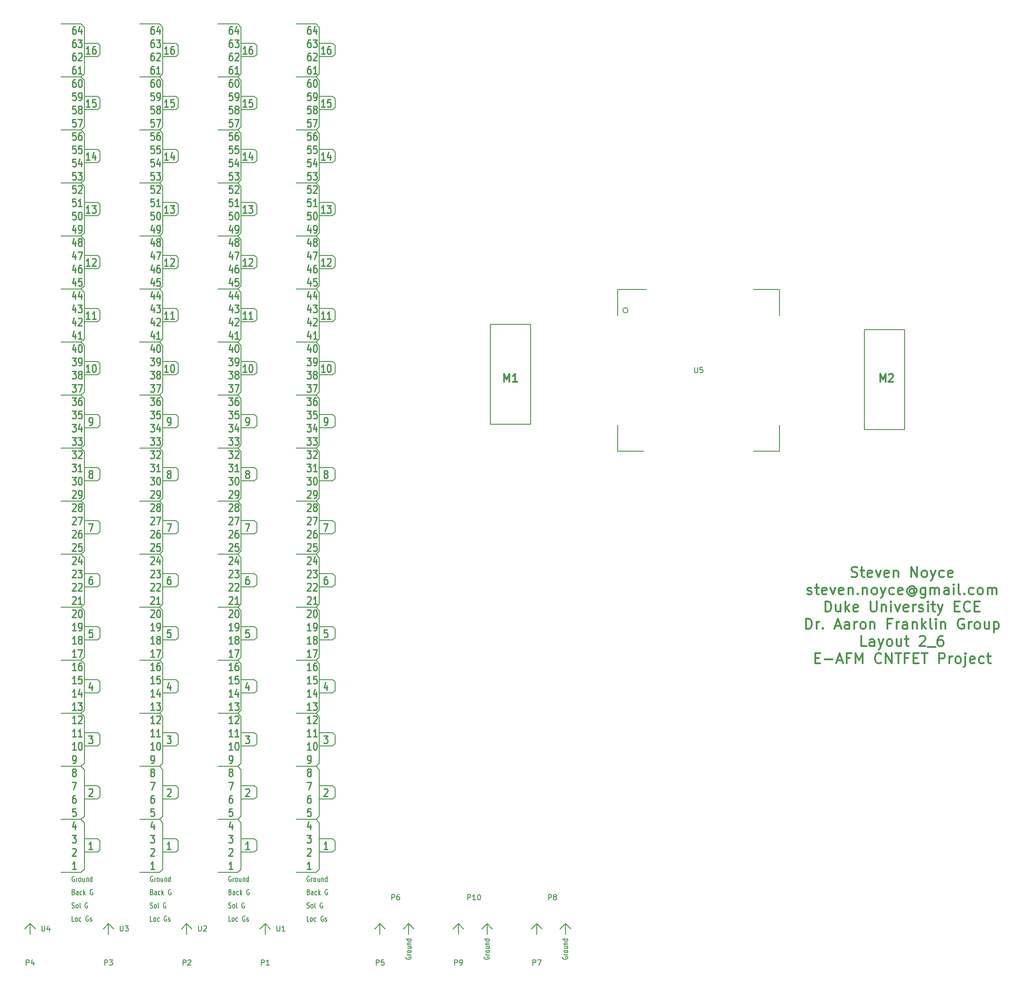
<source format=gbr>
G04 #@! TF.FileFunction,Legend,Top*
%FSLAX46Y46*%
G04 Gerber Fmt 4.6, Leading zero omitted, Abs format (unit mm)*
G04 Created by KiCad (PCBNEW 4.0.5) date Thursday, May 11, 2017 'PMt' 05:16:29 PM*
%MOMM*%
%LPD*%
G01*
G04 APERTURE LIST*
%ADD10C,0.100000*%
%ADD11C,0.300000*%
%ADD12C,0.200000*%
%ADD13C,0.250000*%
%ADD14C,0.150000*%
G04 APERTURE END LIST*
D10*
D11*
X234785715Y-102178571D02*
X234785715Y-100678571D01*
X235285715Y-101750000D01*
X235785715Y-100678571D01*
X235785715Y-102178571D01*
X236428572Y-100821429D02*
X236500001Y-100750000D01*
X236642858Y-100678571D01*
X237000001Y-100678571D01*
X237142858Y-100750000D01*
X237214287Y-100821429D01*
X237285715Y-100964286D01*
X237285715Y-101107143D01*
X237214287Y-101321429D01*
X236357144Y-102178571D01*
X237285715Y-102178571D01*
X162785715Y-102178571D02*
X162785715Y-100678571D01*
X163285715Y-101750000D01*
X163785715Y-100678571D01*
X163785715Y-102178571D01*
X165285715Y-102178571D02*
X164428572Y-102178571D01*
X164857144Y-102178571D02*
X164857144Y-100678571D01*
X164714287Y-100892857D01*
X164571429Y-101035714D01*
X164428572Y-101107143D01*
D12*
X174000000Y-212390476D02*
X173952381Y-212466667D01*
X173952381Y-212580952D01*
X174000000Y-212695238D01*
X174095238Y-212771429D01*
X174190476Y-212809524D01*
X174380952Y-212847619D01*
X174523810Y-212847619D01*
X174714286Y-212809524D01*
X174809524Y-212771429D01*
X174904762Y-212695238D01*
X174952381Y-212580952D01*
X174952381Y-212504762D01*
X174904762Y-212390476D01*
X174857143Y-212352381D01*
X174523810Y-212352381D01*
X174523810Y-212504762D01*
X174952381Y-212009524D02*
X174285714Y-212009524D01*
X174476190Y-212009524D02*
X174380952Y-211971429D01*
X174333333Y-211933333D01*
X174285714Y-211857143D01*
X174285714Y-211780952D01*
X174952381Y-211400000D02*
X174904762Y-211476191D01*
X174857143Y-211514286D01*
X174761905Y-211552381D01*
X174476190Y-211552381D01*
X174380952Y-211514286D01*
X174333333Y-211476191D01*
X174285714Y-211400000D01*
X174285714Y-211285714D01*
X174333333Y-211209524D01*
X174380952Y-211171429D01*
X174476190Y-211133333D01*
X174761905Y-211133333D01*
X174857143Y-211171429D01*
X174904762Y-211209524D01*
X174952381Y-211285714D01*
X174952381Y-211400000D01*
X174285714Y-210447619D02*
X174952381Y-210447619D01*
X174285714Y-210790476D02*
X174809524Y-210790476D01*
X174904762Y-210752381D01*
X174952381Y-210676190D01*
X174952381Y-210561904D01*
X174904762Y-210485714D01*
X174857143Y-210447619D01*
X174285714Y-210066666D02*
X174952381Y-210066666D01*
X174380952Y-210066666D02*
X174333333Y-210028571D01*
X174285714Y-209952380D01*
X174285714Y-209838094D01*
X174333333Y-209761904D01*
X174428571Y-209723809D01*
X174952381Y-209723809D01*
X174952381Y-208999999D02*
X173952381Y-208999999D01*
X174904762Y-208999999D02*
X174952381Y-209076189D01*
X174952381Y-209228570D01*
X174904762Y-209304761D01*
X174857143Y-209342856D01*
X174761905Y-209380951D01*
X174476190Y-209380951D01*
X174380952Y-209342856D01*
X174333333Y-209304761D01*
X174285714Y-209228570D01*
X174285714Y-209076189D01*
X174333333Y-208999999D01*
X174500000Y-208000000D02*
X174500000Y-206000000D01*
X175500000Y-207000000D02*
X174500000Y-206000000D01*
X173500000Y-207000000D02*
X174500000Y-206000000D01*
X159000000Y-212390476D02*
X158952381Y-212466667D01*
X158952381Y-212580952D01*
X159000000Y-212695238D01*
X159095238Y-212771429D01*
X159190476Y-212809524D01*
X159380952Y-212847619D01*
X159523810Y-212847619D01*
X159714286Y-212809524D01*
X159809524Y-212771429D01*
X159904762Y-212695238D01*
X159952381Y-212580952D01*
X159952381Y-212504762D01*
X159904762Y-212390476D01*
X159857143Y-212352381D01*
X159523810Y-212352381D01*
X159523810Y-212504762D01*
X159952381Y-212009524D02*
X159285714Y-212009524D01*
X159476190Y-212009524D02*
X159380952Y-211971429D01*
X159333333Y-211933333D01*
X159285714Y-211857143D01*
X159285714Y-211780952D01*
X159952381Y-211400000D02*
X159904762Y-211476191D01*
X159857143Y-211514286D01*
X159761905Y-211552381D01*
X159476190Y-211552381D01*
X159380952Y-211514286D01*
X159333333Y-211476191D01*
X159285714Y-211400000D01*
X159285714Y-211285714D01*
X159333333Y-211209524D01*
X159380952Y-211171429D01*
X159476190Y-211133333D01*
X159761905Y-211133333D01*
X159857143Y-211171429D01*
X159904762Y-211209524D01*
X159952381Y-211285714D01*
X159952381Y-211400000D01*
X159285714Y-210447619D02*
X159952381Y-210447619D01*
X159285714Y-210790476D02*
X159809524Y-210790476D01*
X159904762Y-210752381D01*
X159952381Y-210676190D01*
X159952381Y-210561904D01*
X159904762Y-210485714D01*
X159857143Y-210447619D01*
X159285714Y-210066666D02*
X159952381Y-210066666D01*
X159380952Y-210066666D02*
X159333333Y-210028571D01*
X159285714Y-209952380D01*
X159285714Y-209838094D01*
X159333333Y-209761904D01*
X159428571Y-209723809D01*
X159952381Y-209723809D01*
X159952381Y-208999999D02*
X158952381Y-208999999D01*
X159904762Y-208999999D02*
X159952381Y-209076189D01*
X159952381Y-209228570D01*
X159904762Y-209304761D01*
X159857143Y-209342856D01*
X159761905Y-209380951D01*
X159476190Y-209380951D01*
X159380952Y-209342856D01*
X159333333Y-209304761D01*
X159285714Y-209228570D01*
X159285714Y-209076189D01*
X159333333Y-208999999D01*
X159500000Y-208000000D02*
X159500000Y-206000000D01*
X160500000Y-207000000D02*
X159500000Y-206000000D01*
X158500000Y-207000000D02*
X159500000Y-206000000D01*
X144500000Y-208000000D02*
X144500000Y-206000000D01*
X145500000Y-207000000D02*
X144500000Y-206000000D01*
X143500000Y-207000000D02*
X144500000Y-206000000D01*
X144000000Y-212390476D02*
X143952381Y-212466667D01*
X143952381Y-212580952D01*
X144000000Y-212695238D01*
X144095238Y-212771429D01*
X144190476Y-212809524D01*
X144380952Y-212847619D01*
X144523810Y-212847619D01*
X144714286Y-212809524D01*
X144809524Y-212771429D01*
X144904762Y-212695238D01*
X144952381Y-212580952D01*
X144952381Y-212504762D01*
X144904762Y-212390476D01*
X144857143Y-212352381D01*
X144523810Y-212352381D01*
X144523810Y-212504762D01*
X144952381Y-212009524D02*
X144285714Y-212009524D01*
X144476190Y-212009524D02*
X144380952Y-211971429D01*
X144333333Y-211933333D01*
X144285714Y-211857143D01*
X144285714Y-211780952D01*
X144952381Y-211400000D02*
X144904762Y-211476191D01*
X144857143Y-211514286D01*
X144761905Y-211552381D01*
X144476190Y-211552381D01*
X144380952Y-211514286D01*
X144333333Y-211476191D01*
X144285714Y-211400000D01*
X144285714Y-211285714D01*
X144333333Y-211209524D01*
X144380952Y-211171429D01*
X144476190Y-211133333D01*
X144761905Y-211133333D01*
X144857143Y-211171429D01*
X144904762Y-211209524D01*
X144952381Y-211285714D01*
X144952381Y-211400000D01*
X144285714Y-210447619D02*
X144952381Y-210447619D01*
X144285714Y-210790476D02*
X144809524Y-210790476D01*
X144904762Y-210752381D01*
X144952381Y-210676190D01*
X144952381Y-210561904D01*
X144904762Y-210485714D01*
X144857143Y-210447619D01*
X144285714Y-210066666D02*
X144952381Y-210066666D01*
X144380952Y-210066666D02*
X144333333Y-210028571D01*
X144285714Y-209952380D01*
X144285714Y-209838094D01*
X144333333Y-209761904D01*
X144428571Y-209723809D01*
X144952381Y-209723809D01*
X144952381Y-208999999D02*
X143952381Y-208999999D01*
X144904762Y-208999999D02*
X144952381Y-209076189D01*
X144952381Y-209228570D01*
X144904762Y-209304761D01*
X144857143Y-209342856D01*
X144761905Y-209380951D01*
X144476190Y-209380951D01*
X144380952Y-209342856D01*
X144333333Y-209304761D01*
X144285714Y-209228570D01*
X144285714Y-209076189D01*
X144333333Y-208999999D01*
X168000000Y-207000000D02*
X169000000Y-206000000D01*
X170000000Y-207000000D02*
X169000000Y-206000000D01*
X169000000Y-208000000D02*
X169000000Y-206000000D01*
X153000000Y-207000000D02*
X154000000Y-206000000D01*
X155000000Y-207000000D02*
X154000000Y-206000000D01*
X154000000Y-208000000D02*
X154000000Y-206000000D01*
X138000000Y-207000000D02*
X139000000Y-206000000D01*
X140000000Y-207000000D02*
X139000000Y-206000000D01*
X139000000Y-208000000D02*
X139000000Y-206000000D01*
X116000000Y-207000000D02*
X117000000Y-206000000D01*
X118000000Y-207000000D02*
X117000000Y-206000000D01*
X117000000Y-208000000D02*
X117000000Y-206000000D01*
X101000000Y-207000000D02*
X102000000Y-206000000D01*
X103000000Y-207000000D02*
X102000000Y-206000000D01*
X102000000Y-208000000D02*
X102000000Y-206000000D01*
X86000000Y-207000000D02*
X87000000Y-206000000D01*
X88000000Y-207000000D02*
X87000000Y-206000000D01*
X87000000Y-208000000D02*
X87000000Y-206000000D01*
X71000000Y-207000000D02*
X72000000Y-206000000D01*
X73000000Y-207000000D02*
X72000000Y-206000000D01*
X72000000Y-208000000D02*
X72000000Y-206000000D01*
D11*
X229285713Y-139559524D02*
X229571428Y-139654762D01*
X230047618Y-139654762D01*
X230238094Y-139559524D01*
X230333332Y-139464286D01*
X230428571Y-139273810D01*
X230428571Y-139083333D01*
X230333332Y-138892857D01*
X230238094Y-138797619D01*
X230047618Y-138702381D01*
X229666666Y-138607143D01*
X229476190Y-138511905D01*
X229380951Y-138416667D01*
X229285713Y-138226190D01*
X229285713Y-138035714D01*
X229380951Y-137845238D01*
X229476190Y-137750000D01*
X229666666Y-137654762D01*
X230142856Y-137654762D01*
X230428571Y-137750000D01*
X230999999Y-138321429D02*
X231761904Y-138321429D01*
X231285713Y-137654762D02*
X231285713Y-139369048D01*
X231380952Y-139559524D01*
X231571428Y-139654762D01*
X231761904Y-139654762D01*
X233190475Y-139559524D02*
X232999999Y-139654762D01*
X232619047Y-139654762D01*
X232428570Y-139559524D01*
X232333332Y-139369048D01*
X232333332Y-138607143D01*
X232428570Y-138416667D01*
X232619047Y-138321429D01*
X232999999Y-138321429D01*
X233190475Y-138416667D01*
X233285713Y-138607143D01*
X233285713Y-138797619D01*
X232333332Y-138988095D01*
X233952380Y-138321429D02*
X234428571Y-139654762D01*
X234904761Y-138321429D01*
X236428571Y-139559524D02*
X236238095Y-139654762D01*
X235857143Y-139654762D01*
X235666666Y-139559524D01*
X235571428Y-139369048D01*
X235571428Y-138607143D01*
X235666666Y-138416667D01*
X235857143Y-138321429D01*
X236238095Y-138321429D01*
X236428571Y-138416667D01*
X236523809Y-138607143D01*
X236523809Y-138797619D01*
X235571428Y-138988095D01*
X237380952Y-138321429D02*
X237380952Y-139654762D01*
X237380952Y-138511905D02*
X237476191Y-138416667D01*
X237666667Y-138321429D01*
X237952381Y-138321429D01*
X238142857Y-138416667D01*
X238238095Y-138607143D01*
X238238095Y-139654762D01*
X240714286Y-139654762D02*
X240714286Y-137654762D01*
X241857144Y-139654762D01*
X241857144Y-137654762D01*
X243095239Y-139654762D02*
X242904763Y-139559524D01*
X242809524Y-139464286D01*
X242714286Y-139273810D01*
X242714286Y-138702381D01*
X242809524Y-138511905D01*
X242904763Y-138416667D01*
X243095239Y-138321429D01*
X243380953Y-138321429D01*
X243571429Y-138416667D01*
X243666667Y-138511905D01*
X243761905Y-138702381D01*
X243761905Y-139273810D01*
X243666667Y-139464286D01*
X243571429Y-139559524D01*
X243380953Y-139654762D01*
X243095239Y-139654762D01*
X244428572Y-138321429D02*
X244904763Y-139654762D01*
X245380953Y-138321429D02*
X244904763Y-139654762D01*
X244714287Y-140130952D01*
X244619048Y-140226190D01*
X244428572Y-140321429D01*
X247000001Y-139559524D02*
X246809525Y-139654762D01*
X246428573Y-139654762D01*
X246238097Y-139559524D01*
X246142858Y-139464286D01*
X246047620Y-139273810D01*
X246047620Y-138702381D01*
X246142858Y-138511905D01*
X246238097Y-138416667D01*
X246428573Y-138321429D01*
X246809525Y-138321429D01*
X247000001Y-138416667D01*
X248619049Y-139559524D02*
X248428573Y-139654762D01*
X248047621Y-139654762D01*
X247857144Y-139559524D01*
X247761906Y-139369048D01*
X247761906Y-138607143D01*
X247857144Y-138416667D01*
X248047621Y-138321429D01*
X248428573Y-138321429D01*
X248619049Y-138416667D01*
X248714287Y-138607143D01*
X248714287Y-138797619D01*
X247761906Y-138988095D01*
X220857140Y-142859524D02*
X221047617Y-142954762D01*
X221428569Y-142954762D01*
X221619045Y-142859524D01*
X221714283Y-142669048D01*
X221714283Y-142573810D01*
X221619045Y-142383333D01*
X221428569Y-142288095D01*
X221142855Y-142288095D01*
X220952378Y-142192857D01*
X220857140Y-142002381D01*
X220857140Y-141907143D01*
X220952378Y-141716667D01*
X221142855Y-141621429D01*
X221428569Y-141621429D01*
X221619045Y-141716667D01*
X222285712Y-141621429D02*
X223047617Y-141621429D01*
X222571426Y-140954762D02*
X222571426Y-142669048D01*
X222666665Y-142859524D01*
X222857141Y-142954762D01*
X223047617Y-142954762D01*
X224476188Y-142859524D02*
X224285712Y-142954762D01*
X223904760Y-142954762D01*
X223714283Y-142859524D01*
X223619045Y-142669048D01*
X223619045Y-141907143D01*
X223714283Y-141716667D01*
X223904760Y-141621429D01*
X224285712Y-141621429D01*
X224476188Y-141716667D01*
X224571426Y-141907143D01*
X224571426Y-142097619D01*
X223619045Y-142288095D01*
X225238093Y-141621429D02*
X225714284Y-142954762D01*
X226190474Y-141621429D01*
X227714284Y-142859524D02*
X227523808Y-142954762D01*
X227142856Y-142954762D01*
X226952379Y-142859524D01*
X226857141Y-142669048D01*
X226857141Y-141907143D01*
X226952379Y-141716667D01*
X227142856Y-141621429D01*
X227523808Y-141621429D01*
X227714284Y-141716667D01*
X227809522Y-141907143D01*
X227809522Y-142097619D01*
X226857141Y-142288095D01*
X228666665Y-141621429D02*
X228666665Y-142954762D01*
X228666665Y-141811905D02*
X228761904Y-141716667D01*
X228952380Y-141621429D01*
X229238094Y-141621429D01*
X229428570Y-141716667D01*
X229523808Y-141907143D01*
X229523808Y-142954762D01*
X230476189Y-142764286D02*
X230571428Y-142859524D01*
X230476189Y-142954762D01*
X230380951Y-142859524D01*
X230476189Y-142764286D01*
X230476189Y-142954762D01*
X231428570Y-141621429D02*
X231428570Y-142954762D01*
X231428570Y-141811905D02*
X231523809Y-141716667D01*
X231714285Y-141621429D01*
X231999999Y-141621429D01*
X232190475Y-141716667D01*
X232285713Y-141907143D01*
X232285713Y-142954762D01*
X233523809Y-142954762D02*
X233333333Y-142859524D01*
X233238094Y-142764286D01*
X233142856Y-142573810D01*
X233142856Y-142002381D01*
X233238094Y-141811905D01*
X233333333Y-141716667D01*
X233523809Y-141621429D01*
X233809523Y-141621429D01*
X233999999Y-141716667D01*
X234095237Y-141811905D01*
X234190475Y-142002381D01*
X234190475Y-142573810D01*
X234095237Y-142764286D01*
X233999999Y-142859524D01*
X233809523Y-142954762D01*
X233523809Y-142954762D01*
X234857142Y-141621429D02*
X235333333Y-142954762D01*
X235809523Y-141621429D02*
X235333333Y-142954762D01*
X235142857Y-143430952D01*
X235047618Y-143526190D01*
X234857142Y-143621429D01*
X237428571Y-142859524D02*
X237238095Y-142954762D01*
X236857143Y-142954762D01*
X236666667Y-142859524D01*
X236571428Y-142764286D01*
X236476190Y-142573810D01*
X236476190Y-142002381D01*
X236571428Y-141811905D01*
X236666667Y-141716667D01*
X236857143Y-141621429D01*
X237238095Y-141621429D01*
X237428571Y-141716667D01*
X239047619Y-142859524D02*
X238857143Y-142954762D01*
X238476191Y-142954762D01*
X238285714Y-142859524D01*
X238190476Y-142669048D01*
X238190476Y-141907143D01*
X238285714Y-141716667D01*
X238476191Y-141621429D01*
X238857143Y-141621429D01*
X239047619Y-141716667D01*
X239142857Y-141907143D01*
X239142857Y-142097619D01*
X238190476Y-142288095D01*
X241238096Y-142002381D02*
X241142858Y-141907143D01*
X240952381Y-141811905D01*
X240761905Y-141811905D01*
X240571429Y-141907143D01*
X240476191Y-142002381D01*
X240380953Y-142192857D01*
X240380953Y-142383333D01*
X240476191Y-142573810D01*
X240571429Y-142669048D01*
X240761905Y-142764286D01*
X240952381Y-142764286D01*
X241142858Y-142669048D01*
X241238096Y-142573810D01*
X241238096Y-141811905D02*
X241238096Y-142573810D01*
X241333334Y-142669048D01*
X241428572Y-142669048D01*
X241619048Y-142573810D01*
X241714286Y-142383333D01*
X241714286Y-141907143D01*
X241523810Y-141621429D01*
X241238096Y-141430952D01*
X240857143Y-141335714D01*
X240476191Y-141430952D01*
X240190477Y-141621429D01*
X240000000Y-141907143D01*
X239904762Y-142288095D01*
X240000000Y-142669048D01*
X240190477Y-142954762D01*
X240476191Y-143145238D01*
X240857143Y-143240476D01*
X241238096Y-143145238D01*
X241523810Y-142954762D01*
X243428572Y-141621429D02*
X243428572Y-143240476D01*
X243333334Y-143430952D01*
X243238096Y-143526190D01*
X243047620Y-143621429D01*
X242761906Y-143621429D01*
X242571429Y-143526190D01*
X243428572Y-142859524D02*
X243238096Y-142954762D01*
X242857144Y-142954762D01*
X242666668Y-142859524D01*
X242571429Y-142764286D01*
X242476191Y-142573810D01*
X242476191Y-142002381D01*
X242571429Y-141811905D01*
X242666668Y-141716667D01*
X242857144Y-141621429D01*
X243238096Y-141621429D01*
X243428572Y-141716667D01*
X244380953Y-142954762D02*
X244380953Y-141621429D01*
X244380953Y-141811905D02*
X244476192Y-141716667D01*
X244666668Y-141621429D01*
X244952382Y-141621429D01*
X245142858Y-141716667D01*
X245238096Y-141907143D01*
X245238096Y-142954762D01*
X245238096Y-141907143D02*
X245333334Y-141716667D01*
X245523811Y-141621429D01*
X245809525Y-141621429D01*
X246000001Y-141716667D01*
X246095239Y-141907143D01*
X246095239Y-142954762D01*
X247904763Y-142954762D02*
X247904763Y-141907143D01*
X247809525Y-141716667D01*
X247619049Y-141621429D01*
X247238097Y-141621429D01*
X247047620Y-141716667D01*
X247904763Y-142859524D02*
X247714287Y-142954762D01*
X247238097Y-142954762D01*
X247047620Y-142859524D01*
X246952382Y-142669048D01*
X246952382Y-142478571D01*
X247047620Y-142288095D01*
X247238097Y-142192857D01*
X247714287Y-142192857D01*
X247904763Y-142097619D01*
X248857144Y-142954762D02*
X248857144Y-141621429D01*
X248857144Y-140954762D02*
X248761906Y-141050000D01*
X248857144Y-141145238D01*
X248952383Y-141050000D01*
X248857144Y-140954762D01*
X248857144Y-141145238D01*
X250095240Y-142954762D02*
X249904764Y-142859524D01*
X249809525Y-142669048D01*
X249809525Y-140954762D01*
X250857144Y-142764286D02*
X250952383Y-142859524D01*
X250857144Y-142954762D01*
X250761906Y-142859524D01*
X250857144Y-142764286D01*
X250857144Y-142954762D01*
X252666668Y-142859524D02*
X252476192Y-142954762D01*
X252095240Y-142954762D01*
X251904764Y-142859524D01*
X251809525Y-142764286D01*
X251714287Y-142573810D01*
X251714287Y-142002381D01*
X251809525Y-141811905D01*
X251904764Y-141716667D01*
X252095240Y-141621429D01*
X252476192Y-141621429D01*
X252666668Y-141716667D01*
X253809526Y-142954762D02*
X253619050Y-142859524D01*
X253523811Y-142764286D01*
X253428573Y-142573810D01*
X253428573Y-142002381D01*
X253523811Y-141811905D01*
X253619050Y-141716667D01*
X253809526Y-141621429D01*
X254095240Y-141621429D01*
X254285716Y-141716667D01*
X254380954Y-141811905D01*
X254476192Y-142002381D01*
X254476192Y-142573810D01*
X254380954Y-142764286D01*
X254285716Y-142859524D01*
X254095240Y-142954762D01*
X253809526Y-142954762D01*
X255333335Y-142954762D02*
X255333335Y-141621429D01*
X255333335Y-141811905D02*
X255428574Y-141716667D01*
X255619050Y-141621429D01*
X255904764Y-141621429D01*
X256095240Y-141716667D01*
X256190478Y-141907143D01*
X256190478Y-142954762D01*
X256190478Y-141907143D02*
X256285716Y-141716667D01*
X256476193Y-141621429D01*
X256761907Y-141621429D01*
X256952383Y-141716667D01*
X257047621Y-141907143D01*
X257047621Y-142954762D01*
X224285712Y-146254762D02*
X224285712Y-144254762D01*
X224761903Y-144254762D01*
X225047617Y-144350000D01*
X225238093Y-144540476D01*
X225333332Y-144730952D01*
X225428570Y-145111905D01*
X225428570Y-145397619D01*
X225333332Y-145778571D01*
X225238093Y-145969048D01*
X225047617Y-146159524D01*
X224761903Y-146254762D01*
X224285712Y-146254762D01*
X227142855Y-144921429D02*
X227142855Y-146254762D01*
X226285712Y-144921429D02*
X226285712Y-145969048D01*
X226380951Y-146159524D01*
X226571427Y-146254762D01*
X226857141Y-146254762D01*
X227047617Y-146159524D01*
X227142855Y-146064286D01*
X228095236Y-146254762D02*
X228095236Y-144254762D01*
X228285713Y-145492857D02*
X228857141Y-146254762D01*
X228857141Y-144921429D02*
X228095236Y-145683333D01*
X230476189Y-146159524D02*
X230285713Y-146254762D01*
X229904761Y-146254762D01*
X229714284Y-146159524D01*
X229619046Y-145969048D01*
X229619046Y-145207143D01*
X229714284Y-145016667D01*
X229904761Y-144921429D01*
X230285713Y-144921429D01*
X230476189Y-145016667D01*
X230571427Y-145207143D01*
X230571427Y-145397619D01*
X229619046Y-145588095D01*
X232952380Y-144254762D02*
X232952380Y-145873810D01*
X233047619Y-146064286D01*
X233142857Y-146159524D01*
X233333333Y-146254762D01*
X233714285Y-146254762D01*
X233904761Y-146159524D01*
X234000000Y-146064286D01*
X234095238Y-145873810D01*
X234095238Y-144254762D01*
X235047618Y-144921429D02*
X235047618Y-146254762D01*
X235047618Y-145111905D02*
X235142857Y-145016667D01*
X235333333Y-144921429D01*
X235619047Y-144921429D01*
X235809523Y-145016667D01*
X235904761Y-145207143D01*
X235904761Y-146254762D01*
X236857142Y-146254762D02*
X236857142Y-144921429D01*
X236857142Y-144254762D02*
X236761904Y-144350000D01*
X236857142Y-144445238D01*
X236952381Y-144350000D01*
X236857142Y-144254762D01*
X236857142Y-144445238D01*
X237619047Y-144921429D02*
X238095238Y-146254762D01*
X238571428Y-144921429D01*
X240095238Y-146159524D02*
X239904762Y-146254762D01*
X239523810Y-146254762D01*
X239333333Y-146159524D01*
X239238095Y-145969048D01*
X239238095Y-145207143D01*
X239333333Y-145016667D01*
X239523810Y-144921429D01*
X239904762Y-144921429D01*
X240095238Y-145016667D01*
X240190476Y-145207143D01*
X240190476Y-145397619D01*
X239238095Y-145588095D01*
X241047619Y-146254762D02*
X241047619Y-144921429D01*
X241047619Y-145302381D02*
X241142858Y-145111905D01*
X241238096Y-145016667D01*
X241428572Y-144921429D01*
X241619048Y-144921429D01*
X242190476Y-146159524D02*
X242380953Y-146254762D01*
X242761905Y-146254762D01*
X242952381Y-146159524D01*
X243047619Y-145969048D01*
X243047619Y-145873810D01*
X242952381Y-145683333D01*
X242761905Y-145588095D01*
X242476191Y-145588095D01*
X242285714Y-145492857D01*
X242190476Y-145302381D01*
X242190476Y-145207143D01*
X242285714Y-145016667D01*
X242476191Y-144921429D01*
X242761905Y-144921429D01*
X242952381Y-145016667D01*
X243904762Y-146254762D02*
X243904762Y-144921429D01*
X243904762Y-144254762D02*
X243809524Y-144350000D01*
X243904762Y-144445238D01*
X244000001Y-144350000D01*
X243904762Y-144254762D01*
X243904762Y-144445238D01*
X244571429Y-144921429D02*
X245333334Y-144921429D01*
X244857143Y-144254762D02*
X244857143Y-145969048D01*
X244952382Y-146159524D01*
X245142858Y-146254762D01*
X245333334Y-146254762D01*
X245809524Y-144921429D02*
X246285715Y-146254762D01*
X246761905Y-144921429D02*
X246285715Y-146254762D01*
X246095239Y-146730952D01*
X246000000Y-146826190D01*
X245809524Y-146921429D01*
X249047620Y-145207143D02*
X249714287Y-145207143D01*
X250000001Y-146254762D02*
X249047620Y-146254762D01*
X249047620Y-144254762D01*
X250000001Y-144254762D01*
X252000002Y-146064286D02*
X251904764Y-146159524D01*
X251619049Y-146254762D01*
X251428573Y-146254762D01*
X251142859Y-146159524D01*
X250952383Y-145969048D01*
X250857144Y-145778571D01*
X250761906Y-145397619D01*
X250761906Y-145111905D01*
X250857144Y-144730952D01*
X250952383Y-144540476D01*
X251142859Y-144350000D01*
X251428573Y-144254762D01*
X251619049Y-144254762D01*
X251904764Y-144350000D01*
X252000002Y-144445238D01*
X252857144Y-145207143D02*
X253523811Y-145207143D01*
X253809525Y-146254762D02*
X252857144Y-146254762D01*
X252857144Y-144254762D01*
X253809525Y-144254762D01*
X220571427Y-149554762D02*
X220571427Y-147554762D01*
X221047618Y-147554762D01*
X221333332Y-147650000D01*
X221523808Y-147840476D01*
X221619047Y-148030952D01*
X221714285Y-148411905D01*
X221714285Y-148697619D01*
X221619047Y-149078571D01*
X221523808Y-149269048D01*
X221333332Y-149459524D01*
X221047618Y-149554762D01*
X220571427Y-149554762D01*
X222571427Y-149554762D02*
X222571427Y-148221429D01*
X222571427Y-148602381D02*
X222666666Y-148411905D01*
X222761904Y-148316667D01*
X222952380Y-148221429D01*
X223142856Y-148221429D01*
X223809522Y-149364286D02*
X223904761Y-149459524D01*
X223809522Y-149554762D01*
X223714284Y-149459524D01*
X223809522Y-149364286D01*
X223809522Y-149554762D01*
X226190475Y-148983333D02*
X227142856Y-148983333D01*
X225999999Y-149554762D02*
X226666666Y-147554762D01*
X227333333Y-149554762D01*
X228857142Y-149554762D02*
X228857142Y-148507143D01*
X228761904Y-148316667D01*
X228571428Y-148221429D01*
X228190476Y-148221429D01*
X227999999Y-148316667D01*
X228857142Y-149459524D02*
X228666666Y-149554762D01*
X228190476Y-149554762D01*
X227999999Y-149459524D01*
X227904761Y-149269048D01*
X227904761Y-149078571D01*
X227999999Y-148888095D01*
X228190476Y-148792857D01*
X228666666Y-148792857D01*
X228857142Y-148697619D01*
X229809523Y-149554762D02*
X229809523Y-148221429D01*
X229809523Y-148602381D02*
X229904762Y-148411905D01*
X230000000Y-148316667D01*
X230190476Y-148221429D01*
X230380952Y-148221429D01*
X231333333Y-149554762D02*
X231142857Y-149459524D01*
X231047618Y-149364286D01*
X230952380Y-149173810D01*
X230952380Y-148602381D01*
X231047618Y-148411905D01*
X231142857Y-148316667D01*
X231333333Y-148221429D01*
X231619047Y-148221429D01*
X231809523Y-148316667D01*
X231904761Y-148411905D01*
X231999999Y-148602381D01*
X231999999Y-149173810D01*
X231904761Y-149364286D01*
X231809523Y-149459524D01*
X231619047Y-149554762D01*
X231333333Y-149554762D01*
X232857142Y-148221429D02*
X232857142Y-149554762D01*
X232857142Y-148411905D02*
X232952381Y-148316667D01*
X233142857Y-148221429D01*
X233428571Y-148221429D01*
X233619047Y-148316667D01*
X233714285Y-148507143D01*
X233714285Y-149554762D01*
X236857143Y-148507143D02*
X236190476Y-148507143D01*
X236190476Y-149554762D02*
X236190476Y-147554762D01*
X237142857Y-147554762D01*
X237904762Y-149554762D02*
X237904762Y-148221429D01*
X237904762Y-148602381D02*
X238000001Y-148411905D01*
X238095239Y-148316667D01*
X238285715Y-148221429D01*
X238476191Y-148221429D01*
X240000000Y-149554762D02*
X240000000Y-148507143D01*
X239904762Y-148316667D01*
X239714286Y-148221429D01*
X239333334Y-148221429D01*
X239142857Y-148316667D01*
X240000000Y-149459524D02*
X239809524Y-149554762D01*
X239333334Y-149554762D01*
X239142857Y-149459524D01*
X239047619Y-149269048D01*
X239047619Y-149078571D01*
X239142857Y-148888095D01*
X239333334Y-148792857D01*
X239809524Y-148792857D01*
X240000000Y-148697619D01*
X240952381Y-148221429D02*
X240952381Y-149554762D01*
X240952381Y-148411905D02*
X241047620Y-148316667D01*
X241238096Y-148221429D01*
X241523810Y-148221429D01*
X241714286Y-148316667D01*
X241809524Y-148507143D01*
X241809524Y-149554762D01*
X242761905Y-149554762D02*
X242761905Y-147554762D01*
X242952382Y-148792857D02*
X243523810Y-149554762D01*
X243523810Y-148221429D02*
X242761905Y-148983333D01*
X244666668Y-149554762D02*
X244476192Y-149459524D01*
X244380953Y-149269048D01*
X244380953Y-147554762D01*
X245428572Y-149554762D02*
X245428572Y-148221429D01*
X245428572Y-147554762D02*
X245333334Y-147650000D01*
X245428572Y-147745238D01*
X245523811Y-147650000D01*
X245428572Y-147554762D01*
X245428572Y-147745238D01*
X246380953Y-148221429D02*
X246380953Y-149554762D01*
X246380953Y-148411905D02*
X246476192Y-148316667D01*
X246666668Y-148221429D01*
X246952382Y-148221429D01*
X247142858Y-148316667D01*
X247238096Y-148507143D01*
X247238096Y-149554762D01*
X250761907Y-147650000D02*
X250571430Y-147554762D01*
X250285716Y-147554762D01*
X250000002Y-147650000D01*
X249809526Y-147840476D01*
X249714287Y-148030952D01*
X249619049Y-148411905D01*
X249619049Y-148697619D01*
X249714287Y-149078571D01*
X249809526Y-149269048D01*
X250000002Y-149459524D01*
X250285716Y-149554762D01*
X250476192Y-149554762D01*
X250761907Y-149459524D01*
X250857145Y-149364286D01*
X250857145Y-148697619D01*
X250476192Y-148697619D01*
X251714287Y-149554762D02*
X251714287Y-148221429D01*
X251714287Y-148602381D02*
X251809526Y-148411905D01*
X251904764Y-148316667D01*
X252095240Y-148221429D01*
X252285716Y-148221429D01*
X253238097Y-149554762D02*
X253047621Y-149459524D01*
X252952382Y-149364286D01*
X252857144Y-149173810D01*
X252857144Y-148602381D01*
X252952382Y-148411905D01*
X253047621Y-148316667D01*
X253238097Y-148221429D01*
X253523811Y-148221429D01*
X253714287Y-148316667D01*
X253809525Y-148411905D01*
X253904763Y-148602381D01*
X253904763Y-149173810D01*
X253809525Y-149364286D01*
X253714287Y-149459524D01*
X253523811Y-149554762D01*
X253238097Y-149554762D01*
X255619049Y-148221429D02*
X255619049Y-149554762D01*
X254761906Y-148221429D02*
X254761906Y-149269048D01*
X254857145Y-149459524D01*
X255047621Y-149554762D01*
X255333335Y-149554762D01*
X255523811Y-149459524D01*
X255619049Y-149364286D01*
X256571430Y-148221429D02*
X256571430Y-150221429D01*
X256571430Y-148316667D02*
X256761907Y-148221429D01*
X257142859Y-148221429D01*
X257333335Y-148316667D01*
X257428573Y-148411905D01*
X257523811Y-148602381D01*
X257523811Y-149173810D01*
X257428573Y-149364286D01*
X257333335Y-149459524D01*
X257142859Y-149554762D01*
X256761907Y-149554762D01*
X256571430Y-149459524D01*
X232142856Y-152854762D02*
X231190475Y-152854762D01*
X231190475Y-150854762D01*
X233666666Y-152854762D02*
X233666666Y-151807143D01*
X233571428Y-151616667D01*
X233380952Y-151521429D01*
X233000000Y-151521429D01*
X232809523Y-151616667D01*
X233666666Y-152759524D02*
X233476190Y-152854762D01*
X233000000Y-152854762D01*
X232809523Y-152759524D01*
X232714285Y-152569048D01*
X232714285Y-152378571D01*
X232809523Y-152188095D01*
X233000000Y-152092857D01*
X233476190Y-152092857D01*
X233666666Y-151997619D01*
X234428571Y-151521429D02*
X234904762Y-152854762D01*
X235380952Y-151521429D02*
X234904762Y-152854762D01*
X234714286Y-153330952D01*
X234619047Y-153426190D01*
X234428571Y-153521429D01*
X236428572Y-152854762D02*
X236238096Y-152759524D01*
X236142857Y-152664286D01*
X236047619Y-152473810D01*
X236047619Y-151902381D01*
X236142857Y-151711905D01*
X236238096Y-151616667D01*
X236428572Y-151521429D01*
X236714286Y-151521429D01*
X236904762Y-151616667D01*
X237000000Y-151711905D01*
X237095238Y-151902381D01*
X237095238Y-152473810D01*
X237000000Y-152664286D01*
X236904762Y-152759524D01*
X236714286Y-152854762D01*
X236428572Y-152854762D01*
X238809524Y-151521429D02*
X238809524Y-152854762D01*
X237952381Y-151521429D02*
X237952381Y-152569048D01*
X238047620Y-152759524D01*
X238238096Y-152854762D01*
X238523810Y-152854762D01*
X238714286Y-152759524D01*
X238809524Y-152664286D01*
X239476191Y-151521429D02*
X240238096Y-151521429D01*
X239761905Y-150854762D02*
X239761905Y-152569048D01*
X239857144Y-152759524D01*
X240047620Y-152854762D01*
X240238096Y-152854762D01*
X242333334Y-151045238D02*
X242428572Y-150950000D01*
X242619049Y-150854762D01*
X243095239Y-150854762D01*
X243285715Y-150950000D01*
X243380953Y-151045238D01*
X243476192Y-151235714D01*
X243476192Y-151426190D01*
X243380953Y-151711905D01*
X242238096Y-152854762D01*
X243476192Y-152854762D01*
X243857144Y-153045238D02*
X245380954Y-153045238D01*
X246714287Y-150854762D02*
X246333335Y-150854762D01*
X246142859Y-150950000D01*
X246047621Y-151045238D01*
X245857144Y-151330952D01*
X245761906Y-151711905D01*
X245761906Y-152473810D01*
X245857144Y-152664286D01*
X245952383Y-152759524D01*
X246142859Y-152854762D01*
X246523811Y-152854762D01*
X246714287Y-152759524D01*
X246809525Y-152664286D01*
X246904764Y-152473810D01*
X246904764Y-151997619D01*
X246809525Y-151807143D01*
X246714287Y-151711905D01*
X246523811Y-151616667D01*
X246142859Y-151616667D01*
X245952383Y-151711905D01*
X245857144Y-151807143D01*
X245761906Y-151997619D01*
X222333332Y-155107143D02*
X222999999Y-155107143D01*
X223285713Y-156154762D02*
X222333332Y-156154762D01*
X222333332Y-154154762D01*
X223285713Y-154154762D01*
X224142856Y-155392857D02*
X225666666Y-155392857D01*
X226523808Y-155583333D02*
X227476189Y-155583333D01*
X226333332Y-156154762D02*
X226999999Y-154154762D01*
X227666666Y-156154762D01*
X228999999Y-155107143D02*
X228333332Y-155107143D01*
X228333332Y-156154762D02*
X228333332Y-154154762D01*
X229285713Y-154154762D01*
X230047618Y-156154762D02*
X230047618Y-154154762D01*
X230714285Y-155583333D01*
X231380952Y-154154762D01*
X231380952Y-156154762D01*
X235000000Y-155964286D02*
X234904762Y-156059524D01*
X234619047Y-156154762D01*
X234428571Y-156154762D01*
X234142857Y-156059524D01*
X233952381Y-155869048D01*
X233857142Y-155678571D01*
X233761904Y-155297619D01*
X233761904Y-155011905D01*
X233857142Y-154630952D01*
X233952381Y-154440476D01*
X234142857Y-154250000D01*
X234428571Y-154154762D01*
X234619047Y-154154762D01*
X234904762Y-154250000D01*
X235000000Y-154345238D01*
X235857142Y-156154762D02*
X235857142Y-154154762D01*
X237000000Y-156154762D01*
X237000000Y-154154762D01*
X237666666Y-154154762D02*
X238809523Y-154154762D01*
X238238095Y-156154762D02*
X238238095Y-154154762D01*
X240142857Y-155107143D02*
X239476190Y-155107143D01*
X239476190Y-156154762D02*
X239476190Y-154154762D01*
X240428571Y-154154762D01*
X241190476Y-155107143D02*
X241857143Y-155107143D01*
X242142857Y-156154762D02*
X241190476Y-156154762D01*
X241190476Y-154154762D01*
X242142857Y-154154762D01*
X242714286Y-154154762D02*
X243857143Y-154154762D01*
X243285715Y-156154762D02*
X243285715Y-154154762D01*
X246047620Y-156154762D02*
X246047620Y-154154762D01*
X246809525Y-154154762D01*
X247000001Y-154250000D01*
X247095240Y-154345238D01*
X247190478Y-154535714D01*
X247190478Y-154821429D01*
X247095240Y-155011905D01*
X247000001Y-155107143D01*
X246809525Y-155202381D01*
X246047620Y-155202381D01*
X248047620Y-156154762D02*
X248047620Y-154821429D01*
X248047620Y-155202381D02*
X248142859Y-155011905D01*
X248238097Y-154916667D01*
X248428573Y-154821429D01*
X248619049Y-154821429D01*
X249571430Y-156154762D02*
X249380954Y-156059524D01*
X249285715Y-155964286D01*
X249190477Y-155773810D01*
X249190477Y-155202381D01*
X249285715Y-155011905D01*
X249380954Y-154916667D01*
X249571430Y-154821429D01*
X249857144Y-154821429D01*
X250047620Y-154916667D01*
X250142858Y-155011905D01*
X250238096Y-155202381D01*
X250238096Y-155773810D01*
X250142858Y-155964286D01*
X250047620Y-156059524D01*
X249857144Y-156154762D01*
X249571430Y-156154762D01*
X251095239Y-154821429D02*
X251095239Y-156535714D01*
X251000001Y-156726190D01*
X250809525Y-156821429D01*
X250714287Y-156821429D01*
X251095239Y-154154762D02*
X251000001Y-154250000D01*
X251095239Y-154345238D01*
X251190478Y-154250000D01*
X251095239Y-154154762D01*
X251095239Y-154345238D01*
X252809525Y-156059524D02*
X252619049Y-156154762D01*
X252238097Y-156154762D01*
X252047620Y-156059524D01*
X251952382Y-155869048D01*
X251952382Y-155107143D01*
X252047620Y-154916667D01*
X252238097Y-154821429D01*
X252619049Y-154821429D01*
X252809525Y-154916667D01*
X252904763Y-155107143D01*
X252904763Y-155297619D01*
X251952382Y-155488095D01*
X254619049Y-156059524D02*
X254428573Y-156154762D01*
X254047621Y-156154762D01*
X253857145Y-156059524D01*
X253761906Y-155964286D01*
X253666668Y-155773810D01*
X253666668Y-155202381D01*
X253761906Y-155011905D01*
X253857145Y-154916667D01*
X254047621Y-154821429D01*
X254428573Y-154821429D01*
X254619049Y-154916667D01*
X255190478Y-154821429D02*
X255952383Y-154821429D01*
X255476192Y-154154762D02*
X255476192Y-155869048D01*
X255571431Y-156059524D01*
X255761907Y-156154762D01*
X255952383Y-156154762D01*
D12*
X81760000Y-135255000D02*
X77950000Y-135255000D01*
X96760000Y-135255000D02*
X92950000Y-135255000D01*
X111760000Y-135255000D02*
X107950000Y-135255000D01*
X77950000Y-135255000D02*
X81760000Y-135255000D01*
X92950000Y-135255000D02*
X96760000Y-135255000D01*
X107950000Y-135255000D02*
X111760000Y-135255000D01*
X82395000Y-135890000D02*
X82395000Y-144780000D01*
X97395000Y-135890000D02*
X97395000Y-144780000D01*
X112395000Y-135890000D02*
X112395000Y-144780000D01*
X81760000Y-135255000D02*
X82395000Y-135890000D01*
X96760000Y-135255000D02*
X97395000Y-135890000D01*
X111760000Y-135255000D02*
X112395000Y-135890000D01*
D13*
X80083571Y-135846429D02*
X80140714Y-135775000D01*
X80255000Y-135703571D01*
X80540714Y-135703571D01*
X80655000Y-135775000D01*
X80712143Y-135846429D01*
X80769286Y-135989286D01*
X80769286Y-136132143D01*
X80712143Y-136346429D01*
X80026429Y-137203571D01*
X80769286Y-137203571D01*
X81797857Y-136203571D02*
X81797857Y-137203571D01*
X81512143Y-135632143D02*
X81226428Y-136703571D01*
X81969286Y-136703571D01*
X95083571Y-135846429D02*
X95140714Y-135775000D01*
X95255000Y-135703571D01*
X95540714Y-135703571D01*
X95655000Y-135775000D01*
X95712143Y-135846429D01*
X95769286Y-135989286D01*
X95769286Y-136132143D01*
X95712143Y-136346429D01*
X95026429Y-137203571D01*
X95769286Y-137203571D01*
X96797857Y-136203571D02*
X96797857Y-137203571D01*
X96512143Y-135632143D02*
X96226428Y-136703571D01*
X96969286Y-136703571D01*
X110083571Y-135846429D02*
X110140714Y-135775000D01*
X110255000Y-135703571D01*
X110540714Y-135703571D01*
X110655000Y-135775000D01*
X110712143Y-135846429D01*
X110769286Y-135989286D01*
X110769286Y-136132143D01*
X110712143Y-136346429D01*
X110026429Y-137203571D01*
X110769286Y-137203571D01*
X111797857Y-136203571D02*
X111797857Y-137203571D01*
X111512143Y-135632143D02*
X111226428Y-136703571D01*
X111969286Y-136703571D01*
X80083571Y-138386429D02*
X80140714Y-138315000D01*
X80255000Y-138243571D01*
X80540714Y-138243571D01*
X80655000Y-138315000D01*
X80712143Y-138386429D01*
X80769286Y-138529286D01*
X80769286Y-138672143D01*
X80712143Y-138886429D01*
X80026429Y-139743571D01*
X80769286Y-139743571D01*
X81169286Y-138243571D02*
X81912143Y-138243571D01*
X81512143Y-138815000D01*
X81683571Y-138815000D01*
X81797857Y-138886429D01*
X81855000Y-138957857D01*
X81912143Y-139100714D01*
X81912143Y-139457857D01*
X81855000Y-139600714D01*
X81797857Y-139672143D01*
X81683571Y-139743571D01*
X81340714Y-139743571D01*
X81226428Y-139672143D01*
X81169286Y-139600714D01*
X95083571Y-138386429D02*
X95140714Y-138315000D01*
X95255000Y-138243571D01*
X95540714Y-138243571D01*
X95655000Y-138315000D01*
X95712143Y-138386429D01*
X95769286Y-138529286D01*
X95769286Y-138672143D01*
X95712143Y-138886429D01*
X95026429Y-139743571D01*
X95769286Y-139743571D01*
X96169286Y-138243571D02*
X96912143Y-138243571D01*
X96512143Y-138815000D01*
X96683571Y-138815000D01*
X96797857Y-138886429D01*
X96855000Y-138957857D01*
X96912143Y-139100714D01*
X96912143Y-139457857D01*
X96855000Y-139600714D01*
X96797857Y-139672143D01*
X96683571Y-139743571D01*
X96340714Y-139743571D01*
X96226428Y-139672143D01*
X96169286Y-139600714D01*
X110083571Y-138386429D02*
X110140714Y-138315000D01*
X110255000Y-138243571D01*
X110540714Y-138243571D01*
X110655000Y-138315000D01*
X110712143Y-138386429D01*
X110769286Y-138529286D01*
X110769286Y-138672143D01*
X110712143Y-138886429D01*
X110026429Y-139743571D01*
X110769286Y-139743571D01*
X111169286Y-138243571D02*
X111912143Y-138243571D01*
X111512143Y-138815000D01*
X111683571Y-138815000D01*
X111797857Y-138886429D01*
X111855000Y-138957857D01*
X111912143Y-139100714D01*
X111912143Y-139457857D01*
X111855000Y-139600714D01*
X111797857Y-139672143D01*
X111683571Y-139743571D01*
X111340714Y-139743571D01*
X111226428Y-139672143D01*
X111169286Y-139600714D01*
D12*
X84935000Y-151638000D02*
X85379500Y-151193500D01*
X99935000Y-151638000D02*
X100379500Y-151193500D01*
X114935000Y-151638000D02*
X115379500Y-151193500D01*
X82395000Y-151638000D02*
X84935000Y-151638000D01*
X97395000Y-151638000D02*
X99935000Y-151638000D01*
X112395000Y-151638000D02*
X114935000Y-151638000D01*
D13*
X80769286Y-152443571D02*
X80083571Y-152443571D01*
X80426429Y-152443571D02*
X80426429Y-150943571D01*
X80312143Y-151157857D01*
X80197857Y-151300714D01*
X80083571Y-151372143D01*
X81455000Y-151586429D02*
X81340714Y-151515000D01*
X81283571Y-151443571D01*
X81226428Y-151300714D01*
X81226428Y-151229286D01*
X81283571Y-151086429D01*
X81340714Y-151015000D01*
X81455000Y-150943571D01*
X81683571Y-150943571D01*
X81797857Y-151015000D01*
X81855000Y-151086429D01*
X81912143Y-151229286D01*
X81912143Y-151300714D01*
X81855000Y-151443571D01*
X81797857Y-151515000D01*
X81683571Y-151586429D01*
X81455000Y-151586429D01*
X81340714Y-151657857D01*
X81283571Y-151729286D01*
X81226428Y-151872143D01*
X81226428Y-152157857D01*
X81283571Y-152300714D01*
X81340714Y-152372143D01*
X81455000Y-152443571D01*
X81683571Y-152443571D01*
X81797857Y-152372143D01*
X81855000Y-152300714D01*
X81912143Y-152157857D01*
X81912143Y-151872143D01*
X81855000Y-151729286D01*
X81797857Y-151657857D01*
X81683571Y-151586429D01*
X95769286Y-152443571D02*
X95083571Y-152443571D01*
X95426429Y-152443571D02*
X95426429Y-150943571D01*
X95312143Y-151157857D01*
X95197857Y-151300714D01*
X95083571Y-151372143D01*
X96455000Y-151586429D02*
X96340714Y-151515000D01*
X96283571Y-151443571D01*
X96226428Y-151300714D01*
X96226428Y-151229286D01*
X96283571Y-151086429D01*
X96340714Y-151015000D01*
X96455000Y-150943571D01*
X96683571Y-150943571D01*
X96797857Y-151015000D01*
X96855000Y-151086429D01*
X96912143Y-151229286D01*
X96912143Y-151300714D01*
X96855000Y-151443571D01*
X96797857Y-151515000D01*
X96683571Y-151586429D01*
X96455000Y-151586429D01*
X96340714Y-151657857D01*
X96283571Y-151729286D01*
X96226428Y-151872143D01*
X96226428Y-152157857D01*
X96283571Y-152300714D01*
X96340714Y-152372143D01*
X96455000Y-152443571D01*
X96683571Y-152443571D01*
X96797857Y-152372143D01*
X96855000Y-152300714D01*
X96912143Y-152157857D01*
X96912143Y-151872143D01*
X96855000Y-151729286D01*
X96797857Y-151657857D01*
X96683571Y-151586429D01*
X110769286Y-152443571D02*
X110083571Y-152443571D01*
X110426429Y-152443571D02*
X110426429Y-150943571D01*
X110312143Y-151157857D01*
X110197857Y-151300714D01*
X110083571Y-151372143D01*
X111455000Y-151586429D02*
X111340714Y-151515000D01*
X111283571Y-151443571D01*
X111226428Y-151300714D01*
X111226428Y-151229286D01*
X111283571Y-151086429D01*
X111340714Y-151015000D01*
X111455000Y-150943571D01*
X111683571Y-150943571D01*
X111797857Y-151015000D01*
X111855000Y-151086429D01*
X111912143Y-151229286D01*
X111912143Y-151300714D01*
X111855000Y-151443571D01*
X111797857Y-151515000D01*
X111683571Y-151586429D01*
X111455000Y-151586429D01*
X111340714Y-151657857D01*
X111283571Y-151729286D01*
X111226428Y-151872143D01*
X111226428Y-152157857D01*
X111283571Y-152300714D01*
X111340714Y-152372143D01*
X111455000Y-152443571D01*
X111683571Y-152443571D01*
X111797857Y-152372143D01*
X111855000Y-152300714D01*
X111912143Y-152157857D01*
X111912143Y-151872143D01*
X111855000Y-151729286D01*
X111797857Y-151657857D01*
X111683571Y-151586429D01*
D12*
X81760000Y-155575000D02*
X82395000Y-154940000D01*
X96760000Y-155575000D02*
X97395000Y-154940000D01*
X111760000Y-155575000D02*
X112395000Y-154940000D01*
X77950000Y-155575000D02*
X81760000Y-155575000D01*
X92950000Y-155575000D02*
X96760000Y-155575000D01*
X107950000Y-155575000D02*
X111760000Y-155575000D01*
D13*
X80769286Y-154983571D02*
X80083571Y-154983571D01*
X80426429Y-154983571D02*
X80426429Y-153483571D01*
X80312143Y-153697857D01*
X80197857Y-153840714D01*
X80083571Y-153912143D01*
X81169286Y-153483571D02*
X81969286Y-153483571D01*
X81455000Y-154983571D01*
X95769286Y-154983571D02*
X95083571Y-154983571D01*
X95426429Y-154983571D02*
X95426429Y-153483571D01*
X95312143Y-153697857D01*
X95197857Y-153840714D01*
X95083571Y-153912143D01*
X96169286Y-153483571D02*
X96969286Y-153483571D01*
X96455000Y-154983571D01*
X110769286Y-154983571D02*
X110083571Y-154983571D01*
X110426429Y-154983571D02*
X110426429Y-153483571D01*
X110312143Y-153697857D01*
X110197857Y-153840714D01*
X110083571Y-153912143D01*
X111169286Y-153483571D02*
X111969286Y-153483571D01*
X111455000Y-154983571D01*
D12*
X81760000Y-155575000D02*
X77950000Y-155575000D01*
X96760000Y-155575000D02*
X92950000Y-155575000D01*
X111760000Y-155575000D02*
X107950000Y-155575000D01*
X77950000Y-165735000D02*
X81760000Y-165735000D01*
X92950000Y-165735000D02*
X96760000Y-165735000D01*
X107950000Y-165735000D02*
X111760000Y-165735000D01*
X81760000Y-165735000D02*
X82395000Y-165100000D01*
X96760000Y-165735000D02*
X97395000Y-165100000D01*
X111760000Y-165735000D02*
X112395000Y-165100000D01*
D13*
X80769286Y-165143571D02*
X80083571Y-165143571D01*
X80426429Y-165143571D02*
X80426429Y-163643571D01*
X80312143Y-163857857D01*
X80197857Y-164000714D01*
X80083571Y-164072143D01*
X81169286Y-163643571D02*
X81912143Y-163643571D01*
X81512143Y-164215000D01*
X81683571Y-164215000D01*
X81797857Y-164286429D01*
X81855000Y-164357857D01*
X81912143Y-164500714D01*
X81912143Y-164857857D01*
X81855000Y-165000714D01*
X81797857Y-165072143D01*
X81683571Y-165143571D01*
X81340714Y-165143571D01*
X81226428Y-165072143D01*
X81169286Y-165000714D01*
X95769286Y-165143571D02*
X95083571Y-165143571D01*
X95426429Y-165143571D02*
X95426429Y-163643571D01*
X95312143Y-163857857D01*
X95197857Y-164000714D01*
X95083571Y-164072143D01*
X96169286Y-163643571D02*
X96912143Y-163643571D01*
X96512143Y-164215000D01*
X96683571Y-164215000D01*
X96797857Y-164286429D01*
X96855000Y-164357857D01*
X96912143Y-164500714D01*
X96912143Y-164857857D01*
X96855000Y-165000714D01*
X96797857Y-165072143D01*
X96683571Y-165143571D01*
X96340714Y-165143571D01*
X96226428Y-165072143D01*
X96169286Y-165000714D01*
X110769286Y-165143571D02*
X110083571Y-165143571D01*
X110426429Y-165143571D02*
X110426429Y-163643571D01*
X110312143Y-163857857D01*
X110197857Y-164000714D01*
X110083571Y-164072143D01*
X111169286Y-163643571D02*
X111912143Y-163643571D01*
X111512143Y-164215000D01*
X111683571Y-164215000D01*
X111797857Y-164286429D01*
X111855000Y-164357857D01*
X111912143Y-164500714D01*
X111912143Y-164857857D01*
X111855000Y-165000714D01*
X111797857Y-165072143D01*
X111683571Y-165143571D01*
X111340714Y-165143571D01*
X111226428Y-165072143D01*
X111169286Y-165000714D01*
X80769286Y-157523571D02*
X80083571Y-157523571D01*
X80426429Y-157523571D02*
X80426429Y-156023571D01*
X80312143Y-156237857D01*
X80197857Y-156380714D01*
X80083571Y-156452143D01*
X81797857Y-156023571D02*
X81569286Y-156023571D01*
X81455000Y-156095000D01*
X81397857Y-156166429D01*
X81283571Y-156380714D01*
X81226428Y-156666429D01*
X81226428Y-157237857D01*
X81283571Y-157380714D01*
X81340714Y-157452143D01*
X81455000Y-157523571D01*
X81683571Y-157523571D01*
X81797857Y-157452143D01*
X81855000Y-157380714D01*
X81912143Y-157237857D01*
X81912143Y-156880714D01*
X81855000Y-156737857D01*
X81797857Y-156666429D01*
X81683571Y-156595000D01*
X81455000Y-156595000D01*
X81340714Y-156666429D01*
X81283571Y-156737857D01*
X81226428Y-156880714D01*
X95769286Y-157523571D02*
X95083571Y-157523571D01*
X95426429Y-157523571D02*
X95426429Y-156023571D01*
X95312143Y-156237857D01*
X95197857Y-156380714D01*
X95083571Y-156452143D01*
X96797857Y-156023571D02*
X96569286Y-156023571D01*
X96455000Y-156095000D01*
X96397857Y-156166429D01*
X96283571Y-156380714D01*
X96226428Y-156666429D01*
X96226428Y-157237857D01*
X96283571Y-157380714D01*
X96340714Y-157452143D01*
X96455000Y-157523571D01*
X96683571Y-157523571D01*
X96797857Y-157452143D01*
X96855000Y-157380714D01*
X96912143Y-157237857D01*
X96912143Y-156880714D01*
X96855000Y-156737857D01*
X96797857Y-156666429D01*
X96683571Y-156595000D01*
X96455000Y-156595000D01*
X96340714Y-156666429D01*
X96283571Y-156737857D01*
X96226428Y-156880714D01*
X110769286Y-157523571D02*
X110083571Y-157523571D01*
X110426429Y-157523571D02*
X110426429Y-156023571D01*
X110312143Y-156237857D01*
X110197857Y-156380714D01*
X110083571Y-156452143D01*
X111797857Y-156023571D02*
X111569286Y-156023571D01*
X111455000Y-156095000D01*
X111397857Y-156166429D01*
X111283571Y-156380714D01*
X111226428Y-156666429D01*
X111226428Y-157237857D01*
X111283571Y-157380714D01*
X111340714Y-157452143D01*
X111455000Y-157523571D01*
X111683571Y-157523571D01*
X111797857Y-157452143D01*
X111855000Y-157380714D01*
X111912143Y-157237857D01*
X111912143Y-156880714D01*
X111855000Y-156737857D01*
X111797857Y-156666429D01*
X111683571Y-156595000D01*
X111455000Y-156595000D01*
X111340714Y-156666429D01*
X111283571Y-156737857D01*
X111226428Y-156880714D01*
X80769286Y-160063571D02*
X80083571Y-160063571D01*
X80426429Y-160063571D02*
X80426429Y-158563571D01*
X80312143Y-158777857D01*
X80197857Y-158920714D01*
X80083571Y-158992143D01*
X81855000Y-158563571D02*
X81283571Y-158563571D01*
X81226428Y-159277857D01*
X81283571Y-159206429D01*
X81397857Y-159135000D01*
X81683571Y-159135000D01*
X81797857Y-159206429D01*
X81855000Y-159277857D01*
X81912143Y-159420714D01*
X81912143Y-159777857D01*
X81855000Y-159920714D01*
X81797857Y-159992143D01*
X81683571Y-160063571D01*
X81397857Y-160063571D01*
X81283571Y-159992143D01*
X81226428Y-159920714D01*
X95769286Y-160063571D02*
X95083571Y-160063571D01*
X95426429Y-160063571D02*
X95426429Y-158563571D01*
X95312143Y-158777857D01*
X95197857Y-158920714D01*
X95083571Y-158992143D01*
X96855000Y-158563571D02*
X96283571Y-158563571D01*
X96226428Y-159277857D01*
X96283571Y-159206429D01*
X96397857Y-159135000D01*
X96683571Y-159135000D01*
X96797857Y-159206429D01*
X96855000Y-159277857D01*
X96912143Y-159420714D01*
X96912143Y-159777857D01*
X96855000Y-159920714D01*
X96797857Y-159992143D01*
X96683571Y-160063571D01*
X96397857Y-160063571D01*
X96283571Y-159992143D01*
X96226428Y-159920714D01*
X110769286Y-160063571D02*
X110083571Y-160063571D01*
X110426429Y-160063571D02*
X110426429Y-158563571D01*
X110312143Y-158777857D01*
X110197857Y-158920714D01*
X110083571Y-158992143D01*
X111855000Y-158563571D02*
X111283571Y-158563571D01*
X111226428Y-159277857D01*
X111283571Y-159206429D01*
X111397857Y-159135000D01*
X111683571Y-159135000D01*
X111797857Y-159206429D01*
X111855000Y-159277857D01*
X111912143Y-159420714D01*
X111912143Y-159777857D01*
X111855000Y-159920714D01*
X111797857Y-159992143D01*
X111683571Y-160063571D01*
X111397857Y-160063571D01*
X111283571Y-159992143D01*
X111226428Y-159920714D01*
D12*
X82395000Y-156210000D02*
X82395000Y-165100000D01*
X97395000Y-156210000D02*
X97395000Y-165100000D01*
X112395000Y-156210000D02*
X112395000Y-165100000D01*
X81760000Y-155575000D02*
X82395000Y-156210000D01*
X96760000Y-155575000D02*
X97395000Y-156210000D01*
X111760000Y-155575000D02*
X112395000Y-156210000D01*
D13*
X80769286Y-162603571D02*
X80083571Y-162603571D01*
X80426429Y-162603571D02*
X80426429Y-161103571D01*
X80312143Y-161317857D01*
X80197857Y-161460714D01*
X80083571Y-161532143D01*
X81797857Y-161603571D02*
X81797857Y-162603571D01*
X81512143Y-161032143D02*
X81226428Y-162103571D01*
X81969286Y-162103571D01*
X95769286Y-162603571D02*
X95083571Y-162603571D01*
X95426429Y-162603571D02*
X95426429Y-161103571D01*
X95312143Y-161317857D01*
X95197857Y-161460714D01*
X95083571Y-161532143D01*
X96797857Y-161603571D02*
X96797857Y-162603571D01*
X96512143Y-161032143D02*
X96226428Y-162103571D01*
X96969286Y-162103571D01*
X110769286Y-162603571D02*
X110083571Y-162603571D01*
X110426429Y-162603571D02*
X110426429Y-161103571D01*
X110312143Y-161317857D01*
X110197857Y-161460714D01*
X110083571Y-161532143D01*
X111797857Y-161603571D02*
X111797857Y-162603571D01*
X111512143Y-161032143D02*
X111226428Y-162103571D01*
X111969286Y-162103571D01*
X80083571Y-143466429D02*
X80140714Y-143395000D01*
X80255000Y-143323571D01*
X80540714Y-143323571D01*
X80655000Y-143395000D01*
X80712143Y-143466429D01*
X80769286Y-143609286D01*
X80769286Y-143752143D01*
X80712143Y-143966429D01*
X80026429Y-144823571D01*
X80769286Y-144823571D01*
X81912143Y-144823571D02*
X81226428Y-144823571D01*
X81569286Y-144823571D02*
X81569286Y-143323571D01*
X81455000Y-143537857D01*
X81340714Y-143680714D01*
X81226428Y-143752143D01*
X95083571Y-143466429D02*
X95140714Y-143395000D01*
X95255000Y-143323571D01*
X95540714Y-143323571D01*
X95655000Y-143395000D01*
X95712143Y-143466429D01*
X95769286Y-143609286D01*
X95769286Y-143752143D01*
X95712143Y-143966429D01*
X95026429Y-144823571D01*
X95769286Y-144823571D01*
X96912143Y-144823571D02*
X96226428Y-144823571D01*
X96569286Y-144823571D02*
X96569286Y-143323571D01*
X96455000Y-143537857D01*
X96340714Y-143680714D01*
X96226428Y-143752143D01*
X110083571Y-143466429D02*
X110140714Y-143395000D01*
X110255000Y-143323571D01*
X110540714Y-143323571D01*
X110655000Y-143395000D01*
X110712143Y-143466429D01*
X110769286Y-143609286D01*
X110769286Y-143752143D01*
X110712143Y-143966429D01*
X110026429Y-144823571D01*
X110769286Y-144823571D01*
X111912143Y-144823571D02*
X111226428Y-144823571D01*
X111569286Y-144823571D02*
X111569286Y-143323571D01*
X111455000Y-143537857D01*
X111340714Y-143680714D01*
X111226428Y-143752143D01*
D12*
X77950000Y-145415000D02*
X81760000Y-145415000D01*
X92950000Y-145415000D02*
X96760000Y-145415000D01*
X107950000Y-145415000D02*
X111760000Y-145415000D01*
X81760000Y-145415000D02*
X82395000Y-144780000D01*
X96760000Y-145415000D02*
X97395000Y-144780000D01*
X111760000Y-145415000D02*
X112395000Y-144780000D01*
X81760000Y-145415000D02*
X77950000Y-145415000D01*
X96760000Y-145415000D02*
X92950000Y-145415000D01*
X111760000Y-145415000D02*
X107950000Y-145415000D01*
D13*
X80083571Y-140926429D02*
X80140714Y-140855000D01*
X80255000Y-140783571D01*
X80540714Y-140783571D01*
X80655000Y-140855000D01*
X80712143Y-140926429D01*
X80769286Y-141069286D01*
X80769286Y-141212143D01*
X80712143Y-141426429D01*
X80026429Y-142283571D01*
X80769286Y-142283571D01*
X81226428Y-140926429D02*
X81283571Y-140855000D01*
X81397857Y-140783571D01*
X81683571Y-140783571D01*
X81797857Y-140855000D01*
X81855000Y-140926429D01*
X81912143Y-141069286D01*
X81912143Y-141212143D01*
X81855000Y-141426429D01*
X81169286Y-142283571D01*
X81912143Y-142283571D01*
X95083571Y-140926429D02*
X95140714Y-140855000D01*
X95255000Y-140783571D01*
X95540714Y-140783571D01*
X95655000Y-140855000D01*
X95712143Y-140926429D01*
X95769286Y-141069286D01*
X95769286Y-141212143D01*
X95712143Y-141426429D01*
X95026429Y-142283571D01*
X95769286Y-142283571D01*
X96226428Y-140926429D02*
X96283571Y-140855000D01*
X96397857Y-140783571D01*
X96683571Y-140783571D01*
X96797857Y-140855000D01*
X96855000Y-140926429D01*
X96912143Y-141069286D01*
X96912143Y-141212143D01*
X96855000Y-141426429D01*
X96169286Y-142283571D01*
X96912143Y-142283571D01*
X110083571Y-140926429D02*
X110140714Y-140855000D01*
X110255000Y-140783571D01*
X110540714Y-140783571D01*
X110655000Y-140855000D01*
X110712143Y-140926429D01*
X110769286Y-141069286D01*
X110769286Y-141212143D01*
X110712143Y-141426429D01*
X110026429Y-142283571D01*
X110769286Y-142283571D01*
X111226428Y-140926429D02*
X111283571Y-140855000D01*
X111397857Y-140783571D01*
X111683571Y-140783571D01*
X111797857Y-140855000D01*
X111855000Y-140926429D01*
X111912143Y-141069286D01*
X111912143Y-141212143D01*
X111855000Y-141426429D01*
X111169286Y-142283571D01*
X111912143Y-142283571D01*
X83830000Y-160333571D02*
X83830000Y-161333571D01*
X83544286Y-159762143D02*
X83258571Y-160833571D01*
X84001429Y-160833571D01*
X98830000Y-160333571D02*
X98830000Y-161333571D01*
X98544286Y-159762143D02*
X98258571Y-160833571D01*
X99001429Y-160833571D01*
X113830000Y-160333571D02*
X113830000Y-161333571D01*
X113544286Y-159762143D02*
X113258571Y-160833571D01*
X114001429Y-160833571D01*
D12*
X85379500Y-159702500D02*
X84935000Y-159258000D01*
X100379500Y-159702500D02*
X99935000Y-159258000D01*
X115379500Y-159702500D02*
X114935000Y-159258000D01*
X84935000Y-161798000D02*
X85379500Y-161353500D01*
X99935000Y-161798000D02*
X100379500Y-161353500D01*
X114935000Y-161798000D02*
X115379500Y-161353500D01*
X85379500Y-161353500D02*
X85379500Y-159702500D01*
X100379500Y-161353500D02*
X100379500Y-159702500D01*
X115379500Y-161353500D02*
X115379500Y-159702500D01*
X84935000Y-159258000D02*
X82395000Y-159258000D01*
X99935000Y-159258000D02*
X97395000Y-159258000D01*
X114935000Y-159258000D02*
X112395000Y-159258000D01*
X82395000Y-161798000D02*
X84935000Y-161798000D01*
X97395000Y-161798000D02*
X99935000Y-161798000D01*
X112395000Y-161798000D02*
X114935000Y-161798000D01*
D13*
X83830000Y-139513571D02*
X83601429Y-139513571D01*
X83487143Y-139585000D01*
X83430000Y-139656429D01*
X83315714Y-139870714D01*
X83258571Y-140156429D01*
X83258571Y-140727857D01*
X83315714Y-140870714D01*
X83372857Y-140942143D01*
X83487143Y-141013571D01*
X83715714Y-141013571D01*
X83830000Y-140942143D01*
X83887143Y-140870714D01*
X83944286Y-140727857D01*
X83944286Y-140370714D01*
X83887143Y-140227857D01*
X83830000Y-140156429D01*
X83715714Y-140085000D01*
X83487143Y-140085000D01*
X83372857Y-140156429D01*
X83315714Y-140227857D01*
X83258571Y-140370714D01*
X98830000Y-139513571D02*
X98601429Y-139513571D01*
X98487143Y-139585000D01*
X98430000Y-139656429D01*
X98315714Y-139870714D01*
X98258571Y-140156429D01*
X98258571Y-140727857D01*
X98315714Y-140870714D01*
X98372857Y-140942143D01*
X98487143Y-141013571D01*
X98715714Y-141013571D01*
X98830000Y-140942143D01*
X98887143Y-140870714D01*
X98944286Y-140727857D01*
X98944286Y-140370714D01*
X98887143Y-140227857D01*
X98830000Y-140156429D01*
X98715714Y-140085000D01*
X98487143Y-140085000D01*
X98372857Y-140156429D01*
X98315714Y-140227857D01*
X98258571Y-140370714D01*
X113830000Y-139513571D02*
X113601429Y-139513571D01*
X113487143Y-139585000D01*
X113430000Y-139656429D01*
X113315714Y-139870714D01*
X113258571Y-140156429D01*
X113258571Y-140727857D01*
X113315714Y-140870714D01*
X113372857Y-140942143D01*
X113487143Y-141013571D01*
X113715714Y-141013571D01*
X113830000Y-140942143D01*
X113887143Y-140870714D01*
X113944286Y-140727857D01*
X113944286Y-140370714D01*
X113887143Y-140227857D01*
X113830000Y-140156429D01*
X113715714Y-140085000D01*
X113487143Y-140085000D01*
X113372857Y-140156429D01*
X113315714Y-140227857D01*
X113258571Y-140370714D01*
D12*
X85379500Y-139382500D02*
X84935000Y-138938000D01*
X100379500Y-139382500D02*
X99935000Y-138938000D01*
X115379500Y-139382500D02*
X114935000Y-138938000D01*
X85379500Y-141033500D02*
X85379500Y-139382500D01*
X100379500Y-141033500D02*
X100379500Y-139382500D01*
X115379500Y-141033500D02*
X115379500Y-139382500D01*
X84935000Y-141478000D02*
X85379500Y-141033500D01*
X99935000Y-141478000D02*
X100379500Y-141033500D01*
X114935000Y-141478000D02*
X115379500Y-141033500D01*
X82395000Y-141478000D02*
X84935000Y-141478000D01*
X97395000Y-141478000D02*
X99935000Y-141478000D01*
X112395000Y-141478000D02*
X114935000Y-141478000D01*
X84935000Y-138938000D02*
X82395000Y-138938000D01*
X99935000Y-138938000D02*
X97395000Y-138938000D01*
X114935000Y-138938000D02*
X112395000Y-138938000D01*
X84935000Y-149098000D02*
X82395000Y-149098000D01*
X99935000Y-149098000D02*
X97395000Y-149098000D01*
X114935000Y-149098000D02*
X112395000Y-149098000D01*
D13*
X80083571Y-146006429D02*
X80140714Y-145935000D01*
X80255000Y-145863571D01*
X80540714Y-145863571D01*
X80655000Y-145935000D01*
X80712143Y-146006429D01*
X80769286Y-146149286D01*
X80769286Y-146292143D01*
X80712143Y-146506429D01*
X80026429Y-147363571D01*
X80769286Y-147363571D01*
X81512143Y-145863571D02*
X81626428Y-145863571D01*
X81740714Y-145935000D01*
X81797857Y-146006429D01*
X81855000Y-146149286D01*
X81912143Y-146435000D01*
X81912143Y-146792143D01*
X81855000Y-147077857D01*
X81797857Y-147220714D01*
X81740714Y-147292143D01*
X81626428Y-147363571D01*
X81512143Y-147363571D01*
X81397857Y-147292143D01*
X81340714Y-147220714D01*
X81283571Y-147077857D01*
X81226428Y-146792143D01*
X81226428Y-146435000D01*
X81283571Y-146149286D01*
X81340714Y-146006429D01*
X81397857Y-145935000D01*
X81512143Y-145863571D01*
X95083571Y-146006429D02*
X95140714Y-145935000D01*
X95255000Y-145863571D01*
X95540714Y-145863571D01*
X95655000Y-145935000D01*
X95712143Y-146006429D01*
X95769286Y-146149286D01*
X95769286Y-146292143D01*
X95712143Y-146506429D01*
X95026429Y-147363571D01*
X95769286Y-147363571D01*
X96512143Y-145863571D02*
X96626428Y-145863571D01*
X96740714Y-145935000D01*
X96797857Y-146006429D01*
X96855000Y-146149286D01*
X96912143Y-146435000D01*
X96912143Y-146792143D01*
X96855000Y-147077857D01*
X96797857Y-147220714D01*
X96740714Y-147292143D01*
X96626428Y-147363571D01*
X96512143Y-147363571D01*
X96397857Y-147292143D01*
X96340714Y-147220714D01*
X96283571Y-147077857D01*
X96226428Y-146792143D01*
X96226428Y-146435000D01*
X96283571Y-146149286D01*
X96340714Y-146006429D01*
X96397857Y-145935000D01*
X96512143Y-145863571D01*
X110083571Y-146006429D02*
X110140714Y-145935000D01*
X110255000Y-145863571D01*
X110540714Y-145863571D01*
X110655000Y-145935000D01*
X110712143Y-146006429D01*
X110769286Y-146149286D01*
X110769286Y-146292143D01*
X110712143Y-146506429D01*
X110026429Y-147363571D01*
X110769286Y-147363571D01*
X111512143Y-145863571D02*
X111626428Y-145863571D01*
X111740714Y-145935000D01*
X111797857Y-146006429D01*
X111855000Y-146149286D01*
X111912143Y-146435000D01*
X111912143Y-146792143D01*
X111855000Y-147077857D01*
X111797857Y-147220714D01*
X111740714Y-147292143D01*
X111626428Y-147363571D01*
X111512143Y-147363571D01*
X111397857Y-147292143D01*
X111340714Y-147220714D01*
X111283571Y-147077857D01*
X111226428Y-146792143D01*
X111226428Y-146435000D01*
X111283571Y-146149286D01*
X111340714Y-146006429D01*
X111397857Y-145935000D01*
X111512143Y-145863571D01*
D12*
X81760000Y-145415000D02*
X82395000Y-146050000D01*
X96760000Y-145415000D02*
X97395000Y-146050000D01*
X111760000Y-145415000D02*
X112395000Y-146050000D01*
X85379500Y-151193500D02*
X85379500Y-149542500D01*
X100379500Y-151193500D02*
X100379500Y-149542500D01*
X115379500Y-151193500D02*
X115379500Y-149542500D01*
D13*
X83887143Y-149673571D02*
X83315714Y-149673571D01*
X83258571Y-150387857D01*
X83315714Y-150316429D01*
X83430000Y-150245000D01*
X83715714Y-150245000D01*
X83830000Y-150316429D01*
X83887143Y-150387857D01*
X83944286Y-150530714D01*
X83944286Y-150887857D01*
X83887143Y-151030714D01*
X83830000Y-151102143D01*
X83715714Y-151173571D01*
X83430000Y-151173571D01*
X83315714Y-151102143D01*
X83258571Y-151030714D01*
X98887143Y-149673571D02*
X98315714Y-149673571D01*
X98258571Y-150387857D01*
X98315714Y-150316429D01*
X98430000Y-150245000D01*
X98715714Y-150245000D01*
X98830000Y-150316429D01*
X98887143Y-150387857D01*
X98944286Y-150530714D01*
X98944286Y-150887857D01*
X98887143Y-151030714D01*
X98830000Y-151102143D01*
X98715714Y-151173571D01*
X98430000Y-151173571D01*
X98315714Y-151102143D01*
X98258571Y-151030714D01*
X113887143Y-149673571D02*
X113315714Y-149673571D01*
X113258571Y-150387857D01*
X113315714Y-150316429D01*
X113430000Y-150245000D01*
X113715714Y-150245000D01*
X113830000Y-150316429D01*
X113887143Y-150387857D01*
X113944286Y-150530714D01*
X113944286Y-150887857D01*
X113887143Y-151030714D01*
X113830000Y-151102143D01*
X113715714Y-151173571D01*
X113430000Y-151173571D01*
X113315714Y-151102143D01*
X113258571Y-151030714D01*
X80769286Y-149903571D02*
X80083571Y-149903571D01*
X80426429Y-149903571D02*
X80426429Y-148403571D01*
X80312143Y-148617857D01*
X80197857Y-148760714D01*
X80083571Y-148832143D01*
X81340714Y-149903571D02*
X81569286Y-149903571D01*
X81683571Y-149832143D01*
X81740714Y-149760714D01*
X81855000Y-149546429D01*
X81912143Y-149260714D01*
X81912143Y-148689286D01*
X81855000Y-148546429D01*
X81797857Y-148475000D01*
X81683571Y-148403571D01*
X81455000Y-148403571D01*
X81340714Y-148475000D01*
X81283571Y-148546429D01*
X81226428Y-148689286D01*
X81226428Y-149046429D01*
X81283571Y-149189286D01*
X81340714Y-149260714D01*
X81455000Y-149332143D01*
X81683571Y-149332143D01*
X81797857Y-149260714D01*
X81855000Y-149189286D01*
X81912143Y-149046429D01*
X95769286Y-149903571D02*
X95083571Y-149903571D01*
X95426429Y-149903571D02*
X95426429Y-148403571D01*
X95312143Y-148617857D01*
X95197857Y-148760714D01*
X95083571Y-148832143D01*
X96340714Y-149903571D02*
X96569286Y-149903571D01*
X96683571Y-149832143D01*
X96740714Y-149760714D01*
X96855000Y-149546429D01*
X96912143Y-149260714D01*
X96912143Y-148689286D01*
X96855000Y-148546429D01*
X96797857Y-148475000D01*
X96683571Y-148403571D01*
X96455000Y-148403571D01*
X96340714Y-148475000D01*
X96283571Y-148546429D01*
X96226428Y-148689286D01*
X96226428Y-149046429D01*
X96283571Y-149189286D01*
X96340714Y-149260714D01*
X96455000Y-149332143D01*
X96683571Y-149332143D01*
X96797857Y-149260714D01*
X96855000Y-149189286D01*
X96912143Y-149046429D01*
X110769286Y-149903571D02*
X110083571Y-149903571D01*
X110426429Y-149903571D02*
X110426429Y-148403571D01*
X110312143Y-148617857D01*
X110197857Y-148760714D01*
X110083571Y-148832143D01*
X111340714Y-149903571D02*
X111569286Y-149903571D01*
X111683571Y-149832143D01*
X111740714Y-149760714D01*
X111855000Y-149546429D01*
X111912143Y-149260714D01*
X111912143Y-148689286D01*
X111855000Y-148546429D01*
X111797857Y-148475000D01*
X111683571Y-148403571D01*
X111455000Y-148403571D01*
X111340714Y-148475000D01*
X111283571Y-148546429D01*
X111226428Y-148689286D01*
X111226428Y-149046429D01*
X111283571Y-149189286D01*
X111340714Y-149260714D01*
X111455000Y-149332143D01*
X111683571Y-149332143D01*
X111797857Y-149260714D01*
X111855000Y-149189286D01*
X111912143Y-149046429D01*
D12*
X82395000Y-146050000D02*
X82395000Y-154940000D01*
X97395000Y-146050000D02*
X97395000Y-154940000D01*
X112395000Y-146050000D02*
X112395000Y-154940000D01*
X85379500Y-149542500D02*
X84935000Y-149098000D01*
X100379500Y-149542500D02*
X99935000Y-149098000D01*
X115379500Y-149542500D02*
X114935000Y-149098000D01*
D13*
X80769286Y-167683571D02*
X80083571Y-167683571D01*
X80426429Y-167683571D02*
X80426429Y-166183571D01*
X80312143Y-166397857D01*
X80197857Y-166540714D01*
X80083571Y-166612143D01*
X81226428Y-166326429D02*
X81283571Y-166255000D01*
X81397857Y-166183571D01*
X81683571Y-166183571D01*
X81797857Y-166255000D01*
X81855000Y-166326429D01*
X81912143Y-166469286D01*
X81912143Y-166612143D01*
X81855000Y-166826429D01*
X81169286Y-167683571D01*
X81912143Y-167683571D01*
X95769286Y-167683571D02*
X95083571Y-167683571D01*
X95426429Y-167683571D02*
X95426429Y-166183571D01*
X95312143Y-166397857D01*
X95197857Y-166540714D01*
X95083571Y-166612143D01*
X96226428Y-166326429D02*
X96283571Y-166255000D01*
X96397857Y-166183571D01*
X96683571Y-166183571D01*
X96797857Y-166255000D01*
X96855000Y-166326429D01*
X96912143Y-166469286D01*
X96912143Y-166612143D01*
X96855000Y-166826429D01*
X96169286Y-167683571D01*
X96912143Y-167683571D01*
X110769286Y-167683571D02*
X110083571Y-167683571D01*
X110426429Y-167683571D02*
X110426429Y-166183571D01*
X110312143Y-166397857D01*
X110197857Y-166540714D01*
X110083571Y-166612143D01*
X111226428Y-166326429D02*
X111283571Y-166255000D01*
X111397857Y-166183571D01*
X111683571Y-166183571D01*
X111797857Y-166255000D01*
X111855000Y-166326429D01*
X111912143Y-166469286D01*
X111912143Y-166612143D01*
X111855000Y-166826429D01*
X111169286Y-167683571D01*
X111912143Y-167683571D01*
D12*
X81760000Y-165735000D02*
X82395000Y-166370000D01*
X96760000Y-165735000D02*
X97395000Y-166370000D01*
X111760000Y-165735000D02*
X112395000Y-166370000D01*
X81760000Y-165735000D02*
X77950000Y-165735000D01*
X96760000Y-165735000D02*
X92950000Y-165735000D01*
X111760000Y-165735000D02*
X107950000Y-165735000D01*
D13*
X80769286Y-170223571D02*
X80083571Y-170223571D01*
X80426429Y-170223571D02*
X80426429Y-168723571D01*
X80312143Y-168937857D01*
X80197857Y-169080714D01*
X80083571Y-169152143D01*
X81912143Y-170223571D02*
X81226428Y-170223571D01*
X81569286Y-170223571D02*
X81569286Y-168723571D01*
X81455000Y-168937857D01*
X81340714Y-169080714D01*
X81226428Y-169152143D01*
X95769286Y-170223571D02*
X95083571Y-170223571D01*
X95426429Y-170223571D02*
X95426429Y-168723571D01*
X95312143Y-168937857D01*
X95197857Y-169080714D01*
X95083571Y-169152143D01*
X96912143Y-170223571D02*
X96226428Y-170223571D01*
X96569286Y-170223571D02*
X96569286Y-168723571D01*
X96455000Y-168937857D01*
X96340714Y-169080714D01*
X96226428Y-169152143D01*
X110769286Y-170223571D02*
X110083571Y-170223571D01*
X110426429Y-170223571D02*
X110426429Y-168723571D01*
X110312143Y-168937857D01*
X110197857Y-169080714D01*
X110083571Y-169152143D01*
X111912143Y-170223571D02*
X111226428Y-170223571D01*
X111569286Y-170223571D02*
X111569286Y-168723571D01*
X111455000Y-168937857D01*
X111340714Y-169080714D01*
X111226428Y-169152143D01*
D12*
X82395000Y-166370000D02*
X82395000Y-175260000D01*
X97395000Y-166370000D02*
X97395000Y-175260000D01*
X112395000Y-166370000D02*
X112395000Y-175260000D01*
X81760000Y-175895000D02*
X82395000Y-176530000D01*
X96760000Y-175895000D02*
X97395000Y-176530000D01*
X111760000Y-175895000D02*
X112395000Y-176530000D01*
D13*
X80655000Y-181423571D02*
X80426429Y-181423571D01*
X80312143Y-181495000D01*
X80255000Y-181566429D01*
X80140714Y-181780714D01*
X80083571Y-182066429D01*
X80083571Y-182637857D01*
X80140714Y-182780714D01*
X80197857Y-182852143D01*
X80312143Y-182923571D01*
X80540714Y-182923571D01*
X80655000Y-182852143D01*
X80712143Y-182780714D01*
X80769286Y-182637857D01*
X80769286Y-182280714D01*
X80712143Y-182137857D01*
X80655000Y-182066429D01*
X80540714Y-181995000D01*
X80312143Y-181995000D01*
X80197857Y-182066429D01*
X80140714Y-182137857D01*
X80083571Y-182280714D01*
X95655000Y-181423571D02*
X95426429Y-181423571D01*
X95312143Y-181495000D01*
X95255000Y-181566429D01*
X95140714Y-181780714D01*
X95083571Y-182066429D01*
X95083571Y-182637857D01*
X95140714Y-182780714D01*
X95197857Y-182852143D01*
X95312143Y-182923571D01*
X95540714Y-182923571D01*
X95655000Y-182852143D01*
X95712143Y-182780714D01*
X95769286Y-182637857D01*
X95769286Y-182280714D01*
X95712143Y-182137857D01*
X95655000Y-182066429D01*
X95540714Y-181995000D01*
X95312143Y-181995000D01*
X95197857Y-182066429D01*
X95140714Y-182137857D01*
X95083571Y-182280714D01*
X110655000Y-181423571D02*
X110426429Y-181423571D01*
X110312143Y-181495000D01*
X110255000Y-181566429D01*
X110140714Y-181780714D01*
X110083571Y-182066429D01*
X110083571Y-182637857D01*
X110140714Y-182780714D01*
X110197857Y-182852143D01*
X110312143Y-182923571D01*
X110540714Y-182923571D01*
X110655000Y-182852143D01*
X110712143Y-182780714D01*
X110769286Y-182637857D01*
X110769286Y-182280714D01*
X110712143Y-182137857D01*
X110655000Y-182066429D01*
X110540714Y-181995000D01*
X110312143Y-181995000D01*
X110197857Y-182066429D01*
X110140714Y-182137857D01*
X110083571Y-182280714D01*
X80026429Y-178883571D02*
X80826429Y-178883571D01*
X80312143Y-180383571D01*
X95026429Y-178883571D02*
X95826429Y-178883571D01*
X95312143Y-180383571D01*
X110026429Y-178883571D02*
X110826429Y-178883571D01*
X110312143Y-180383571D01*
X80712143Y-183963571D02*
X80140714Y-183963571D01*
X80083571Y-184677857D01*
X80140714Y-184606429D01*
X80255000Y-184535000D01*
X80540714Y-184535000D01*
X80655000Y-184606429D01*
X80712143Y-184677857D01*
X80769286Y-184820714D01*
X80769286Y-185177857D01*
X80712143Y-185320714D01*
X80655000Y-185392143D01*
X80540714Y-185463571D01*
X80255000Y-185463571D01*
X80140714Y-185392143D01*
X80083571Y-185320714D01*
X95712143Y-183963571D02*
X95140714Y-183963571D01*
X95083571Y-184677857D01*
X95140714Y-184606429D01*
X95255000Y-184535000D01*
X95540714Y-184535000D01*
X95655000Y-184606429D01*
X95712143Y-184677857D01*
X95769286Y-184820714D01*
X95769286Y-185177857D01*
X95712143Y-185320714D01*
X95655000Y-185392143D01*
X95540714Y-185463571D01*
X95255000Y-185463571D01*
X95140714Y-185392143D01*
X95083571Y-185320714D01*
X110712143Y-183963571D02*
X110140714Y-183963571D01*
X110083571Y-184677857D01*
X110140714Y-184606429D01*
X110255000Y-184535000D01*
X110540714Y-184535000D01*
X110655000Y-184606429D01*
X110712143Y-184677857D01*
X110769286Y-184820714D01*
X110769286Y-185177857D01*
X110712143Y-185320714D01*
X110655000Y-185392143D01*
X110540714Y-185463571D01*
X110255000Y-185463571D01*
X110140714Y-185392143D01*
X110083571Y-185320714D01*
D12*
X82395000Y-176530000D02*
X82395000Y-185420000D01*
X97395000Y-176530000D02*
X97395000Y-185420000D01*
X112395000Y-176530000D02*
X112395000Y-185420000D01*
D13*
X80312143Y-176986429D02*
X80197857Y-176915000D01*
X80140714Y-176843571D01*
X80083571Y-176700714D01*
X80083571Y-176629286D01*
X80140714Y-176486429D01*
X80197857Y-176415000D01*
X80312143Y-176343571D01*
X80540714Y-176343571D01*
X80655000Y-176415000D01*
X80712143Y-176486429D01*
X80769286Y-176629286D01*
X80769286Y-176700714D01*
X80712143Y-176843571D01*
X80655000Y-176915000D01*
X80540714Y-176986429D01*
X80312143Y-176986429D01*
X80197857Y-177057857D01*
X80140714Y-177129286D01*
X80083571Y-177272143D01*
X80083571Y-177557857D01*
X80140714Y-177700714D01*
X80197857Y-177772143D01*
X80312143Y-177843571D01*
X80540714Y-177843571D01*
X80655000Y-177772143D01*
X80712143Y-177700714D01*
X80769286Y-177557857D01*
X80769286Y-177272143D01*
X80712143Y-177129286D01*
X80655000Y-177057857D01*
X80540714Y-176986429D01*
X95312143Y-176986429D02*
X95197857Y-176915000D01*
X95140714Y-176843571D01*
X95083571Y-176700714D01*
X95083571Y-176629286D01*
X95140714Y-176486429D01*
X95197857Y-176415000D01*
X95312143Y-176343571D01*
X95540714Y-176343571D01*
X95655000Y-176415000D01*
X95712143Y-176486429D01*
X95769286Y-176629286D01*
X95769286Y-176700714D01*
X95712143Y-176843571D01*
X95655000Y-176915000D01*
X95540714Y-176986429D01*
X95312143Y-176986429D01*
X95197857Y-177057857D01*
X95140714Y-177129286D01*
X95083571Y-177272143D01*
X95083571Y-177557857D01*
X95140714Y-177700714D01*
X95197857Y-177772143D01*
X95312143Y-177843571D01*
X95540714Y-177843571D01*
X95655000Y-177772143D01*
X95712143Y-177700714D01*
X95769286Y-177557857D01*
X95769286Y-177272143D01*
X95712143Y-177129286D01*
X95655000Y-177057857D01*
X95540714Y-176986429D01*
X110312143Y-176986429D02*
X110197857Y-176915000D01*
X110140714Y-176843571D01*
X110083571Y-176700714D01*
X110083571Y-176629286D01*
X110140714Y-176486429D01*
X110197857Y-176415000D01*
X110312143Y-176343571D01*
X110540714Y-176343571D01*
X110655000Y-176415000D01*
X110712143Y-176486429D01*
X110769286Y-176629286D01*
X110769286Y-176700714D01*
X110712143Y-176843571D01*
X110655000Y-176915000D01*
X110540714Y-176986429D01*
X110312143Y-176986429D01*
X110197857Y-177057857D01*
X110140714Y-177129286D01*
X110083571Y-177272143D01*
X110083571Y-177557857D01*
X110140714Y-177700714D01*
X110197857Y-177772143D01*
X110312143Y-177843571D01*
X110540714Y-177843571D01*
X110655000Y-177772143D01*
X110712143Y-177700714D01*
X110769286Y-177557857D01*
X110769286Y-177272143D01*
X110712143Y-177129286D01*
X110655000Y-177057857D01*
X110540714Y-176986429D01*
X80769286Y-172763571D02*
X80083571Y-172763571D01*
X80426429Y-172763571D02*
X80426429Y-171263571D01*
X80312143Y-171477857D01*
X80197857Y-171620714D01*
X80083571Y-171692143D01*
X81512143Y-171263571D02*
X81626428Y-171263571D01*
X81740714Y-171335000D01*
X81797857Y-171406429D01*
X81855000Y-171549286D01*
X81912143Y-171835000D01*
X81912143Y-172192143D01*
X81855000Y-172477857D01*
X81797857Y-172620714D01*
X81740714Y-172692143D01*
X81626428Y-172763571D01*
X81512143Y-172763571D01*
X81397857Y-172692143D01*
X81340714Y-172620714D01*
X81283571Y-172477857D01*
X81226428Y-172192143D01*
X81226428Y-171835000D01*
X81283571Y-171549286D01*
X81340714Y-171406429D01*
X81397857Y-171335000D01*
X81512143Y-171263571D01*
X95769286Y-172763571D02*
X95083571Y-172763571D01*
X95426429Y-172763571D02*
X95426429Y-171263571D01*
X95312143Y-171477857D01*
X95197857Y-171620714D01*
X95083571Y-171692143D01*
X96512143Y-171263571D02*
X96626428Y-171263571D01*
X96740714Y-171335000D01*
X96797857Y-171406429D01*
X96855000Y-171549286D01*
X96912143Y-171835000D01*
X96912143Y-172192143D01*
X96855000Y-172477857D01*
X96797857Y-172620714D01*
X96740714Y-172692143D01*
X96626428Y-172763571D01*
X96512143Y-172763571D01*
X96397857Y-172692143D01*
X96340714Y-172620714D01*
X96283571Y-172477857D01*
X96226428Y-172192143D01*
X96226428Y-171835000D01*
X96283571Y-171549286D01*
X96340714Y-171406429D01*
X96397857Y-171335000D01*
X96512143Y-171263571D01*
X110769286Y-172763571D02*
X110083571Y-172763571D01*
X110426429Y-172763571D02*
X110426429Y-171263571D01*
X110312143Y-171477857D01*
X110197857Y-171620714D01*
X110083571Y-171692143D01*
X111512143Y-171263571D02*
X111626428Y-171263571D01*
X111740714Y-171335000D01*
X111797857Y-171406429D01*
X111855000Y-171549286D01*
X111912143Y-171835000D01*
X111912143Y-172192143D01*
X111855000Y-172477857D01*
X111797857Y-172620714D01*
X111740714Y-172692143D01*
X111626428Y-172763571D01*
X111512143Y-172763571D01*
X111397857Y-172692143D01*
X111340714Y-172620714D01*
X111283571Y-172477857D01*
X111226428Y-172192143D01*
X111226428Y-171835000D01*
X111283571Y-171549286D01*
X111340714Y-171406429D01*
X111397857Y-171335000D01*
X111512143Y-171263571D01*
X80197857Y-175303571D02*
X80426429Y-175303571D01*
X80540714Y-175232143D01*
X80597857Y-175160714D01*
X80712143Y-174946429D01*
X80769286Y-174660714D01*
X80769286Y-174089286D01*
X80712143Y-173946429D01*
X80655000Y-173875000D01*
X80540714Y-173803571D01*
X80312143Y-173803571D01*
X80197857Y-173875000D01*
X80140714Y-173946429D01*
X80083571Y-174089286D01*
X80083571Y-174446429D01*
X80140714Y-174589286D01*
X80197857Y-174660714D01*
X80312143Y-174732143D01*
X80540714Y-174732143D01*
X80655000Y-174660714D01*
X80712143Y-174589286D01*
X80769286Y-174446429D01*
X95197857Y-175303571D02*
X95426429Y-175303571D01*
X95540714Y-175232143D01*
X95597857Y-175160714D01*
X95712143Y-174946429D01*
X95769286Y-174660714D01*
X95769286Y-174089286D01*
X95712143Y-173946429D01*
X95655000Y-173875000D01*
X95540714Y-173803571D01*
X95312143Y-173803571D01*
X95197857Y-173875000D01*
X95140714Y-173946429D01*
X95083571Y-174089286D01*
X95083571Y-174446429D01*
X95140714Y-174589286D01*
X95197857Y-174660714D01*
X95312143Y-174732143D01*
X95540714Y-174732143D01*
X95655000Y-174660714D01*
X95712143Y-174589286D01*
X95769286Y-174446429D01*
X110197857Y-175303571D02*
X110426429Y-175303571D01*
X110540714Y-175232143D01*
X110597857Y-175160714D01*
X110712143Y-174946429D01*
X110769286Y-174660714D01*
X110769286Y-174089286D01*
X110712143Y-173946429D01*
X110655000Y-173875000D01*
X110540714Y-173803571D01*
X110312143Y-173803571D01*
X110197857Y-173875000D01*
X110140714Y-173946429D01*
X110083571Y-174089286D01*
X110083571Y-174446429D01*
X110140714Y-174589286D01*
X110197857Y-174660714D01*
X110312143Y-174732143D01*
X110540714Y-174732143D01*
X110655000Y-174660714D01*
X110712143Y-174589286D01*
X110769286Y-174446429D01*
D12*
X81760000Y-175895000D02*
X77950000Y-175895000D01*
X96760000Y-175895000D02*
X92950000Y-175895000D01*
X111760000Y-175895000D02*
X107950000Y-175895000D01*
X77950000Y-175895000D02*
X81760000Y-175895000D01*
X92950000Y-175895000D02*
X96760000Y-175895000D01*
X107950000Y-175895000D02*
X111760000Y-175895000D01*
X81760000Y-175895000D02*
X82395000Y-175260000D01*
X96760000Y-175895000D02*
X97395000Y-175260000D01*
X111760000Y-175895000D02*
X112395000Y-175260000D01*
D13*
X83258571Y-180296429D02*
X83315714Y-180225000D01*
X83430000Y-180153571D01*
X83715714Y-180153571D01*
X83830000Y-180225000D01*
X83887143Y-180296429D01*
X83944286Y-180439286D01*
X83944286Y-180582143D01*
X83887143Y-180796429D01*
X83201429Y-181653571D01*
X83944286Y-181653571D01*
X98258571Y-180296429D02*
X98315714Y-180225000D01*
X98430000Y-180153571D01*
X98715714Y-180153571D01*
X98830000Y-180225000D01*
X98887143Y-180296429D01*
X98944286Y-180439286D01*
X98944286Y-180582143D01*
X98887143Y-180796429D01*
X98201429Y-181653571D01*
X98944286Y-181653571D01*
X113258571Y-180296429D02*
X113315714Y-180225000D01*
X113430000Y-180153571D01*
X113715714Y-180153571D01*
X113830000Y-180225000D01*
X113887143Y-180296429D01*
X113944286Y-180439286D01*
X113944286Y-180582143D01*
X113887143Y-180796429D01*
X113201429Y-181653571D01*
X113944286Y-181653571D01*
D12*
X85379500Y-180022500D02*
X84935000Y-179578000D01*
X100379500Y-180022500D02*
X99935000Y-179578000D01*
X115379500Y-180022500D02*
X114935000Y-179578000D01*
X84935000Y-182118000D02*
X85379500Y-181673500D01*
X99935000Y-182118000D02*
X100379500Y-181673500D01*
X114935000Y-182118000D02*
X115379500Y-181673500D01*
X82395000Y-182118000D02*
X84935000Y-182118000D01*
X97395000Y-182118000D02*
X99935000Y-182118000D01*
X112395000Y-182118000D02*
X114935000Y-182118000D01*
X84935000Y-179578000D02*
X82395000Y-179578000D01*
X99935000Y-179578000D02*
X97395000Y-179578000D01*
X114935000Y-179578000D02*
X112395000Y-179578000D01*
X85379500Y-181673500D02*
X85379500Y-180022500D01*
X100379500Y-181673500D02*
X100379500Y-180022500D01*
X115379500Y-181673500D02*
X115379500Y-180022500D01*
X84935000Y-169418000D02*
X82395000Y-169418000D01*
X99935000Y-169418000D02*
X97395000Y-169418000D01*
X114935000Y-169418000D02*
X112395000Y-169418000D01*
D13*
X83201429Y-169993571D02*
X83944286Y-169993571D01*
X83544286Y-170565000D01*
X83715714Y-170565000D01*
X83830000Y-170636429D01*
X83887143Y-170707857D01*
X83944286Y-170850714D01*
X83944286Y-171207857D01*
X83887143Y-171350714D01*
X83830000Y-171422143D01*
X83715714Y-171493571D01*
X83372857Y-171493571D01*
X83258571Y-171422143D01*
X83201429Y-171350714D01*
X98201429Y-169993571D02*
X98944286Y-169993571D01*
X98544286Y-170565000D01*
X98715714Y-170565000D01*
X98830000Y-170636429D01*
X98887143Y-170707857D01*
X98944286Y-170850714D01*
X98944286Y-171207857D01*
X98887143Y-171350714D01*
X98830000Y-171422143D01*
X98715714Y-171493571D01*
X98372857Y-171493571D01*
X98258571Y-171422143D01*
X98201429Y-171350714D01*
X113201429Y-169993571D02*
X113944286Y-169993571D01*
X113544286Y-170565000D01*
X113715714Y-170565000D01*
X113830000Y-170636429D01*
X113887143Y-170707857D01*
X113944286Y-170850714D01*
X113944286Y-171207857D01*
X113887143Y-171350714D01*
X113830000Y-171422143D01*
X113715714Y-171493571D01*
X113372857Y-171493571D01*
X113258571Y-171422143D01*
X113201429Y-171350714D01*
D12*
X85379500Y-171513500D02*
X85379500Y-169862500D01*
X100379500Y-171513500D02*
X100379500Y-169862500D01*
X115379500Y-171513500D02*
X115379500Y-169862500D01*
X84935000Y-171958000D02*
X85379500Y-171513500D01*
X99935000Y-171958000D02*
X100379500Y-171513500D01*
X114935000Y-171958000D02*
X115379500Y-171513500D01*
X85379500Y-169862500D02*
X84935000Y-169418000D01*
X100379500Y-169862500D02*
X99935000Y-169418000D01*
X115379500Y-169862500D02*
X114935000Y-169418000D01*
X82395000Y-171958000D02*
X84935000Y-171958000D01*
X97395000Y-171958000D02*
X99935000Y-171958000D01*
X112395000Y-171958000D02*
X114935000Y-171958000D01*
X81760000Y-186055000D02*
X82395000Y-186690000D01*
X96760000Y-186055000D02*
X97395000Y-186690000D01*
X111760000Y-186055000D02*
X112395000Y-186690000D01*
X81760000Y-186055000D02*
X82395000Y-185420000D01*
X96760000Y-186055000D02*
X97395000Y-185420000D01*
X111760000Y-186055000D02*
X112395000Y-185420000D01*
X81760000Y-186055000D02*
X77950000Y-186055000D01*
X96760000Y-186055000D02*
X92950000Y-186055000D01*
X111760000Y-186055000D02*
X107950000Y-186055000D01*
X77950000Y-186055000D02*
X81760000Y-186055000D01*
X92950000Y-186055000D02*
X96760000Y-186055000D01*
X107950000Y-186055000D02*
X111760000Y-186055000D01*
D13*
X80655000Y-187003571D02*
X80655000Y-188003571D01*
X80369286Y-186432143D02*
X80083571Y-187503571D01*
X80826429Y-187503571D01*
X95655000Y-187003571D02*
X95655000Y-188003571D01*
X95369286Y-186432143D02*
X95083571Y-187503571D01*
X95826429Y-187503571D01*
X110655000Y-187003571D02*
X110655000Y-188003571D01*
X110369286Y-186432143D02*
X110083571Y-187503571D01*
X110826429Y-187503571D01*
D12*
X81760000Y-196215000D02*
X77950000Y-196215000D01*
X96760000Y-196215000D02*
X92950000Y-196215000D01*
X111760000Y-196215000D02*
X107950000Y-196215000D01*
X84935000Y-192278000D02*
X85379500Y-191833500D01*
X99935000Y-192278000D02*
X100379500Y-191833500D01*
X114935000Y-192278000D02*
X115379500Y-191833500D01*
X82395000Y-192278000D02*
X84935000Y-192278000D01*
X97395000Y-192278000D02*
X99935000Y-192278000D01*
X112395000Y-192278000D02*
X114935000Y-192278000D01*
D13*
X83944286Y-191813571D02*
X83258571Y-191813571D01*
X83601429Y-191813571D02*
X83601429Y-190313571D01*
X83487143Y-190527857D01*
X83372857Y-190670714D01*
X83258571Y-190742143D01*
X98944286Y-191813571D02*
X98258571Y-191813571D01*
X98601429Y-191813571D02*
X98601429Y-190313571D01*
X98487143Y-190527857D01*
X98372857Y-190670714D01*
X98258571Y-190742143D01*
X113944286Y-191813571D02*
X113258571Y-191813571D01*
X113601429Y-191813571D02*
X113601429Y-190313571D01*
X113487143Y-190527857D01*
X113372857Y-190670714D01*
X113258571Y-190742143D01*
D12*
X85379500Y-191833500D02*
X85379500Y-190182500D01*
X100379500Y-191833500D02*
X100379500Y-190182500D01*
X115379500Y-191833500D02*
X115379500Y-190182500D01*
X84935000Y-189738000D02*
X82395000Y-189738000D01*
X99935000Y-189738000D02*
X97395000Y-189738000D01*
X114935000Y-189738000D02*
X112395000Y-189738000D01*
X85379500Y-190182500D02*
X84935000Y-189738000D01*
X100379500Y-190182500D02*
X99935000Y-189738000D01*
X115379500Y-190182500D02*
X114935000Y-189738000D01*
X80312143Y-199953571D02*
X80426429Y-200001190D01*
X80464524Y-200048810D01*
X80502619Y-200144048D01*
X80502619Y-200286905D01*
X80464524Y-200382143D01*
X80426429Y-200429762D01*
X80350238Y-200477381D01*
X80045476Y-200477381D01*
X80045476Y-199477381D01*
X80312143Y-199477381D01*
X80388333Y-199525000D01*
X80426429Y-199572619D01*
X80464524Y-199667857D01*
X80464524Y-199763095D01*
X80426429Y-199858333D01*
X80388333Y-199905952D01*
X80312143Y-199953571D01*
X80045476Y-199953571D01*
X81188333Y-200477381D02*
X81188333Y-199953571D01*
X81150238Y-199858333D01*
X81074048Y-199810714D01*
X80921667Y-199810714D01*
X80845476Y-199858333D01*
X81188333Y-200429762D02*
X81112143Y-200477381D01*
X80921667Y-200477381D01*
X80845476Y-200429762D01*
X80807381Y-200334524D01*
X80807381Y-200239286D01*
X80845476Y-200144048D01*
X80921667Y-200096429D01*
X81112143Y-200096429D01*
X81188333Y-200048810D01*
X81912143Y-200429762D02*
X81835953Y-200477381D01*
X81683572Y-200477381D01*
X81607381Y-200429762D01*
X81569286Y-200382143D01*
X81531191Y-200286905D01*
X81531191Y-200001190D01*
X81569286Y-199905952D01*
X81607381Y-199858333D01*
X81683572Y-199810714D01*
X81835953Y-199810714D01*
X81912143Y-199858333D01*
X82255000Y-200477381D02*
X82255000Y-199477381D01*
X82331191Y-200096429D02*
X82559762Y-200477381D01*
X82559762Y-199810714D02*
X82255000Y-200191667D01*
X83931191Y-199525000D02*
X83855000Y-199477381D01*
X83740715Y-199477381D01*
X83626429Y-199525000D01*
X83550238Y-199620238D01*
X83512143Y-199715476D01*
X83474048Y-199905952D01*
X83474048Y-200048810D01*
X83512143Y-200239286D01*
X83550238Y-200334524D01*
X83626429Y-200429762D01*
X83740715Y-200477381D01*
X83816905Y-200477381D01*
X83931191Y-200429762D01*
X83969286Y-200382143D01*
X83969286Y-200048810D01*
X83816905Y-200048810D01*
X95312143Y-199953571D02*
X95426429Y-200001190D01*
X95464524Y-200048810D01*
X95502619Y-200144048D01*
X95502619Y-200286905D01*
X95464524Y-200382143D01*
X95426429Y-200429762D01*
X95350238Y-200477381D01*
X95045476Y-200477381D01*
X95045476Y-199477381D01*
X95312143Y-199477381D01*
X95388333Y-199525000D01*
X95426429Y-199572619D01*
X95464524Y-199667857D01*
X95464524Y-199763095D01*
X95426429Y-199858333D01*
X95388333Y-199905952D01*
X95312143Y-199953571D01*
X95045476Y-199953571D01*
X96188333Y-200477381D02*
X96188333Y-199953571D01*
X96150238Y-199858333D01*
X96074048Y-199810714D01*
X95921667Y-199810714D01*
X95845476Y-199858333D01*
X96188333Y-200429762D02*
X96112143Y-200477381D01*
X95921667Y-200477381D01*
X95845476Y-200429762D01*
X95807381Y-200334524D01*
X95807381Y-200239286D01*
X95845476Y-200144048D01*
X95921667Y-200096429D01*
X96112143Y-200096429D01*
X96188333Y-200048810D01*
X96912143Y-200429762D02*
X96835953Y-200477381D01*
X96683572Y-200477381D01*
X96607381Y-200429762D01*
X96569286Y-200382143D01*
X96531191Y-200286905D01*
X96531191Y-200001190D01*
X96569286Y-199905952D01*
X96607381Y-199858333D01*
X96683572Y-199810714D01*
X96835953Y-199810714D01*
X96912143Y-199858333D01*
X97255000Y-200477381D02*
X97255000Y-199477381D01*
X97331191Y-200096429D02*
X97559762Y-200477381D01*
X97559762Y-199810714D02*
X97255000Y-200191667D01*
X98931191Y-199525000D02*
X98855000Y-199477381D01*
X98740715Y-199477381D01*
X98626429Y-199525000D01*
X98550238Y-199620238D01*
X98512143Y-199715476D01*
X98474048Y-199905952D01*
X98474048Y-200048810D01*
X98512143Y-200239286D01*
X98550238Y-200334524D01*
X98626429Y-200429762D01*
X98740715Y-200477381D01*
X98816905Y-200477381D01*
X98931191Y-200429762D01*
X98969286Y-200382143D01*
X98969286Y-200048810D01*
X98816905Y-200048810D01*
X110312143Y-199953571D02*
X110426429Y-200001190D01*
X110464524Y-200048810D01*
X110502619Y-200144048D01*
X110502619Y-200286905D01*
X110464524Y-200382143D01*
X110426429Y-200429762D01*
X110350238Y-200477381D01*
X110045476Y-200477381D01*
X110045476Y-199477381D01*
X110312143Y-199477381D01*
X110388333Y-199525000D01*
X110426429Y-199572619D01*
X110464524Y-199667857D01*
X110464524Y-199763095D01*
X110426429Y-199858333D01*
X110388333Y-199905952D01*
X110312143Y-199953571D01*
X110045476Y-199953571D01*
X111188333Y-200477381D02*
X111188333Y-199953571D01*
X111150238Y-199858333D01*
X111074048Y-199810714D01*
X110921667Y-199810714D01*
X110845476Y-199858333D01*
X111188333Y-200429762D02*
X111112143Y-200477381D01*
X110921667Y-200477381D01*
X110845476Y-200429762D01*
X110807381Y-200334524D01*
X110807381Y-200239286D01*
X110845476Y-200144048D01*
X110921667Y-200096429D01*
X111112143Y-200096429D01*
X111188333Y-200048810D01*
X111912143Y-200429762D02*
X111835953Y-200477381D01*
X111683572Y-200477381D01*
X111607381Y-200429762D01*
X111569286Y-200382143D01*
X111531191Y-200286905D01*
X111531191Y-200001190D01*
X111569286Y-199905952D01*
X111607381Y-199858333D01*
X111683572Y-199810714D01*
X111835953Y-199810714D01*
X111912143Y-199858333D01*
X112255000Y-200477381D02*
X112255000Y-199477381D01*
X112331191Y-200096429D02*
X112559762Y-200477381D01*
X112559762Y-199810714D02*
X112255000Y-200191667D01*
X113931191Y-199525000D02*
X113855000Y-199477381D01*
X113740715Y-199477381D01*
X113626429Y-199525000D01*
X113550238Y-199620238D01*
X113512143Y-199715476D01*
X113474048Y-199905952D01*
X113474048Y-200048810D01*
X113512143Y-200239286D01*
X113550238Y-200334524D01*
X113626429Y-200429762D01*
X113740715Y-200477381D01*
X113816905Y-200477381D01*
X113931191Y-200429762D01*
X113969286Y-200382143D01*
X113969286Y-200048810D01*
X113816905Y-200048810D01*
X80426429Y-205557381D02*
X80045476Y-205557381D01*
X80045476Y-204557381D01*
X80807381Y-205557381D02*
X80731190Y-205509762D01*
X80693095Y-205462143D01*
X80655000Y-205366905D01*
X80655000Y-205081190D01*
X80693095Y-204985952D01*
X80731190Y-204938333D01*
X80807381Y-204890714D01*
X80921667Y-204890714D01*
X80997857Y-204938333D01*
X81035952Y-204985952D01*
X81074048Y-205081190D01*
X81074048Y-205366905D01*
X81035952Y-205462143D01*
X80997857Y-205509762D01*
X80921667Y-205557381D01*
X80807381Y-205557381D01*
X81759762Y-205509762D02*
X81683572Y-205557381D01*
X81531191Y-205557381D01*
X81455000Y-205509762D01*
X81416905Y-205462143D01*
X81378810Y-205366905D01*
X81378810Y-205081190D01*
X81416905Y-204985952D01*
X81455000Y-204938333D01*
X81531191Y-204890714D01*
X81683572Y-204890714D01*
X81759762Y-204938333D01*
X83131191Y-204605000D02*
X83055000Y-204557381D01*
X82940715Y-204557381D01*
X82826429Y-204605000D01*
X82750238Y-204700238D01*
X82712143Y-204795476D01*
X82674048Y-204985952D01*
X82674048Y-205128810D01*
X82712143Y-205319286D01*
X82750238Y-205414524D01*
X82826429Y-205509762D01*
X82940715Y-205557381D01*
X83016905Y-205557381D01*
X83131191Y-205509762D01*
X83169286Y-205462143D01*
X83169286Y-205128810D01*
X83016905Y-205128810D01*
X83474048Y-205509762D02*
X83550238Y-205557381D01*
X83702619Y-205557381D01*
X83778810Y-205509762D01*
X83816905Y-205414524D01*
X83816905Y-205366905D01*
X83778810Y-205271667D01*
X83702619Y-205224048D01*
X83588334Y-205224048D01*
X83512143Y-205176429D01*
X83474048Y-205081190D01*
X83474048Y-205033571D01*
X83512143Y-204938333D01*
X83588334Y-204890714D01*
X83702619Y-204890714D01*
X83778810Y-204938333D01*
X95426429Y-205557381D02*
X95045476Y-205557381D01*
X95045476Y-204557381D01*
X95807381Y-205557381D02*
X95731190Y-205509762D01*
X95693095Y-205462143D01*
X95655000Y-205366905D01*
X95655000Y-205081190D01*
X95693095Y-204985952D01*
X95731190Y-204938333D01*
X95807381Y-204890714D01*
X95921667Y-204890714D01*
X95997857Y-204938333D01*
X96035952Y-204985952D01*
X96074048Y-205081190D01*
X96074048Y-205366905D01*
X96035952Y-205462143D01*
X95997857Y-205509762D01*
X95921667Y-205557381D01*
X95807381Y-205557381D01*
X96759762Y-205509762D02*
X96683572Y-205557381D01*
X96531191Y-205557381D01*
X96455000Y-205509762D01*
X96416905Y-205462143D01*
X96378810Y-205366905D01*
X96378810Y-205081190D01*
X96416905Y-204985952D01*
X96455000Y-204938333D01*
X96531191Y-204890714D01*
X96683572Y-204890714D01*
X96759762Y-204938333D01*
X98131191Y-204605000D02*
X98055000Y-204557381D01*
X97940715Y-204557381D01*
X97826429Y-204605000D01*
X97750238Y-204700238D01*
X97712143Y-204795476D01*
X97674048Y-204985952D01*
X97674048Y-205128810D01*
X97712143Y-205319286D01*
X97750238Y-205414524D01*
X97826429Y-205509762D01*
X97940715Y-205557381D01*
X98016905Y-205557381D01*
X98131191Y-205509762D01*
X98169286Y-205462143D01*
X98169286Y-205128810D01*
X98016905Y-205128810D01*
X98474048Y-205509762D02*
X98550238Y-205557381D01*
X98702619Y-205557381D01*
X98778810Y-205509762D01*
X98816905Y-205414524D01*
X98816905Y-205366905D01*
X98778810Y-205271667D01*
X98702619Y-205224048D01*
X98588334Y-205224048D01*
X98512143Y-205176429D01*
X98474048Y-205081190D01*
X98474048Y-205033571D01*
X98512143Y-204938333D01*
X98588334Y-204890714D01*
X98702619Y-204890714D01*
X98778810Y-204938333D01*
X110426429Y-205557381D02*
X110045476Y-205557381D01*
X110045476Y-204557381D01*
X110807381Y-205557381D02*
X110731190Y-205509762D01*
X110693095Y-205462143D01*
X110655000Y-205366905D01*
X110655000Y-205081190D01*
X110693095Y-204985952D01*
X110731190Y-204938333D01*
X110807381Y-204890714D01*
X110921667Y-204890714D01*
X110997857Y-204938333D01*
X111035952Y-204985952D01*
X111074048Y-205081190D01*
X111074048Y-205366905D01*
X111035952Y-205462143D01*
X110997857Y-205509762D01*
X110921667Y-205557381D01*
X110807381Y-205557381D01*
X111759762Y-205509762D02*
X111683572Y-205557381D01*
X111531191Y-205557381D01*
X111455000Y-205509762D01*
X111416905Y-205462143D01*
X111378810Y-205366905D01*
X111378810Y-205081190D01*
X111416905Y-204985952D01*
X111455000Y-204938333D01*
X111531191Y-204890714D01*
X111683572Y-204890714D01*
X111759762Y-204938333D01*
X113131191Y-204605000D02*
X113055000Y-204557381D01*
X112940715Y-204557381D01*
X112826429Y-204605000D01*
X112750238Y-204700238D01*
X112712143Y-204795476D01*
X112674048Y-204985952D01*
X112674048Y-205128810D01*
X112712143Y-205319286D01*
X112750238Y-205414524D01*
X112826429Y-205509762D01*
X112940715Y-205557381D01*
X113016905Y-205557381D01*
X113131191Y-205509762D01*
X113169286Y-205462143D01*
X113169286Y-205128810D01*
X113016905Y-205128810D01*
X113474048Y-205509762D02*
X113550238Y-205557381D01*
X113702619Y-205557381D01*
X113778810Y-205509762D01*
X113816905Y-205414524D01*
X113816905Y-205366905D01*
X113778810Y-205271667D01*
X113702619Y-205224048D01*
X113588334Y-205224048D01*
X113512143Y-205176429D01*
X113474048Y-205081190D01*
X113474048Y-205033571D01*
X113512143Y-204938333D01*
X113588334Y-204890714D01*
X113702619Y-204890714D01*
X113778810Y-204938333D01*
X80007381Y-202969762D02*
X80121667Y-203017381D01*
X80312143Y-203017381D01*
X80388333Y-202969762D01*
X80426429Y-202922143D01*
X80464524Y-202826905D01*
X80464524Y-202731667D01*
X80426429Y-202636429D01*
X80388333Y-202588810D01*
X80312143Y-202541190D01*
X80159762Y-202493571D01*
X80083571Y-202445952D01*
X80045476Y-202398333D01*
X80007381Y-202303095D01*
X80007381Y-202207857D01*
X80045476Y-202112619D01*
X80083571Y-202065000D01*
X80159762Y-202017381D01*
X80350238Y-202017381D01*
X80464524Y-202065000D01*
X80921667Y-203017381D02*
X80845476Y-202969762D01*
X80807381Y-202922143D01*
X80769286Y-202826905D01*
X80769286Y-202541190D01*
X80807381Y-202445952D01*
X80845476Y-202398333D01*
X80921667Y-202350714D01*
X81035953Y-202350714D01*
X81112143Y-202398333D01*
X81150238Y-202445952D01*
X81188334Y-202541190D01*
X81188334Y-202826905D01*
X81150238Y-202922143D01*
X81112143Y-202969762D01*
X81035953Y-203017381D01*
X80921667Y-203017381D01*
X81645477Y-203017381D02*
X81569286Y-202969762D01*
X81531191Y-202874524D01*
X81531191Y-202017381D01*
X82978811Y-202065000D02*
X82902620Y-202017381D01*
X82788335Y-202017381D01*
X82674049Y-202065000D01*
X82597858Y-202160238D01*
X82559763Y-202255476D01*
X82521668Y-202445952D01*
X82521668Y-202588810D01*
X82559763Y-202779286D01*
X82597858Y-202874524D01*
X82674049Y-202969762D01*
X82788335Y-203017381D01*
X82864525Y-203017381D01*
X82978811Y-202969762D01*
X83016906Y-202922143D01*
X83016906Y-202588810D01*
X82864525Y-202588810D01*
X95007381Y-202969762D02*
X95121667Y-203017381D01*
X95312143Y-203017381D01*
X95388333Y-202969762D01*
X95426429Y-202922143D01*
X95464524Y-202826905D01*
X95464524Y-202731667D01*
X95426429Y-202636429D01*
X95388333Y-202588810D01*
X95312143Y-202541190D01*
X95159762Y-202493571D01*
X95083571Y-202445952D01*
X95045476Y-202398333D01*
X95007381Y-202303095D01*
X95007381Y-202207857D01*
X95045476Y-202112619D01*
X95083571Y-202065000D01*
X95159762Y-202017381D01*
X95350238Y-202017381D01*
X95464524Y-202065000D01*
X95921667Y-203017381D02*
X95845476Y-202969762D01*
X95807381Y-202922143D01*
X95769286Y-202826905D01*
X95769286Y-202541190D01*
X95807381Y-202445952D01*
X95845476Y-202398333D01*
X95921667Y-202350714D01*
X96035953Y-202350714D01*
X96112143Y-202398333D01*
X96150238Y-202445952D01*
X96188334Y-202541190D01*
X96188334Y-202826905D01*
X96150238Y-202922143D01*
X96112143Y-202969762D01*
X96035953Y-203017381D01*
X95921667Y-203017381D01*
X96645477Y-203017381D02*
X96569286Y-202969762D01*
X96531191Y-202874524D01*
X96531191Y-202017381D01*
X97978811Y-202065000D02*
X97902620Y-202017381D01*
X97788335Y-202017381D01*
X97674049Y-202065000D01*
X97597858Y-202160238D01*
X97559763Y-202255476D01*
X97521668Y-202445952D01*
X97521668Y-202588810D01*
X97559763Y-202779286D01*
X97597858Y-202874524D01*
X97674049Y-202969762D01*
X97788335Y-203017381D01*
X97864525Y-203017381D01*
X97978811Y-202969762D01*
X98016906Y-202922143D01*
X98016906Y-202588810D01*
X97864525Y-202588810D01*
X110007381Y-202969762D02*
X110121667Y-203017381D01*
X110312143Y-203017381D01*
X110388333Y-202969762D01*
X110426429Y-202922143D01*
X110464524Y-202826905D01*
X110464524Y-202731667D01*
X110426429Y-202636429D01*
X110388333Y-202588810D01*
X110312143Y-202541190D01*
X110159762Y-202493571D01*
X110083571Y-202445952D01*
X110045476Y-202398333D01*
X110007381Y-202303095D01*
X110007381Y-202207857D01*
X110045476Y-202112619D01*
X110083571Y-202065000D01*
X110159762Y-202017381D01*
X110350238Y-202017381D01*
X110464524Y-202065000D01*
X110921667Y-203017381D02*
X110845476Y-202969762D01*
X110807381Y-202922143D01*
X110769286Y-202826905D01*
X110769286Y-202541190D01*
X110807381Y-202445952D01*
X110845476Y-202398333D01*
X110921667Y-202350714D01*
X111035953Y-202350714D01*
X111112143Y-202398333D01*
X111150238Y-202445952D01*
X111188334Y-202541190D01*
X111188334Y-202826905D01*
X111150238Y-202922143D01*
X111112143Y-202969762D01*
X111035953Y-203017381D01*
X110921667Y-203017381D01*
X111645477Y-203017381D02*
X111569286Y-202969762D01*
X111531191Y-202874524D01*
X111531191Y-202017381D01*
X112978811Y-202065000D02*
X112902620Y-202017381D01*
X112788335Y-202017381D01*
X112674049Y-202065000D01*
X112597858Y-202160238D01*
X112559763Y-202255476D01*
X112521668Y-202445952D01*
X112521668Y-202588810D01*
X112559763Y-202779286D01*
X112597858Y-202874524D01*
X112674049Y-202969762D01*
X112788335Y-203017381D01*
X112864525Y-203017381D01*
X112978811Y-202969762D01*
X113016906Y-202922143D01*
X113016906Y-202588810D01*
X112864525Y-202588810D01*
D13*
X80026429Y-189043571D02*
X80769286Y-189043571D01*
X80369286Y-189615000D01*
X80540714Y-189615000D01*
X80655000Y-189686429D01*
X80712143Y-189757857D01*
X80769286Y-189900714D01*
X80769286Y-190257857D01*
X80712143Y-190400714D01*
X80655000Y-190472143D01*
X80540714Y-190543571D01*
X80197857Y-190543571D01*
X80083571Y-190472143D01*
X80026429Y-190400714D01*
X95026429Y-189043571D02*
X95769286Y-189043571D01*
X95369286Y-189615000D01*
X95540714Y-189615000D01*
X95655000Y-189686429D01*
X95712143Y-189757857D01*
X95769286Y-189900714D01*
X95769286Y-190257857D01*
X95712143Y-190400714D01*
X95655000Y-190472143D01*
X95540714Y-190543571D01*
X95197857Y-190543571D01*
X95083571Y-190472143D01*
X95026429Y-190400714D01*
X110026429Y-189043571D02*
X110769286Y-189043571D01*
X110369286Y-189615000D01*
X110540714Y-189615000D01*
X110655000Y-189686429D01*
X110712143Y-189757857D01*
X110769286Y-189900714D01*
X110769286Y-190257857D01*
X110712143Y-190400714D01*
X110655000Y-190472143D01*
X110540714Y-190543571D01*
X110197857Y-190543571D01*
X110083571Y-190472143D01*
X110026429Y-190400714D01*
X80083571Y-191726429D02*
X80140714Y-191655000D01*
X80255000Y-191583571D01*
X80540714Y-191583571D01*
X80655000Y-191655000D01*
X80712143Y-191726429D01*
X80769286Y-191869286D01*
X80769286Y-192012143D01*
X80712143Y-192226429D01*
X80026429Y-193083571D01*
X80769286Y-193083571D01*
X95083571Y-191726429D02*
X95140714Y-191655000D01*
X95255000Y-191583571D01*
X95540714Y-191583571D01*
X95655000Y-191655000D01*
X95712143Y-191726429D01*
X95769286Y-191869286D01*
X95769286Y-192012143D01*
X95712143Y-192226429D01*
X95026429Y-193083571D01*
X95769286Y-193083571D01*
X110083571Y-191726429D02*
X110140714Y-191655000D01*
X110255000Y-191583571D01*
X110540714Y-191583571D01*
X110655000Y-191655000D01*
X110712143Y-191726429D01*
X110769286Y-191869286D01*
X110769286Y-192012143D01*
X110712143Y-192226429D01*
X110026429Y-193083571D01*
X110769286Y-193083571D01*
D12*
X82395000Y-186690000D02*
X82395000Y-195580000D01*
X97395000Y-186690000D02*
X97395000Y-195580000D01*
X112395000Y-186690000D02*
X112395000Y-195580000D01*
D13*
X80769286Y-195623571D02*
X80083571Y-195623571D01*
X80426429Y-195623571D02*
X80426429Y-194123571D01*
X80312143Y-194337857D01*
X80197857Y-194480714D01*
X80083571Y-194552143D01*
X95769286Y-195623571D02*
X95083571Y-195623571D01*
X95426429Y-195623571D02*
X95426429Y-194123571D01*
X95312143Y-194337857D01*
X95197857Y-194480714D01*
X95083571Y-194552143D01*
X110769286Y-195623571D02*
X110083571Y-195623571D01*
X110426429Y-195623571D02*
X110426429Y-194123571D01*
X110312143Y-194337857D01*
X110197857Y-194480714D01*
X110083571Y-194552143D01*
D12*
X80464524Y-196985000D02*
X80388333Y-196937381D01*
X80274048Y-196937381D01*
X80159762Y-196985000D01*
X80083571Y-197080238D01*
X80045476Y-197175476D01*
X80007381Y-197365952D01*
X80007381Y-197508810D01*
X80045476Y-197699286D01*
X80083571Y-197794524D01*
X80159762Y-197889762D01*
X80274048Y-197937381D01*
X80350238Y-197937381D01*
X80464524Y-197889762D01*
X80502619Y-197842143D01*
X80502619Y-197508810D01*
X80350238Y-197508810D01*
X80845476Y-197937381D02*
X80845476Y-197270714D01*
X80845476Y-197461190D02*
X80883571Y-197365952D01*
X80921667Y-197318333D01*
X80997857Y-197270714D01*
X81074048Y-197270714D01*
X81455000Y-197937381D02*
X81378809Y-197889762D01*
X81340714Y-197842143D01*
X81302619Y-197746905D01*
X81302619Y-197461190D01*
X81340714Y-197365952D01*
X81378809Y-197318333D01*
X81455000Y-197270714D01*
X81569286Y-197270714D01*
X81645476Y-197318333D01*
X81683571Y-197365952D01*
X81721667Y-197461190D01*
X81721667Y-197746905D01*
X81683571Y-197842143D01*
X81645476Y-197889762D01*
X81569286Y-197937381D01*
X81455000Y-197937381D01*
X82407381Y-197270714D02*
X82407381Y-197937381D01*
X82064524Y-197270714D02*
X82064524Y-197794524D01*
X82102619Y-197889762D01*
X82178810Y-197937381D01*
X82293096Y-197937381D01*
X82369286Y-197889762D01*
X82407381Y-197842143D01*
X82788334Y-197270714D02*
X82788334Y-197937381D01*
X82788334Y-197365952D02*
X82826429Y-197318333D01*
X82902620Y-197270714D01*
X83016906Y-197270714D01*
X83093096Y-197318333D01*
X83131191Y-197413571D01*
X83131191Y-197937381D01*
X83855001Y-197937381D02*
X83855001Y-196937381D01*
X83855001Y-197889762D02*
X83778811Y-197937381D01*
X83626430Y-197937381D01*
X83550239Y-197889762D01*
X83512144Y-197842143D01*
X83474049Y-197746905D01*
X83474049Y-197461190D01*
X83512144Y-197365952D01*
X83550239Y-197318333D01*
X83626430Y-197270714D01*
X83778811Y-197270714D01*
X83855001Y-197318333D01*
X95464524Y-196985000D02*
X95388333Y-196937381D01*
X95274048Y-196937381D01*
X95159762Y-196985000D01*
X95083571Y-197080238D01*
X95045476Y-197175476D01*
X95007381Y-197365952D01*
X95007381Y-197508810D01*
X95045476Y-197699286D01*
X95083571Y-197794524D01*
X95159762Y-197889762D01*
X95274048Y-197937381D01*
X95350238Y-197937381D01*
X95464524Y-197889762D01*
X95502619Y-197842143D01*
X95502619Y-197508810D01*
X95350238Y-197508810D01*
X95845476Y-197937381D02*
X95845476Y-197270714D01*
X95845476Y-197461190D02*
X95883571Y-197365952D01*
X95921667Y-197318333D01*
X95997857Y-197270714D01*
X96074048Y-197270714D01*
X96455000Y-197937381D02*
X96378809Y-197889762D01*
X96340714Y-197842143D01*
X96302619Y-197746905D01*
X96302619Y-197461190D01*
X96340714Y-197365952D01*
X96378809Y-197318333D01*
X96455000Y-197270714D01*
X96569286Y-197270714D01*
X96645476Y-197318333D01*
X96683571Y-197365952D01*
X96721667Y-197461190D01*
X96721667Y-197746905D01*
X96683571Y-197842143D01*
X96645476Y-197889762D01*
X96569286Y-197937381D01*
X96455000Y-197937381D01*
X97407381Y-197270714D02*
X97407381Y-197937381D01*
X97064524Y-197270714D02*
X97064524Y-197794524D01*
X97102619Y-197889762D01*
X97178810Y-197937381D01*
X97293096Y-197937381D01*
X97369286Y-197889762D01*
X97407381Y-197842143D01*
X97788334Y-197270714D02*
X97788334Y-197937381D01*
X97788334Y-197365952D02*
X97826429Y-197318333D01*
X97902620Y-197270714D01*
X98016906Y-197270714D01*
X98093096Y-197318333D01*
X98131191Y-197413571D01*
X98131191Y-197937381D01*
X98855001Y-197937381D02*
X98855001Y-196937381D01*
X98855001Y-197889762D02*
X98778811Y-197937381D01*
X98626430Y-197937381D01*
X98550239Y-197889762D01*
X98512144Y-197842143D01*
X98474049Y-197746905D01*
X98474049Y-197461190D01*
X98512144Y-197365952D01*
X98550239Y-197318333D01*
X98626430Y-197270714D01*
X98778811Y-197270714D01*
X98855001Y-197318333D01*
X110464524Y-196985000D02*
X110388333Y-196937381D01*
X110274048Y-196937381D01*
X110159762Y-196985000D01*
X110083571Y-197080238D01*
X110045476Y-197175476D01*
X110007381Y-197365952D01*
X110007381Y-197508810D01*
X110045476Y-197699286D01*
X110083571Y-197794524D01*
X110159762Y-197889762D01*
X110274048Y-197937381D01*
X110350238Y-197937381D01*
X110464524Y-197889762D01*
X110502619Y-197842143D01*
X110502619Y-197508810D01*
X110350238Y-197508810D01*
X110845476Y-197937381D02*
X110845476Y-197270714D01*
X110845476Y-197461190D02*
X110883571Y-197365952D01*
X110921667Y-197318333D01*
X110997857Y-197270714D01*
X111074048Y-197270714D01*
X111455000Y-197937381D02*
X111378809Y-197889762D01*
X111340714Y-197842143D01*
X111302619Y-197746905D01*
X111302619Y-197461190D01*
X111340714Y-197365952D01*
X111378809Y-197318333D01*
X111455000Y-197270714D01*
X111569286Y-197270714D01*
X111645476Y-197318333D01*
X111683571Y-197365952D01*
X111721667Y-197461190D01*
X111721667Y-197746905D01*
X111683571Y-197842143D01*
X111645476Y-197889762D01*
X111569286Y-197937381D01*
X111455000Y-197937381D01*
X112407381Y-197270714D02*
X112407381Y-197937381D01*
X112064524Y-197270714D02*
X112064524Y-197794524D01*
X112102619Y-197889762D01*
X112178810Y-197937381D01*
X112293096Y-197937381D01*
X112369286Y-197889762D01*
X112407381Y-197842143D01*
X112788334Y-197270714D02*
X112788334Y-197937381D01*
X112788334Y-197365952D02*
X112826429Y-197318333D01*
X112902620Y-197270714D01*
X113016906Y-197270714D01*
X113093096Y-197318333D01*
X113131191Y-197413571D01*
X113131191Y-197937381D01*
X113855001Y-197937381D02*
X113855001Y-196937381D01*
X113855001Y-197889762D02*
X113778811Y-197937381D01*
X113626430Y-197937381D01*
X113550239Y-197889762D01*
X113512144Y-197842143D01*
X113474049Y-197746905D01*
X113474049Y-197461190D01*
X113512144Y-197365952D01*
X113550239Y-197318333D01*
X113626430Y-197270714D01*
X113778811Y-197270714D01*
X113855001Y-197318333D01*
X81760000Y-196215000D02*
X82395000Y-195580000D01*
X96760000Y-196215000D02*
X97395000Y-195580000D01*
X111760000Y-196215000D02*
X112395000Y-195580000D01*
D13*
X80026429Y-115383571D02*
X80769286Y-115383571D01*
X80369286Y-115955000D01*
X80540714Y-115955000D01*
X80655000Y-116026429D01*
X80712143Y-116097857D01*
X80769286Y-116240714D01*
X80769286Y-116597857D01*
X80712143Y-116740714D01*
X80655000Y-116812143D01*
X80540714Y-116883571D01*
X80197857Y-116883571D01*
X80083571Y-116812143D01*
X80026429Y-116740714D01*
X81226428Y-115526429D02*
X81283571Y-115455000D01*
X81397857Y-115383571D01*
X81683571Y-115383571D01*
X81797857Y-115455000D01*
X81855000Y-115526429D01*
X81912143Y-115669286D01*
X81912143Y-115812143D01*
X81855000Y-116026429D01*
X81169286Y-116883571D01*
X81912143Y-116883571D01*
X95026429Y-115383571D02*
X95769286Y-115383571D01*
X95369286Y-115955000D01*
X95540714Y-115955000D01*
X95655000Y-116026429D01*
X95712143Y-116097857D01*
X95769286Y-116240714D01*
X95769286Y-116597857D01*
X95712143Y-116740714D01*
X95655000Y-116812143D01*
X95540714Y-116883571D01*
X95197857Y-116883571D01*
X95083571Y-116812143D01*
X95026429Y-116740714D01*
X96226428Y-115526429D02*
X96283571Y-115455000D01*
X96397857Y-115383571D01*
X96683571Y-115383571D01*
X96797857Y-115455000D01*
X96855000Y-115526429D01*
X96912143Y-115669286D01*
X96912143Y-115812143D01*
X96855000Y-116026429D01*
X96169286Y-116883571D01*
X96912143Y-116883571D01*
X110026429Y-115383571D02*
X110769286Y-115383571D01*
X110369286Y-115955000D01*
X110540714Y-115955000D01*
X110655000Y-116026429D01*
X110712143Y-116097857D01*
X110769286Y-116240714D01*
X110769286Y-116597857D01*
X110712143Y-116740714D01*
X110655000Y-116812143D01*
X110540714Y-116883571D01*
X110197857Y-116883571D01*
X110083571Y-116812143D01*
X110026429Y-116740714D01*
X111226428Y-115526429D02*
X111283571Y-115455000D01*
X111397857Y-115383571D01*
X111683571Y-115383571D01*
X111797857Y-115455000D01*
X111855000Y-115526429D01*
X111912143Y-115669286D01*
X111912143Y-115812143D01*
X111855000Y-116026429D01*
X111169286Y-116883571D01*
X111912143Y-116883571D01*
D12*
X77950000Y-125095000D02*
X81760000Y-125095000D01*
X92950000Y-125095000D02*
X96760000Y-125095000D01*
X107950000Y-125095000D02*
X111760000Y-125095000D01*
D13*
X80026429Y-117923571D02*
X80769286Y-117923571D01*
X80369286Y-118495000D01*
X80540714Y-118495000D01*
X80655000Y-118566429D01*
X80712143Y-118637857D01*
X80769286Y-118780714D01*
X80769286Y-119137857D01*
X80712143Y-119280714D01*
X80655000Y-119352143D01*
X80540714Y-119423571D01*
X80197857Y-119423571D01*
X80083571Y-119352143D01*
X80026429Y-119280714D01*
X81912143Y-119423571D02*
X81226428Y-119423571D01*
X81569286Y-119423571D02*
X81569286Y-117923571D01*
X81455000Y-118137857D01*
X81340714Y-118280714D01*
X81226428Y-118352143D01*
X95026429Y-117923571D02*
X95769286Y-117923571D01*
X95369286Y-118495000D01*
X95540714Y-118495000D01*
X95655000Y-118566429D01*
X95712143Y-118637857D01*
X95769286Y-118780714D01*
X95769286Y-119137857D01*
X95712143Y-119280714D01*
X95655000Y-119352143D01*
X95540714Y-119423571D01*
X95197857Y-119423571D01*
X95083571Y-119352143D01*
X95026429Y-119280714D01*
X96912143Y-119423571D02*
X96226428Y-119423571D01*
X96569286Y-119423571D02*
X96569286Y-117923571D01*
X96455000Y-118137857D01*
X96340714Y-118280714D01*
X96226428Y-118352143D01*
X110026429Y-117923571D02*
X110769286Y-117923571D01*
X110369286Y-118495000D01*
X110540714Y-118495000D01*
X110655000Y-118566429D01*
X110712143Y-118637857D01*
X110769286Y-118780714D01*
X110769286Y-119137857D01*
X110712143Y-119280714D01*
X110655000Y-119352143D01*
X110540714Y-119423571D01*
X110197857Y-119423571D01*
X110083571Y-119352143D01*
X110026429Y-119280714D01*
X111912143Y-119423571D02*
X111226428Y-119423571D01*
X111569286Y-119423571D02*
X111569286Y-117923571D01*
X111455000Y-118137857D01*
X111340714Y-118280714D01*
X111226428Y-118352143D01*
D12*
X82395000Y-115570000D02*
X82395000Y-124460000D01*
X97395000Y-115570000D02*
X97395000Y-124460000D01*
X112395000Y-115570000D02*
X112395000Y-124460000D01*
X81760000Y-125095000D02*
X82395000Y-124460000D01*
X96760000Y-125095000D02*
X97395000Y-124460000D01*
X111760000Y-125095000D02*
X112395000Y-124460000D01*
D13*
X80026429Y-120463571D02*
X80769286Y-120463571D01*
X80369286Y-121035000D01*
X80540714Y-121035000D01*
X80655000Y-121106429D01*
X80712143Y-121177857D01*
X80769286Y-121320714D01*
X80769286Y-121677857D01*
X80712143Y-121820714D01*
X80655000Y-121892143D01*
X80540714Y-121963571D01*
X80197857Y-121963571D01*
X80083571Y-121892143D01*
X80026429Y-121820714D01*
X81512143Y-120463571D02*
X81626428Y-120463571D01*
X81740714Y-120535000D01*
X81797857Y-120606429D01*
X81855000Y-120749286D01*
X81912143Y-121035000D01*
X81912143Y-121392143D01*
X81855000Y-121677857D01*
X81797857Y-121820714D01*
X81740714Y-121892143D01*
X81626428Y-121963571D01*
X81512143Y-121963571D01*
X81397857Y-121892143D01*
X81340714Y-121820714D01*
X81283571Y-121677857D01*
X81226428Y-121392143D01*
X81226428Y-121035000D01*
X81283571Y-120749286D01*
X81340714Y-120606429D01*
X81397857Y-120535000D01*
X81512143Y-120463571D01*
X95026429Y-120463571D02*
X95769286Y-120463571D01*
X95369286Y-121035000D01*
X95540714Y-121035000D01*
X95655000Y-121106429D01*
X95712143Y-121177857D01*
X95769286Y-121320714D01*
X95769286Y-121677857D01*
X95712143Y-121820714D01*
X95655000Y-121892143D01*
X95540714Y-121963571D01*
X95197857Y-121963571D01*
X95083571Y-121892143D01*
X95026429Y-121820714D01*
X96512143Y-120463571D02*
X96626428Y-120463571D01*
X96740714Y-120535000D01*
X96797857Y-120606429D01*
X96855000Y-120749286D01*
X96912143Y-121035000D01*
X96912143Y-121392143D01*
X96855000Y-121677857D01*
X96797857Y-121820714D01*
X96740714Y-121892143D01*
X96626428Y-121963571D01*
X96512143Y-121963571D01*
X96397857Y-121892143D01*
X96340714Y-121820714D01*
X96283571Y-121677857D01*
X96226428Y-121392143D01*
X96226428Y-121035000D01*
X96283571Y-120749286D01*
X96340714Y-120606429D01*
X96397857Y-120535000D01*
X96512143Y-120463571D01*
X110026429Y-120463571D02*
X110769286Y-120463571D01*
X110369286Y-121035000D01*
X110540714Y-121035000D01*
X110655000Y-121106429D01*
X110712143Y-121177857D01*
X110769286Y-121320714D01*
X110769286Y-121677857D01*
X110712143Y-121820714D01*
X110655000Y-121892143D01*
X110540714Y-121963571D01*
X110197857Y-121963571D01*
X110083571Y-121892143D01*
X110026429Y-121820714D01*
X111512143Y-120463571D02*
X111626428Y-120463571D01*
X111740714Y-120535000D01*
X111797857Y-120606429D01*
X111855000Y-120749286D01*
X111912143Y-121035000D01*
X111912143Y-121392143D01*
X111855000Y-121677857D01*
X111797857Y-121820714D01*
X111740714Y-121892143D01*
X111626428Y-121963571D01*
X111512143Y-121963571D01*
X111397857Y-121892143D01*
X111340714Y-121820714D01*
X111283571Y-121677857D01*
X111226428Y-121392143D01*
X111226428Y-121035000D01*
X111283571Y-120749286D01*
X111340714Y-120606429D01*
X111397857Y-120535000D01*
X111512143Y-120463571D01*
D12*
X81760000Y-125095000D02*
X77950000Y-125095000D01*
X96760000Y-125095000D02*
X92950000Y-125095000D01*
X111760000Y-125095000D02*
X107950000Y-125095000D01*
D13*
X80083571Y-123146429D02*
X80140714Y-123075000D01*
X80255000Y-123003571D01*
X80540714Y-123003571D01*
X80655000Y-123075000D01*
X80712143Y-123146429D01*
X80769286Y-123289286D01*
X80769286Y-123432143D01*
X80712143Y-123646429D01*
X80026429Y-124503571D01*
X80769286Y-124503571D01*
X81340714Y-124503571D02*
X81569286Y-124503571D01*
X81683571Y-124432143D01*
X81740714Y-124360714D01*
X81855000Y-124146429D01*
X81912143Y-123860714D01*
X81912143Y-123289286D01*
X81855000Y-123146429D01*
X81797857Y-123075000D01*
X81683571Y-123003571D01*
X81455000Y-123003571D01*
X81340714Y-123075000D01*
X81283571Y-123146429D01*
X81226428Y-123289286D01*
X81226428Y-123646429D01*
X81283571Y-123789286D01*
X81340714Y-123860714D01*
X81455000Y-123932143D01*
X81683571Y-123932143D01*
X81797857Y-123860714D01*
X81855000Y-123789286D01*
X81912143Y-123646429D01*
X95083571Y-123146429D02*
X95140714Y-123075000D01*
X95255000Y-123003571D01*
X95540714Y-123003571D01*
X95655000Y-123075000D01*
X95712143Y-123146429D01*
X95769286Y-123289286D01*
X95769286Y-123432143D01*
X95712143Y-123646429D01*
X95026429Y-124503571D01*
X95769286Y-124503571D01*
X96340714Y-124503571D02*
X96569286Y-124503571D01*
X96683571Y-124432143D01*
X96740714Y-124360714D01*
X96855000Y-124146429D01*
X96912143Y-123860714D01*
X96912143Y-123289286D01*
X96855000Y-123146429D01*
X96797857Y-123075000D01*
X96683571Y-123003571D01*
X96455000Y-123003571D01*
X96340714Y-123075000D01*
X96283571Y-123146429D01*
X96226428Y-123289286D01*
X96226428Y-123646429D01*
X96283571Y-123789286D01*
X96340714Y-123860714D01*
X96455000Y-123932143D01*
X96683571Y-123932143D01*
X96797857Y-123860714D01*
X96855000Y-123789286D01*
X96912143Y-123646429D01*
X110083571Y-123146429D02*
X110140714Y-123075000D01*
X110255000Y-123003571D01*
X110540714Y-123003571D01*
X110655000Y-123075000D01*
X110712143Y-123146429D01*
X110769286Y-123289286D01*
X110769286Y-123432143D01*
X110712143Y-123646429D01*
X110026429Y-124503571D01*
X110769286Y-124503571D01*
X111340714Y-124503571D02*
X111569286Y-124503571D01*
X111683571Y-124432143D01*
X111740714Y-124360714D01*
X111855000Y-124146429D01*
X111912143Y-123860714D01*
X111912143Y-123289286D01*
X111855000Y-123146429D01*
X111797857Y-123075000D01*
X111683571Y-123003571D01*
X111455000Y-123003571D01*
X111340714Y-123075000D01*
X111283571Y-123146429D01*
X111226428Y-123289286D01*
X111226428Y-123646429D01*
X111283571Y-123789286D01*
X111340714Y-123860714D01*
X111455000Y-123932143D01*
X111683571Y-123932143D01*
X111797857Y-123860714D01*
X111855000Y-123789286D01*
X111912143Y-123646429D01*
X83201429Y-129353571D02*
X84001429Y-129353571D01*
X83487143Y-130853571D01*
X98201429Y-129353571D02*
X99001429Y-129353571D01*
X98487143Y-130853571D01*
X113201429Y-129353571D02*
X114001429Y-129353571D01*
X113487143Y-130853571D01*
D12*
X85379500Y-129222500D02*
X84935000Y-128778000D01*
X100379500Y-129222500D02*
X99935000Y-128778000D01*
X115379500Y-129222500D02*
X114935000Y-128778000D01*
X84935000Y-131318000D02*
X85379500Y-130873500D01*
X99935000Y-131318000D02*
X100379500Y-130873500D01*
X114935000Y-131318000D02*
X115379500Y-130873500D01*
X82395000Y-131318000D02*
X84935000Y-131318000D01*
X97395000Y-131318000D02*
X99935000Y-131318000D01*
X112395000Y-131318000D02*
X114935000Y-131318000D01*
X84935000Y-128778000D02*
X82395000Y-128778000D01*
X99935000Y-128778000D02*
X97395000Y-128778000D01*
X114935000Y-128778000D02*
X112395000Y-128778000D01*
X85379500Y-130873500D02*
X85379500Y-129222500D01*
X100379500Y-130873500D02*
X100379500Y-129222500D01*
X115379500Y-130873500D02*
X115379500Y-129222500D01*
D13*
X83487143Y-119836429D02*
X83372857Y-119765000D01*
X83315714Y-119693571D01*
X83258571Y-119550714D01*
X83258571Y-119479286D01*
X83315714Y-119336429D01*
X83372857Y-119265000D01*
X83487143Y-119193571D01*
X83715714Y-119193571D01*
X83830000Y-119265000D01*
X83887143Y-119336429D01*
X83944286Y-119479286D01*
X83944286Y-119550714D01*
X83887143Y-119693571D01*
X83830000Y-119765000D01*
X83715714Y-119836429D01*
X83487143Y-119836429D01*
X83372857Y-119907857D01*
X83315714Y-119979286D01*
X83258571Y-120122143D01*
X83258571Y-120407857D01*
X83315714Y-120550714D01*
X83372857Y-120622143D01*
X83487143Y-120693571D01*
X83715714Y-120693571D01*
X83830000Y-120622143D01*
X83887143Y-120550714D01*
X83944286Y-120407857D01*
X83944286Y-120122143D01*
X83887143Y-119979286D01*
X83830000Y-119907857D01*
X83715714Y-119836429D01*
X98487143Y-119836429D02*
X98372857Y-119765000D01*
X98315714Y-119693571D01*
X98258571Y-119550714D01*
X98258571Y-119479286D01*
X98315714Y-119336429D01*
X98372857Y-119265000D01*
X98487143Y-119193571D01*
X98715714Y-119193571D01*
X98830000Y-119265000D01*
X98887143Y-119336429D01*
X98944286Y-119479286D01*
X98944286Y-119550714D01*
X98887143Y-119693571D01*
X98830000Y-119765000D01*
X98715714Y-119836429D01*
X98487143Y-119836429D01*
X98372857Y-119907857D01*
X98315714Y-119979286D01*
X98258571Y-120122143D01*
X98258571Y-120407857D01*
X98315714Y-120550714D01*
X98372857Y-120622143D01*
X98487143Y-120693571D01*
X98715714Y-120693571D01*
X98830000Y-120622143D01*
X98887143Y-120550714D01*
X98944286Y-120407857D01*
X98944286Y-120122143D01*
X98887143Y-119979286D01*
X98830000Y-119907857D01*
X98715714Y-119836429D01*
X113487143Y-119836429D02*
X113372857Y-119765000D01*
X113315714Y-119693571D01*
X113258571Y-119550714D01*
X113258571Y-119479286D01*
X113315714Y-119336429D01*
X113372857Y-119265000D01*
X113487143Y-119193571D01*
X113715714Y-119193571D01*
X113830000Y-119265000D01*
X113887143Y-119336429D01*
X113944286Y-119479286D01*
X113944286Y-119550714D01*
X113887143Y-119693571D01*
X113830000Y-119765000D01*
X113715714Y-119836429D01*
X113487143Y-119836429D01*
X113372857Y-119907857D01*
X113315714Y-119979286D01*
X113258571Y-120122143D01*
X113258571Y-120407857D01*
X113315714Y-120550714D01*
X113372857Y-120622143D01*
X113487143Y-120693571D01*
X113715714Y-120693571D01*
X113830000Y-120622143D01*
X113887143Y-120550714D01*
X113944286Y-120407857D01*
X113944286Y-120122143D01*
X113887143Y-119979286D01*
X113830000Y-119907857D01*
X113715714Y-119836429D01*
D12*
X82395000Y-121158000D02*
X84935000Y-121158000D01*
X97395000Y-121158000D02*
X99935000Y-121158000D01*
X112395000Y-121158000D02*
X114935000Y-121158000D01*
X85379500Y-119062500D02*
X84935000Y-118618000D01*
X100379500Y-119062500D02*
X99935000Y-118618000D01*
X115379500Y-119062500D02*
X114935000Y-118618000D01*
X85379500Y-120713500D02*
X85379500Y-119062500D01*
X100379500Y-120713500D02*
X100379500Y-119062500D01*
X115379500Y-120713500D02*
X115379500Y-119062500D01*
X84935000Y-118618000D02*
X82395000Y-118618000D01*
X99935000Y-118618000D02*
X97395000Y-118618000D01*
X114935000Y-118618000D02*
X112395000Y-118618000D01*
X84935000Y-121158000D02*
X85379500Y-120713500D01*
X99935000Y-121158000D02*
X100379500Y-120713500D01*
X114935000Y-121158000D02*
X115379500Y-120713500D01*
D13*
X80083571Y-133306429D02*
X80140714Y-133235000D01*
X80255000Y-133163571D01*
X80540714Y-133163571D01*
X80655000Y-133235000D01*
X80712143Y-133306429D01*
X80769286Y-133449286D01*
X80769286Y-133592143D01*
X80712143Y-133806429D01*
X80026429Y-134663571D01*
X80769286Y-134663571D01*
X81855000Y-133163571D02*
X81283571Y-133163571D01*
X81226428Y-133877857D01*
X81283571Y-133806429D01*
X81397857Y-133735000D01*
X81683571Y-133735000D01*
X81797857Y-133806429D01*
X81855000Y-133877857D01*
X81912143Y-134020714D01*
X81912143Y-134377857D01*
X81855000Y-134520714D01*
X81797857Y-134592143D01*
X81683571Y-134663571D01*
X81397857Y-134663571D01*
X81283571Y-134592143D01*
X81226428Y-134520714D01*
X95083571Y-133306429D02*
X95140714Y-133235000D01*
X95255000Y-133163571D01*
X95540714Y-133163571D01*
X95655000Y-133235000D01*
X95712143Y-133306429D01*
X95769286Y-133449286D01*
X95769286Y-133592143D01*
X95712143Y-133806429D01*
X95026429Y-134663571D01*
X95769286Y-134663571D01*
X96855000Y-133163571D02*
X96283571Y-133163571D01*
X96226428Y-133877857D01*
X96283571Y-133806429D01*
X96397857Y-133735000D01*
X96683571Y-133735000D01*
X96797857Y-133806429D01*
X96855000Y-133877857D01*
X96912143Y-134020714D01*
X96912143Y-134377857D01*
X96855000Y-134520714D01*
X96797857Y-134592143D01*
X96683571Y-134663571D01*
X96397857Y-134663571D01*
X96283571Y-134592143D01*
X96226428Y-134520714D01*
X110083571Y-133306429D02*
X110140714Y-133235000D01*
X110255000Y-133163571D01*
X110540714Y-133163571D01*
X110655000Y-133235000D01*
X110712143Y-133306429D01*
X110769286Y-133449286D01*
X110769286Y-133592143D01*
X110712143Y-133806429D01*
X110026429Y-134663571D01*
X110769286Y-134663571D01*
X111855000Y-133163571D02*
X111283571Y-133163571D01*
X111226428Y-133877857D01*
X111283571Y-133806429D01*
X111397857Y-133735000D01*
X111683571Y-133735000D01*
X111797857Y-133806429D01*
X111855000Y-133877857D01*
X111912143Y-134020714D01*
X111912143Y-134377857D01*
X111855000Y-134520714D01*
X111797857Y-134592143D01*
X111683571Y-134663571D01*
X111397857Y-134663571D01*
X111283571Y-134592143D01*
X111226428Y-134520714D01*
D12*
X81760000Y-125095000D02*
X82395000Y-125730000D01*
X96760000Y-125095000D02*
X97395000Y-125730000D01*
X111760000Y-125095000D02*
X112395000Y-125730000D01*
D13*
X80083571Y-128226429D02*
X80140714Y-128155000D01*
X80255000Y-128083571D01*
X80540714Y-128083571D01*
X80655000Y-128155000D01*
X80712143Y-128226429D01*
X80769286Y-128369286D01*
X80769286Y-128512143D01*
X80712143Y-128726429D01*
X80026429Y-129583571D01*
X80769286Y-129583571D01*
X81169286Y-128083571D02*
X81969286Y-128083571D01*
X81455000Y-129583571D01*
X95083571Y-128226429D02*
X95140714Y-128155000D01*
X95255000Y-128083571D01*
X95540714Y-128083571D01*
X95655000Y-128155000D01*
X95712143Y-128226429D01*
X95769286Y-128369286D01*
X95769286Y-128512143D01*
X95712143Y-128726429D01*
X95026429Y-129583571D01*
X95769286Y-129583571D01*
X96169286Y-128083571D02*
X96969286Y-128083571D01*
X96455000Y-129583571D01*
X110083571Y-128226429D02*
X110140714Y-128155000D01*
X110255000Y-128083571D01*
X110540714Y-128083571D01*
X110655000Y-128155000D01*
X110712143Y-128226429D01*
X110769286Y-128369286D01*
X110769286Y-128512143D01*
X110712143Y-128726429D01*
X110026429Y-129583571D01*
X110769286Y-129583571D01*
X111169286Y-128083571D02*
X111969286Y-128083571D01*
X111455000Y-129583571D01*
X80083571Y-130766429D02*
X80140714Y-130695000D01*
X80255000Y-130623571D01*
X80540714Y-130623571D01*
X80655000Y-130695000D01*
X80712143Y-130766429D01*
X80769286Y-130909286D01*
X80769286Y-131052143D01*
X80712143Y-131266429D01*
X80026429Y-132123571D01*
X80769286Y-132123571D01*
X81797857Y-130623571D02*
X81569286Y-130623571D01*
X81455000Y-130695000D01*
X81397857Y-130766429D01*
X81283571Y-130980714D01*
X81226428Y-131266429D01*
X81226428Y-131837857D01*
X81283571Y-131980714D01*
X81340714Y-132052143D01*
X81455000Y-132123571D01*
X81683571Y-132123571D01*
X81797857Y-132052143D01*
X81855000Y-131980714D01*
X81912143Y-131837857D01*
X81912143Y-131480714D01*
X81855000Y-131337857D01*
X81797857Y-131266429D01*
X81683571Y-131195000D01*
X81455000Y-131195000D01*
X81340714Y-131266429D01*
X81283571Y-131337857D01*
X81226428Y-131480714D01*
X95083571Y-130766429D02*
X95140714Y-130695000D01*
X95255000Y-130623571D01*
X95540714Y-130623571D01*
X95655000Y-130695000D01*
X95712143Y-130766429D01*
X95769286Y-130909286D01*
X95769286Y-131052143D01*
X95712143Y-131266429D01*
X95026429Y-132123571D01*
X95769286Y-132123571D01*
X96797857Y-130623571D02*
X96569286Y-130623571D01*
X96455000Y-130695000D01*
X96397857Y-130766429D01*
X96283571Y-130980714D01*
X96226428Y-131266429D01*
X96226428Y-131837857D01*
X96283571Y-131980714D01*
X96340714Y-132052143D01*
X96455000Y-132123571D01*
X96683571Y-132123571D01*
X96797857Y-132052143D01*
X96855000Y-131980714D01*
X96912143Y-131837857D01*
X96912143Y-131480714D01*
X96855000Y-131337857D01*
X96797857Y-131266429D01*
X96683571Y-131195000D01*
X96455000Y-131195000D01*
X96340714Y-131266429D01*
X96283571Y-131337857D01*
X96226428Y-131480714D01*
X110083571Y-130766429D02*
X110140714Y-130695000D01*
X110255000Y-130623571D01*
X110540714Y-130623571D01*
X110655000Y-130695000D01*
X110712143Y-130766429D01*
X110769286Y-130909286D01*
X110769286Y-131052143D01*
X110712143Y-131266429D01*
X110026429Y-132123571D01*
X110769286Y-132123571D01*
X111797857Y-130623571D02*
X111569286Y-130623571D01*
X111455000Y-130695000D01*
X111397857Y-130766429D01*
X111283571Y-130980714D01*
X111226428Y-131266429D01*
X111226428Y-131837857D01*
X111283571Y-131980714D01*
X111340714Y-132052143D01*
X111455000Y-132123571D01*
X111683571Y-132123571D01*
X111797857Y-132052143D01*
X111855000Y-131980714D01*
X111912143Y-131837857D01*
X111912143Y-131480714D01*
X111855000Y-131337857D01*
X111797857Y-131266429D01*
X111683571Y-131195000D01*
X111455000Y-131195000D01*
X111340714Y-131266429D01*
X111283571Y-131337857D01*
X111226428Y-131480714D01*
D12*
X82395000Y-125730000D02*
X82395000Y-134620000D01*
X97395000Y-125730000D02*
X97395000Y-134620000D01*
X112395000Y-125730000D02*
X112395000Y-134620000D01*
D13*
X80083571Y-125686429D02*
X80140714Y-125615000D01*
X80255000Y-125543571D01*
X80540714Y-125543571D01*
X80655000Y-125615000D01*
X80712143Y-125686429D01*
X80769286Y-125829286D01*
X80769286Y-125972143D01*
X80712143Y-126186429D01*
X80026429Y-127043571D01*
X80769286Y-127043571D01*
X81455000Y-126186429D02*
X81340714Y-126115000D01*
X81283571Y-126043571D01*
X81226428Y-125900714D01*
X81226428Y-125829286D01*
X81283571Y-125686429D01*
X81340714Y-125615000D01*
X81455000Y-125543571D01*
X81683571Y-125543571D01*
X81797857Y-125615000D01*
X81855000Y-125686429D01*
X81912143Y-125829286D01*
X81912143Y-125900714D01*
X81855000Y-126043571D01*
X81797857Y-126115000D01*
X81683571Y-126186429D01*
X81455000Y-126186429D01*
X81340714Y-126257857D01*
X81283571Y-126329286D01*
X81226428Y-126472143D01*
X81226428Y-126757857D01*
X81283571Y-126900714D01*
X81340714Y-126972143D01*
X81455000Y-127043571D01*
X81683571Y-127043571D01*
X81797857Y-126972143D01*
X81855000Y-126900714D01*
X81912143Y-126757857D01*
X81912143Y-126472143D01*
X81855000Y-126329286D01*
X81797857Y-126257857D01*
X81683571Y-126186429D01*
X95083571Y-125686429D02*
X95140714Y-125615000D01*
X95255000Y-125543571D01*
X95540714Y-125543571D01*
X95655000Y-125615000D01*
X95712143Y-125686429D01*
X95769286Y-125829286D01*
X95769286Y-125972143D01*
X95712143Y-126186429D01*
X95026429Y-127043571D01*
X95769286Y-127043571D01*
X96455000Y-126186429D02*
X96340714Y-126115000D01*
X96283571Y-126043571D01*
X96226428Y-125900714D01*
X96226428Y-125829286D01*
X96283571Y-125686429D01*
X96340714Y-125615000D01*
X96455000Y-125543571D01*
X96683571Y-125543571D01*
X96797857Y-125615000D01*
X96855000Y-125686429D01*
X96912143Y-125829286D01*
X96912143Y-125900714D01*
X96855000Y-126043571D01*
X96797857Y-126115000D01*
X96683571Y-126186429D01*
X96455000Y-126186429D01*
X96340714Y-126257857D01*
X96283571Y-126329286D01*
X96226428Y-126472143D01*
X96226428Y-126757857D01*
X96283571Y-126900714D01*
X96340714Y-126972143D01*
X96455000Y-127043571D01*
X96683571Y-127043571D01*
X96797857Y-126972143D01*
X96855000Y-126900714D01*
X96912143Y-126757857D01*
X96912143Y-126472143D01*
X96855000Y-126329286D01*
X96797857Y-126257857D01*
X96683571Y-126186429D01*
X110083571Y-125686429D02*
X110140714Y-125615000D01*
X110255000Y-125543571D01*
X110540714Y-125543571D01*
X110655000Y-125615000D01*
X110712143Y-125686429D01*
X110769286Y-125829286D01*
X110769286Y-125972143D01*
X110712143Y-126186429D01*
X110026429Y-127043571D01*
X110769286Y-127043571D01*
X111455000Y-126186429D02*
X111340714Y-126115000D01*
X111283571Y-126043571D01*
X111226428Y-125900714D01*
X111226428Y-125829286D01*
X111283571Y-125686429D01*
X111340714Y-125615000D01*
X111455000Y-125543571D01*
X111683571Y-125543571D01*
X111797857Y-125615000D01*
X111855000Y-125686429D01*
X111912143Y-125829286D01*
X111912143Y-125900714D01*
X111855000Y-126043571D01*
X111797857Y-126115000D01*
X111683571Y-126186429D01*
X111455000Y-126186429D01*
X111340714Y-126257857D01*
X111283571Y-126329286D01*
X111226428Y-126472143D01*
X111226428Y-126757857D01*
X111283571Y-126900714D01*
X111340714Y-126972143D01*
X111455000Y-127043571D01*
X111683571Y-127043571D01*
X111797857Y-126972143D01*
X111855000Y-126900714D01*
X111912143Y-126757857D01*
X111912143Y-126472143D01*
X111855000Y-126329286D01*
X111797857Y-126257857D01*
X111683571Y-126186429D01*
D12*
X81760000Y-135255000D02*
X82395000Y-134620000D01*
X96760000Y-135255000D02*
X97395000Y-134620000D01*
X111760000Y-135255000D02*
X112395000Y-134620000D01*
X81760000Y-64135000D02*
X77950000Y-64135000D01*
X96760000Y-64135000D02*
X92950000Y-64135000D01*
X111760000Y-64135000D02*
X107950000Y-64135000D01*
D13*
X80712143Y-64583571D02*
X80140714Y-64583571D01*
X80083571Y-65297857D01*
X80140714Y-65226429D01*
X80255000Y-65155000D01*
X80540714Y-65155000D01*
X80655000Y-65226429D01*
X80712143Y-65297857D01*
X80769286Y-65440714D01*
X80769286Y-65797857D01*
X80712143Y-65940714D01*
X80655000Y-66012143D01*
X80540714Y-66083571D01*
X80255000Y-66083571D01*
X80140714Y-66012143D01*
X80083571Y-65940714D01*
X81226428Y-64726429D02*
X81283571Y-64655000D01*
X81397857Y-64583571D01*
X81683571Y-64583571D01*
X81797857Y-64655000D01*
X81855000Y-64726429D01*
X81912143Y-64869286D01*
X81912143Y-65012143D01*
X81855000Y-65226429D01*
X81169286Y-66083571D01*
X81912143Y-66083571D01*
X95712143Y-64583571D02*
X95140714Y-64583571D01*
X95083571Y-65297857D01*
X95140714Y-65226429D01*
X95255000Y-65155000D01*
X95540714Y-65155000D01*
X95655000Y-65226429D01*
X95712143Y-65297857D01*
X95769286Y-65440714D01*
X95769286Y-65797857D01*
X95712143Y-65940714D01*
X95655000Y-66012143D01*
X95540714Y-66083571D01*
X95255000Y-66083571D01*
X95140714Y-66012143D01*
X95083571Y-65940714D01*
X96226428Y-64726429D02*
X96283571Y-64655000D01*
X96397857Y-64583571D01*
X96683571Y-64583571D01*
X96797857Y-64655000D01*
X96855000Y-64726429D01*
X96912143Y-64869286D01*
X96912143Y-65012143D01*
X96855000Y-65226429D01*
X96169286Y-66083571D01*
X96912143Y-66083571D01*
X110712143Y-64583571D02*
X110140714Y-64583571D01*
X110083571Y-65297857D01*
X110140714Y-65226429D01*
X110255000Y-65155000D01*
X110540714Y-65155000D01*
X110655000Y-65226429D01*
X110712143Y-65297857D01*
X110769286Y-65440714D01*
X110769286Y-65797857D01*
X110712143Y-65940714D01*
X110655000Y-66012143D01*
X110540714Y-66083571D01*
X110255000Y-66083571D01*
X110140714Y-66012143D01*
X110083571Y-65940714D01*
X111226428Y-64726429D02*
X111283571Y-64655000D01*
X111397857Y-64583571D01*
X111683571Y-64583571D01*
X111797857Y-64655000D01*
X111855000Y-64726429D01*
X111912143Y-64869286D01*
X111912143Y-65012143D01*
X111855000Y-65226429D01*
X111169286Y-66083571D01*
X111912143Y-66083571D01*
D12*
X77950000Y-64135000D02*
X81760000Y-64135000D01*
X92950000Y-64135000D02*
X96760000Y-64135000D01*
X107950000Y-64135000D02*
X111760000Y-64135000D01*
X81760000Y-64135000D02*
X82395000Y-64770000D01*
X96760000Y-64135000D02*
X97395000Y-64770000D01*
X111760000Y-64135000D02*
X112395000Y-64770000D01*
D13*
X80712143Y-67123571D02*
X80140714Y-67123571D01*
X80083571Y-67837857D01*
X80140714Y-67766429D01*
X80255000Y-67695000D01*
X80540714Y-67695000D01*
X80655000Y-67766429D01*
X80712143Y-67837857D01*
X80769286Y-67980714D01*
X80769286Y-68337857D01*
X80712143Y-68480714D01*
X80655000Y-68552143D01*
X80540714Y-68623571D01*
X80255000Y-68623571D01*
X80140714Y-68552143D01*
X80083571Y-68480714D01*
X81912143Y-68623571D02*
X81226428Y-68623571D01*
X81569286Y-68623571D02*
X81569286Y-67123571D01*
X81455000Y-67337857D01*
X81340714Y-67480714D01*
X81226428Y-67552143D01*
X95712143Y-67123571D02*
X95140714Y-67123571D01*
X95083571Y-67837857D01*
X95140714Y-67766429D01*
X95255000Y-67695000D01*
X95540714Y-67695000D01*
X95655000Y-67766429D01*
X95712143Y-67837857D01*
X95769286Y-67980714D01*
X95769286Y-68337857D01*
X95712143Y-68480714D01*
X95655000Y-68552143D01*
X95540714Y-68623571D01*
X95255000Y-68623571D01*
X95140714Y-68552143D01*
X95083571Y-68480714D01*
X96912143Y-68623571D02*
X96226428Y-68623571D01*
X96569286Y-68623571D02*
X96569286Y-67123571D01*
X96455000Y-67337857D01*
X96340714Y-67480714D01*
X96226428Y-67552143D01*
X110712143Y-67123571D02*
X110140714Y-67123571D01*
X110083571Y-67837857D01*
X110140714Y-67766429D01*
X110255000Y-67695000D01*
X110540714Y-67695000D01*
X110655000Y-67766429D01*
X110712143Y-67837857D01*
X110769286Y-67980714D01*
X110769286Y-68337857D01*
X110712143Y-68480714D01*
X110655000Y-68552143D01*
X110540714Y-68623571D01*
X110255000Y-68623571D01*
X110140714Y-68552143D01*
X110083571Y-68480714D01*
X111912143Y-68623571D02*
X111226428Y-68623571D01*
X111569286Y-68623571D02*
X111569286Y-67123571D01*
X111455000Y-67337857D01*
X111340714Y-67480714D01*
X111226428Y-67552143D01*
X80655000Y-75243571D02*
X80655000Y-76243571D01*
X80369286Y-74672143D02*
X80083571Y-75743571D01*
X80826429Y-75743571D01*
X81455000Y-75386429D02*
X81340714Y-75315000D01*
X81283571Y-75243571D01*
X81226428Y-75100714D01*
X81226428Y-75029286D01*
X81283571Y-74886429D01*
X81340714Y-74815000D01*
X81455000Y-74743571D01*
X81683571Y-74743571D01*
X81797857Y-74815000D01*
X81855000Y-74886429D01*
X81912143Y-75029286D01*
X81912143Y-75100714D01*
X81855000Y-75243571D01*
X81797857Y-75315000D01*
X81683571Y-75386429D01*
X81455000Y-75386429D01*
X81340714Y-75457857D01*
X81283571Y-75529286D01*
X81226428Y-75672143D01*
X81226428Y-75957857D01*
X81283571Y-76100714D01*
X81340714Y-76172143D01*
X81455000Y-76243571D01*
X81683571Y-76243571D01*
X81797857Y-76172143D01*
X81855000Y-76100714D01*
X81912143Y-75957857D01*
X81912143Y-75672143D01*
X81855000Y-75529286D01*
X81797857Y-75457857D01*
X81683571Y-75386429D01*
X95655000Y-75243571D02*
X95655000Y-76243571D01*
X95369286Y-74672143D02*
X95083571Y-75743571D01*
X95826429Y-75743571D01*
X96455000Y-75386429D02*
X96340714Y-75315000D01*
X96283571Y-75243571D01*
X96226428Y-75100714D01*
X96226428Y-75029286D01*
X96283571Y-74886429D01*
X96340714Y-74815000D01*
X96455000Y-74743571D01*
X96683571Y-74743571D01*
X96797857Y-74815000D01*
X96855000Y-74886429D01*
X96912143Y-75029286D01*
X96912143Y-75100714D01*
X96855000Y-75243571D01*
X96797857Y-75315000D01*
X96683571Y-75386429D01*
X96455000Y-75386429D01*
X96340714Y-75457857D01*
X96283571Y-75529286D01*
X96226428Y-75672143D01*
X96226428Y-75957857D01*
X96283571Y-76100714D01*
X96340714Y-76172143D01*
X96455000Y-76243571D01*
X96683571Y-76243571D01*
X96797857Y-76172143D01*
X96855000Y-76100714D01*
X96912143Y-75957857D01*
X96912143Y-75672143D01*
X96855000Y-75529286D01*
X96797857Y-75457857D01*
X96683571Y-75386429D01*
X110655000Y-75243571D02*
X110655000Y-76243571D01*
X110369286Y-74672143D02*
X110083571Y-75743571D01*
X110826429Y-75743571D01*
X111455000Y-75386429D02*
X111340714Y-75315000D01*
X111283571Y-75243571D01*
X111226428Y-75100714D01*
X111226428Y-75029286D01*
X111283571Y-74886429D01*
X111340714Y-74815000D01*
X111455000Y-74743571D01*
X111683571Y-74743571D01*
X111797857Y-74815000D01*
X111855000Y-74886429D01*
X111912143Y-75029286D01*
X111912143Y-75100714D01*
X111855000Y-75243571D01*
X111797857Y-75315000D01*
X111683571Y-75386429D01*
X111455000Y-75386429D01*
X111340714Y-75457857D01*
X111283571Y-75529286D01*
X111226428Y-75672143D01*
X111226428Y-75957857D01*
X111283571Y-76100714D01*
X111340714Y-76172143D01*
X111455000Y-76243571D01*
X111683571Y-76243571D01*
X111797857Y-76172143D01*
X111855000Y-76100714D01*
X111912143Y-75957857D01*
X111912143Y-75672143D01*
X111855000Y-75529286D01*
X111797857Y-75457857D01*
X111683571Y-75386429D01*
X80655000Y-80323571D02*
X80655000Y-81323571D01*
X80369286Y-79752143D02*
X80083571Y-80823571D01*
X80826429Y-80823571D01*
X81797857Y-79823571D02*
X81569286Y-79823571D01*
X81455000Y-79895000D01*
X81397857Y-79966429D01*
X81283571Y-80180714D01*
X81226428Y-80466429D01*
X81226428Y-81037857D01*
X81283571Y-81180714D01*
X81340714Y-81252143D01*
X81455000Y-81323571D01*
X81683571Y-81323571D01*
X81797857Y-81252143D01*
X81855000Y-81180714D01*
X81912143Y-81037857D01*
X81912143Y-80680714D01*
X81855000Y-80537857D01*
X81797857Y-80466429D01*
X81683571Y-80395000D01*
X81455000Y-80395000D01*
X81340714Y-80466429D01*
X81283571Y-80537857D01*
X81226428Y-80680714D01*
X95655000Y-80323571D02*
X95655000Y-81323571D01*
X95369286Y-79752143D02*
X95083571Y-80823571D01*
X95826429Y-80823571D01*
X96797857Y-79823571D02*
X96569286Y-79823571D01*
X96455000Y-79895000D01*
X96397857Y-79966429D01*
X96283571Y-80180714D01*
X96226428Y-80466429D01*
X96226428Y-81037857D01*
X96283571Y-81180714D01*
X96340714Y-81252143D01*
X96455000Y-81323571D01*
X96683571Y-81323571D01*
X96797857Y-81252143D01*
X96855000Y-81180714D01*
X96912143Y-81037857D01*
X96912143Y-80680714D01*
X96855000Y-80537857D01*
X96797857Y-80466429D01*
X96683571Y-80395000D01*
X96455000Y-80395000D01*
X96340714Y-80466429D01*
X96283571Y-80537857D01*
X96226428Y-80680714D01*
X110655000Y-80323571D02*
X110655000Y-81323571D01*
X110369286Y-79752143D02*
X110083571Y-80823571D01*
X110826429Y-80823571D01*
X111797857Y-79823571D02*
X111569286Y-79823571D01*
X111455000Y-79895000D01*
X111397857Y-79966429D01*
X111283571Y-80180714D01*
X111226428Y-80466429D01*
X111226428Y-81037857D01*
X111283571Y-81180714D01*
X111340714Y-81252143D01*
X111455000Y-81323571D01*
X111683571Y-81323571D01*
X111797857Y-81252143D01*
X111855000Y-81180714D01*
X111912143Y-81037857D01*
X111912143Y-80680714D01*
X111855000Y-80537857D01*
X111797857Y-80466429D01*
X111683571Y-80395000D01*
X111455000Y-80395000D01*
X111340714Y-80466429D01*
X111283571Y-80537857D01*
X111226428Y-80680714D01*
D12*
X82395000Y-74930000D02*
X82395000Y-83820000D01*
X97395000Y-74930000D02*
X97395000Y-83820000D01*
X112395000Y-74930000D02*
X112395000Y-83820000D01*
D13*
X80655000Y-82863571D02*
X80655000Y-83863571D01*
X80369286Y-82292143D02*
X80083571Y-83363571D01*
X80826429Y-83363571D01*
X81855000Y-82363571D02*
X81283571Y-82363571D01*
X81226428Y-83077857D01*
X81283571Y-83006429D01*
X81397857Y-82935000D01*
X81683571Y-82935000D01*
X81797857Y-83006429D01*
X81855000Y-83077857D01*
X81912143Y-83220714D01*
X81912143Y-83577857D01*
X81855000Y-83720714D01*
X81797857Y-83792143D01*
X81683571Y-83863571D01*
X81397857Y-83863571D01*
X81283571Y-83792143D01*
X81226428Y-83720714D01*
X95655000Y-82863571D02*
X95655000Y-83863571D01*
X95369286Y-82292143D02*
X95083571Y-83363571D01*
X95826429Y-83363571D01*
X96855000Y-82363571D02*
X96283571Y-82363571D01*
X96226428Y-83077857D01*
X96283571Y-83006429D01*
X96397857Y-82935000D01*
X96683571Y-82935000D01*
X96797857Y-83006429D01*
X96855000Y-83077857D01*
X96912143Y-83220714D01*
X96912143Y-83577857D01*
X96855000Y-83720714D01*
X96797857Y-83792143D01*
X96683571Y-83863571D01*
X96397857Y-83863571D01*
X96283571Y-83792143D01*
X96226428Y-83720714D01*
X110655000Y-82863571D02*
X110655000Y-83863571D01*
X110369286Y-82292143D02*
X110083571Y-83363571D01*
X110826429Y-83363571D01*
X111855000Y-82363571D02*
X111283571Y-82363571D01*
X111226428Y-83077857D01*
X111283571Y-83006429D01*
X111397857Y-82935000D01*
X111683571Y-82935000D01*
X111797857Y-83006429D01*
X111855000Y-83077857D01*
X111912143Y-83220714D01*
X111912143Y-83577857D01*
X111855000Y-83720714D01*
X111797857Y-83792143D01*
X111683571Y-83863571D01*
X111397857Y-83863571D01*
X111283571Y-83792143D01*
X111226428Y-83720714D01*
X80655000Y-77783571D02*
X80655000Y-78783571D01*
X80369286Y-77212143D02*
X80083571Y-78283571D01*
X80826429Y-78283571D01*
X81169286Y-77283571D02*
X81969286Y-77283571D01*
X81455000Y-78783571D01*
X95655000Y-77783571D02*
X95655000Y-78783571D01*
X95369286Y-77212143D02*
X95083571Y-78283571D01*
X95826429Y-78283571D01*
X96169286Y-77283571D02*
X96969286Y-77283571D01*
X96455000Y-78783571D01*
X110655000Y-77783571D02*
X110655000Y-78783571D01*
X110369286Y-77212143D02*
X110083571Y-78283571D01*
X110826429Y-78283571D01*
X111169286Y-77283571D02*
X111969286Y-77283571D01*
X111455000Y-78783571D01*
D12*
X82395000Y-80518000D02*
X84935000Y-80518000D01*
X97395000Y-80518000D02*
X99935000Y-80518000D01*
X112395000Y-80518000D02*
X114935000Y-80518000D01*
D13*
X80655000Y-72703571D02*
X80655000Y-73703571D01*
X80369286Y-72132143D02*
X80083571Y-73203571D01*
X80826429Y-73203571D01*
X81340714Y-73703571D02*
X81569286Y-73703571D01*
X81683571Y-73632143D01*
X81740714Y-73560714D01*
X81855000Y-73346429D01*
X81912143Y-73060714D01*
X81912143Y-72489286D01*
X81855000Y-72346429D01*
X81797857Y-72275000D01*
X81683571Y-72203571D01*
X81455000Y-72203571D01*
X81340714Y-72275000D01*
X81283571Y-72346429D01*
X81226428Y-72489286D01*
X81226428Y-72846429D01*
X81283571Y-72989286D01*
X81340714Y-73060714D01*
X81455000Y-73132143D01*
X81683571Y-73132143D01*
X81797857Y-73060714D01*
X81855000Y-72989286D01*
X81912143Y-72846429D01*
X95655000Y-72703571D02*
X95655000Y-73703571D01*
X95369286Y-72132143D02*
X95083571Y-73203571D01*
X95826429Y-73203571D01*
X96340714Y-73703571D02*
X96569286Y-73703571D01*
X96683571Y-73632143D01*
X96740714Y-73560714D01*
X96855000Y-73346429D01*
X96912143Y-73060714D01*
X96912143Y-72489286D01*
X96855000Y-72346429D01*
X96797857Y-72275000D01*
X96683571Y-72203571D01*
X96455000Y-72203571D01*
X96340714Y-72275000D01*
X96283571Y-72346429D01*
X96226428Y-72489286D01*
X96226428Y-72846429D01*
X96283571Y-72989286D01*
X96340714Y-73060714D01*
X96455000Y-73132143D01*
X96683571Y-73132143D01*
X96797857Y-73060714D01*
X96855000Y-72989286D01*
X96912143Y-72846429D01*
X110655000Y-72703571D02*
X110655000Y-73703571D01*
X110369286Y-72132143D02*
X110083571Y-73203571D01*
X110826429Y-73203571D01*
X111340714Y-73703571D02*
X111569286Y-73703571D01*
X111683571Y-73632143D01*
X111740714Y-73560714D01*
X111855000Y-73346429D01*
X111912143Y-73060714D01*
X111912143Y-72489286D01*
X111855000Y-72346429D01*
X111797857Y-72275000D01*
X111683571Y-72203571D01*
X111455000Y-72203571D01*
X111340714Y-72275000D01*
X111283571Y-72346429D01*
X111226428Y-72489286D01*
X111226428Y-72846429D01*
X111283571Y-72989286D01*
X111340714Y-73060714D01*
X111455000Y-73132143D01*
X111683571Y-73132143D01*
X111797857Y-73060714D01*
X111855000Y-72989286D01*
X111912143Y-72846429D01*
D12*
X81760000Y-74295000D02*
X82395000Y-73660000D01*
X96760000Y-74295000D02*
X97395000Y-73660000D01*
X111760000Y-74295000D02*
X112395000Y-73660000D01*
X81760000Y-74295000D02*
X82395000Y-74930000D01*
X96760000Y-74295000D02*
X97395000Y-74930000D01*
X111760000Y-74295000D02*
X112395000Y-74930000D01*
X77950000Y-74295000D02*
X81760000Y-74295000D01*
X92950000Y-74295000D02*
X96760000Y-74295000D01*
X107950000Y-74295000D02*
X111760000Y-74295000D01*
X81760000Y-74295000D02*
X77950000Y-74295000D01*
X96760000Y-74295000D02*
X92950000Y-74295000D01*
X111760000Y-74295000D02*
X107950000Y-74295000D01*
D13*
X83436286Y-69893571D02*
X82750571Y-69893571D01*
X83093429Y-69893571D02*
X83093429Y-68393571D01*
X82979143Y-68607857D01*
X82864857Y-68750714D01*
X82750571Y-68822143D01*
X83836286Y-68393571D02*
X84579143Y-68393571D01*
X84179143Y-68965000D01*
X84350571Y-68965000D01*
X84464857Y-69036429D01*
X84522000Y-69107857D01*
X84579143Y-69250714D01*
X84579143Y-69607857D01*
X84522000Y-69750714D01*
X84464857Y-69822143D01*
X84350571Y-69893571D01*
X84007714Y-69893571D01*
X83893428Y-69822143D01*
X83836286Y-69750714D01*
X98436286Y-69893571D02*
X97750571Y-69893571D01*
X98093429Y-69893571D02*
X98093429Y-68393571D01*
X97979143Y-68607857D01*
X97864857Y-68750714D01*
X97750571Y-68822143D01*
X98836286Y-68393571D02*
X99579143Y-68393571D01*
X99179143Y-68965000D01*
X99350571Y-68965000D01*
X99464857Y-69036429D01*
X99522000Y-69107857D01*
X99579143Y-69250714D01*
X99579143Y-69607857D01*
X99522000Y-69750714D01*
X99464857Y-69822143D01*
X99350571Y-69893571D01*
X99007714Y-69893571D01*
X98893428Y-69822143D01*
X98836286Y-69750714D01*
X113436286Y-69893571D02*
X112750571Y-69893571D01*
X113093429Y-69893571D02*
X113093429Y-68393571D01*
X112979143Y-68607857D01*
X112864857Y-68750714D01*
X112750571Y-68822143D01*
X113836286Y-68393571D02*
X114579143Y-68393571D01*
X114179143Y-68965000D01*
X114350571Y-68965000D01*
X114464857Y-69036429D01*
X114522000Y-69107857D01*
X114579143Y-69250714D01*
X114579143Y-69607857D01*
X114522000Y-69750714D01*
X114464857Y-69822143D01*
X114350571Y-69893571D01*
X114007714Y-69893571D01*
X113893428Y-69822143D01*
X113836286Y-69750714D01*
D12*
X84935000Y-70358000D02*
X85379500Y-69913500D01*
X99935000Y-70358000D02*
X100379500Y-69913500D01*
X114935000Y-70358000D02*
X115379500Y-69913500D01*
X85379500Y-69913500D02*
X85379500Y-68262500D01*
X100379500Y-69913500D02*
X100379500Y-68262500D01*
X115379500Y-69913500D02*
X115379500Y-68262500D01*
X82395000Y-70358000D02*
X84935000Y-70358000D01*
X97395000Y-70358000D02*
X99935000Y-70358000D01*
X112395000Y-70358000D02*
X114935000Y-70358000D01*
X84935000Y-67818000D02*
X82395000Y-67818000D01*
X99935000Y-67818000D02*
X97395000Y-67818000D01*
X114935000Y-67818000D02*
X112395000Y-67818000D01*
X82395000Y-64770000D02*
X82395000Y-73660000D01*
X97395000Y-64770000D02*
X97395000Y-73660000D01*
X112395000Y-64770000D02*
X112395000Y-73660000D01*
X85379500Y-68262500D02*
X84935000Y-67818000D01*
X100379500Y-68262500D02*
X99935000Y-67818000D01*
X115379500Y-68262500D02*
X114935000Y-67818000D01*
D13*
X80712143Y-69663571D02*
X80140714Y-69663571D01*
X80083571Y-70377857D01*
X80140714Y-70306429D01*
X80255000Y-70235000D01*
X80540714Y-70235000D01*
X80655000Y-70306429D01*
X80712143Y-70377857D01*
X80769286Y-70520714D01*
X80769286Y-70877857D01*
X80712143Y-71020714D01*
X80655000Y-71092143D01*
X80540714Y-71163571D01*
X80255000Y-71163571D01*
X80140714Y-71092143D01*
X80083571Y-71020714D01*
X81512143Y-69663571D02*
X81626428Y-69663571D01*
X81740714Y-69735000D01*
X81797857Y-69806429D01*
X81855000Y-69949286D01*
X81912143Y-70235000D01*
X81912143Y-70592143D01*
X81855000Y-70877857D01*
X81797857Y-71020714D01*
X81740714Y-71092143D01*
X81626428Y-71163571D01*
X81512143Y-71163571D01*
X81397857Y-71092143D01*
X81340714Y-71020714D01*
X81283571Y-70877857D01*
X81226428Y-70592143D01*
X81226428Y-70235000D01*
X81283571Y-69949286D01*
X81340714Y-69806429D01*
X81397857Y-69735000D01*
X81512143Y-69663571D01*
X95712143Y-69663571D02*
X95140714Y-69663571D01*
X95083571Y-70377857D01*
X95140714Y-70306429D01*
X95255000Y-70235000D01*
X95540714Y-70235000D01*
X95655000Y-70306429D01*
X95712143Y-70377857D01*
X95769286Y-70520714D01*
X95769286Y-70877857D01*
X95712143Y-71020714D01*
X95655000Y-71092143D01*
X95540714Y-71163571D01*
X95255000Y-71163571D01*
X95140714Y-71092143D01*
X95083571Y-71020714D01*
X96512143Y-69663571D02*
X96626428Y-69663571D01*
X96740714Y-69735000D01*
X96797857Y-69806429D01*
X96855000Y-69949286D01*
X96912143Y-70235000D01*
X96912143Y-70592143D01*
X96855000Y-70877857D01*
X96797857Y-71020714D01*
X96740714Y-71092143D01*
X96626428Y-71163571D01*
X96512143Y-71163571D01*
X96397857Y-71092143D01*
X96340714Y-71020714D01*
X96283571Y-70877857D01*
X96226428Y-70592143D01*
X96226428Y-70235000D01*
X96283571Y-69949286D01*
X96340714Y-69806429D01*
X96397857Y-69735000D01*
X96512143Y-69663571D01*
X110712143Y-69663571D02*
X110140714Y-69663571D01*
X110083571Y-70377857D01*
X110140714Y-70306429D01*
X110255000Y-70235000D01*
X110540714Y-70235000D01*
X110655000Y-70306429D01*
X110712143Y-70377857D01*
X110769286Y-70520714D01*
X110769286Y-70877857D01*
X110712143Y-71020714D01*
X110655000Y-71092143D01*
X110540714Y-71163571D01*
X110255000Y-71163571D01*
X110140714Y-71092143D01*
X110083571Y-71020714D01*
X111512143Y-69663571D02*
X111626428Y-69663571D01*
X111740714Y-69735000D01*
X111797857Y-69806429D01*
X111855000Y-69949286D01*
X111912143Y-70235000D01*
X111912143Y-70592143D01*
X111855000Y-70877857D01*
X111797857Y-71020714D01*
X111740714Y-71092143D01*
X111626428Y-71163571D01*
X111512143Y-71163571D01*
X111397857Y-71092143D01*
X111340714Y-71020714D01*
X111283571Y-70877857D01*
X111226428Y-70592143D01*
X111226428Y-70235000D01*
X111283571Y-69949286D01*
X111340714Y-69806429D01*
X111397857Y-69735000D01*
X111512143Y-69663571D01*
X83436286Y-80053571D02*
X82750571Y-80053571D01*
X83093429Y-80053571D02*
X83093429Y-78553571D01*
X82979143Y-78767857D01*
X82864857Y-78910714D01*
X82750571Y-78982143D01*
X83893428Y-78696429D02*
X83950571Y-78625000D01*
X84064857Y-78553571D01*
X84350571Y-78553571D01*
X84464857Y-78625000D01*
X84522000Y-78696429D01*
X84579143Y-78839286D01*
X84579143Y-78982143D01*
X84522000Y-79196429D01*
X83836286Y-80053571D01*
X84579143Y-80053571D01*
X98436286Y-80053571D02*
X97750571Y-80053571D01*
X98093429Y-80053571D02*
X98093429Y-78553571D01*
X97979143Y-78767857D01*
X97864857Y-78910714D01*
X97750571Y-78982143D01*
X98893428Y-78696429D02*
X98950571Y-78625000D01*
X99064857Y-78553571D01*
X99350571Y-78553571D01*
X99464857Y-78625000D01*
X99522000Y-78696429D01*
X99579143Y-78839286D01*
X99579143Y-78982143D01*
X99522000Y-79196429D01*
X98836286Y-80053571D01*
X99579143Y-80053571D01*
X113436286Y-80053571D02*
X112750571Y-80053571D01*
X113093429Y-80053571D02*
X113093429Y-78553571D01*
X112979143Y-78767857D01*
X112864857Y-78910714D01*
X112750571Y-78982143D01*
X113893428Y-78696429D02*
X113950571Y-78625000D01*
X114064857Y-78553571D01*
X114350571Y-78553571D01*
X114464857Y-78625000D01*
X114522000Y-78696429D01*
X114579143Y-78839286D01*
X114579143Y-78982143D01*
X114522000Y-79196429D01*
X113836286Y-80053571D01*
X114579143Y-80053571D01*
D12*
X84935000Y-77978000D02*
X82395000Y-77978000D01*
X99935000Y-77978000D02*
X97395000Y-77978000D01*
X114935000Y-77978000D02*
X112395000Y-77978000D01*
X85379500Y-80073500D02*
X85379500Y-78422500D01*
X100379500Y-80073500D02*
X100379500Y-78422500D01*
X115379500Y-80073500D02*
X115379500Y-78422500D01*
X84935000Y-80518000D02*
X85379500Y-80073500D01*
X99935000Y-80518000D02*
X100379500Y-80073500D01*
X114935000Y-80518000D02*
X115379500Y-80073500D01*
X85379500Y-78422500D02*
X84935000Y-77978000D01*
X100379500Y-78422500D02*
X99935000Y-77978000D01*
X115379500Y-78422500D02*
X114935000Y-77978000D01*
X82395000Y-100838000D02*
X84935000Y-100838000D01*
X97395000Y-100838000D02*
X99935000Y-100838000D01*
X112395000Y-100838000D02*
X114935000Y-100838000D01*
X84935000Y-100838000D02*
X85379500Y-100393500D01*
X99935000Y-100838000D02*
X100379500Y-100393500D01*
X114935000Y-100838000D02*
X115379500Y-100393500D01*
X85379500Y-100393500D02*
X85379500Y-98742500D01*
X100379500Y-100393500D02*
X100379500Y-98742500D01*
X115379500Y-100393500D02*
X115379500Y-98742500D01*
X85379500Y-98742500D02*
X84935000Y-98298000D01*
X100379500Y-98742500D02*
X99935000Y-98298000D01*
X115379500Y-98742500D02*
X114935000Y-98298000D01*
D13*
X83436286Y-100373571D02*
X82750571Y-100373571D01*
X83093429Y-100373571D02*
X83093429Y-98873571D01*
X82979143Y-99087857D01*
X82864857Y-99230714D01*
X82750571Y-99302143D01*
X84179143Y-98873571D02*
X84293428Y-98873571D01*
X84407714Y-98945000D01*
X84464857Y-99016429D01*
X84522000Y-99159286D01*
X84579143Y-99445000D01*
X84579143Y-99802143D01*
X84522000Y-100087857D01*
X84464857Y-100230714D01*
X84407714Y-100302143D01*
X84293428Y-100373571D01*
X84179143Y-100373571D01*
X84064857Y-100302143D01*
X84007714Y-100230714D01*
X83950571Y-100087857D01*
X83893428Y-99802143D01*
X83893428Y-99445000D01*
X83950571Y-99159286D01*
X84007714Y-99016429D01*
X84064857Y-98945000D01*
X84179143Y-98873571D01*
X98436286Y-100373571D02*
X97750571Y-100373571D01*
X98093429Y-100373571D02*
X98093429Y-98873571D01*
X97979143Y-99087857D01*
X97864857Y-99230714D01*
X97750571Y-99302143D01*
X99179143Y-98873571D02*
X99293428Y-98873571D01*
X99407714Y-98945000D01*
X99464857Y-99016429D01*
X99522000Y-99159286D01*
X99579143Y-99445000D01*
X99579143Y-99802143D01*
X99522000Y-100087857D01*
X99464857Y-100230714D01*
X99407714Y-100302143D01*
X99293428Y-100373571D01*
X99179143Y-100373571D01*
X99064857Y-100302143D01*
X99007714Y-100230714D01*
X98950571Y-100087857D01*
X98893428Y-99802143D01*
X98893428Y-99445000D01*
X98950571Y-99159286D01*
X99007714Y-99016429D01*
X99064857Y-98945000D01*
X99179143Y-98873571D01*
X113436286Y-100373571D02*
X112750571Y-100373571D01*
X113093429Y-100373571D02*
X113093429Y-98873571D01*
X112979143Y-99087857D01*
X112864857Y-99230714D01*
X112750571Y-99302143D01*
X114179143Y-98873571D02*
X114293428Y-98873571D01*
X114407714Y-98945000D01*
X114464857Y-99016429D01*
X114522000Y-99159286D01*
X114579143Y-99445000D01*
X114579143Y-99802143D01*
X114522000Y-100087857D01*
X114464857Y-100230714D01*
X114407714Y-100302143D01*
X114293428Y-100373571D01*
X114179143Y-100373571D01*
X114064857Y-100302143D01*
X114007714Y-100230714D01*
X113950571Y-100087857D01*
X113893428Y-99802143D01*
X113893428Y-99445000D01*
X113950571Y-99159286D01*
X114007714Y-99016429D01*
X114064857Y-98945000D01*
X114179143Y-98873571D01*
D12*
X84935000Y-98298000D02*
X82395000Y-98298000D01*
X99935000Y-98298000D02*
X97395000Y-98298000D01*
X114935000Y-98298000D02*
X112395000Y-98298000D01*
D13*
X80655000Y-95563571D02*
X80655000Y-96563571D01*
X80369286Y-94992143D02*
X80083571Y-96063571D01*
X80826429Y-96063571D01*
X81512143Y-95063571D02*
X81626428Y-95063571D01*
X81740714Y-95135000D01*
X81797857Y-95206429D01*
X81855000Y-95349286D01*
X81912143Y-95635000D01*
X81912143Y-95992143D01*
X81855000Y-96277857D01*
X81797857Y-96420714D01*
X81740714Y-96492143D01*
X81626428Y-96563571D01*
X81512143Y-96563571D01*
X81397857Y-96492143D01*
X81340714Y-96420714D01*
X81283571Y-96277857D01*
X81226428Y-95992143D01*
X81226428Y-95635000D01*
X81283571Y-95349286D01*
X81340714Y-95206429D01*
X81397857Y-95135000D01*
X81512143Y-95063571D01*
X95655000Y-95563571D02*
X95655000Y-96563571D01*
X95369286Y-94992143D02*
X95083571Y-96063571D01*
X95826429Y-96063571D01*
X96512143Y-95063571D02*
X96626428Y-95063571D01*
X96740714Y-95135000D01*
X96797857Y-95206429D01*
X96855000Y-95349286D01*
X96912143Y-95635000D01*
X96912143Y-95992143D01*
X96855000Y-96277857D01*
X96797857Y-96420714D01*
X96740714Y-96492143D01*
X96626428Y-96563571D01*
X96512143Y-96563571D01*
X96397857Y-96492143D01*
X96340714Y-96420714D01*
X96283571Y-96277857D01*
X96226428Y-95992143D01*
X96226428Y-95635000D01*
X96283571Y-95349286D01*
X96340714Y-95206429D01*
X96397857Y-95135000D01*
X96512143Y-95063571D01*
X110655000Y-95563571D02*
X110655000Y-96563571D01*
X110369286Y-94992143D02*
X110083571Y-96063571D01*
X110826429Y-96063571D01*
X111512143Y-95063571D02*
X111626428Y-95063571D01*
X111740714Y-95135000D01*
X111797857Y-95206429D01*
X111855000Y-95349286D01*
X111912143Y-95635000D01*
X111912143Y-95992143D01*
X111855000Y-96277857D01*
X111797857Y-96420714D01*
X111740714Y-96492143D01*
X111626428Y-96563571D01*
X111512143Y-96563571D01*
X111397857Y-96492143D01*
X111340714Y-96420714D01*
X111283571Y-96277857D01*
X111226428Y-95992143D01*
X111226428Y-95635000D01*
X111283571Y-95349286D01*
X111340714Y-95206429D01*
X111397857Y-95135000D01*
X111512143Y-95063571D01*
X80026429Y-100143571D02*
X80769286Y-100143571D01*
X80369286Y-100715000D01*
X80540714Y-100715000D01*
X80655000Y-100786429D01*
X80712143Y-100857857D01*
X80769286Y-101000714D01*
X80769286Y-101357857D01*
X80712143Y-101500714D01*
X80655000Y-101572143D01*
X80540714Y-101643571D01*
X80197857Y-101643571D01*
X80083571Y-101572143D01*
X80026429Y-101500714D01*
X81455000Y-100786429D02*
X81340714Y-100715000D01*
X81283571Y-100643571D01*
X81226428Y-100500714D01*
X81226428Y-100429286D01*
X81283571Y-100286429D01*
X81340714Y-100215000D01*
X81455000Y-100143571D01*
X81683571Y-100143571D01*
X81797857Y-100215000D01*
X81855000Y-100286429D01*
X81912143Y-100429286D01*
X81912143Y-100500714D01*
X81855000Y-100643571D01*
X81797857Y-100715000D01*
X81683571Y-100786429D01*
X81455000Y-100786429D01*
X81340714Y-100857857D01*
X81283571Y-100929286D01*
X81226428Y-101072143D01*
X81226428Y-101357857D01*
X81283571Y-101500714D01*
X81340714Y-101572143D01*
X81455000Y-101643571D01*
X81683571Y-101643571D01*
X81797857Y-101572143D01*
X81855000Y-101500714D01*
X81912143Y-101357857D01*
X81912143Y-101072143D01*
X81855000Y-100929286D01*
X81797857Y-100857857D01*
X81683571Y-100786429D01*
X95026429Y-100143571D02*
X95769286Y-100143571D01*
X95369286Y-100715000D01*
X95540714Y-100715000D01*
X95655000Y-100786429D01*
X95712143Y-100857857D01*
X95769286Y-101000714D01*
X95769286Y-101357857D01*
X95712143Y-101500714D01*
X95655000Y-101572143D01*
X95540714Y-101643571D01*
X95197857Y-101643571D01*
X95083571Y-101572143D01*
X95026429Y-101500714D01*
X96455000Y-100786429D02*
X96340714Y-100715000D01*
X96283571Y-100643571D01*
X96226428Y-100500714D01*
X96226428Y-100429286D01*
X96283571Y-100286429D01*
X96340714Y-100215000D01*
X96455000Y-100143571D01*
X96683571Y-100143571D01*
X96797857Y-100215000D01*
X96855000Y-100286429D01*
X96912143Y-100429286D01*
X96912143Y-100500714D01*
X96855000Y-100643571D01*
X96797857Y-100715000D01*
X96683571Y-100786429D01*
X96455000Y-100786429D01*
X96340714Y-100857857D01*
X96283571Y-100929286D01*
X96226428Y-101072143D01*
X96226428Y-101357857D01*
X96283571Y-101500714D01*
X96340714Y-101572143D01*
X96455000Y-101643571D01*
X96683571Y-101643571D01*
X96797857Y-101572143D01*
X96855000Y-101500714D01*
X96912143Y-101357857D01*
X96912143Y-101072143D01*
X96855000Y-100929286D01*
X96797857Y-100857857D01*
X96683571Y-100786429D01*
X110026429Y-100143571D02*
X110769286Y-100143571D01*
X110369286Y-100715000D01*
X110540714Y-100715000D01*
X110655000Y-100786429D01*
X110712143Y-100857857D01*
X110769286Y-101000714D01*
X110769286Y-101357857D01*
X110712143Y-101500714D01*
X110655000Y-101572143D01*
X110540714Y-101643571D01*
X110197857Y-101643571D01*
X110083571Y-101572143D01*
X110026429Y-101500714D01*
X111455000Y-100786429D02*
X111340714Y-100715000D01*
X111283571Y-100643571D01*
X111226428Y-100500714D01*
X111226428Y-100429286D01*
X111283571Y-100286429D01*
X111340714Y-100215000D01*
X111455000Y-100143571D01*
X111683571Y-100143571D01*
X111797857Y-100215000D01*
X111855000Y-100286429D01*
X111912143Y-100429286D01*
X111912143Y-100500714D01*
X111855000Y-100643571D01*
X111797857Y-100715000D01*
X111683571Y-100786429D01*
X111455000Y-100786429D01*
X111340714Y-100857857D01*
X111283571Y-100929286D01*
X111226428Y-101072143D01*
X111226428Y-101357857D01*
X111283571Y-101500714D01*
X111340714Y-101572143D01*
X111455000Y-101643571D01*
X111683571Y-101643571D01*
X111797857Y-101572143D01*
X111855000Y-101500714D01*
X111912143Y-101357857D01*
X111912143Y-101072143D01*
X111855000Y-100929286D01*
X111797857Y-100857857D01*
X111683571Y-100786429D01*
D12*
X82395000Y-95250000D02*
X82395000Y-104140000D01*
X97395000Y-95250000D02*
X97395000Y-104140000D01*
X112395000Y-95250000D02*
X112395000Y-104140000D01*
D13*
X80026429Y-97603571D02*
X80769286Y-97603571D01*
X80369286Y-98175000D01*
X80540714Y-98175000D01*
X80655000Y-98246429D01*
X80712143Y-98317857D01*
X80769286Y-98460714D01*
X80769286Y-98817857D01*
X80712143Y-98960714D01*
X80655000Y-99032143D01*
X80540714Y-99103571D01*
X80197857Y-99103571D01*
X80083571Y-99032143D01*
X80026429Y-98960714D01*
X81340714Y-99103571D02*
X81569286Y-99103571D01*
X81683571Y-99032143D01*
X81740714Y-98960714D01*
X81855000Y-98746429D01*
X81912143Y-98460714D01*
X81912143Y-97889286D01*
X81855000Y-97746429D01*
X81797857Y-97675000D01*
X81683571Y-97603571D01*
X81455000Y-97603571D01*
X81340714Y-97675000D01*
X81283571Y-97746429D01*
X81226428Y-97889286D01*
X81226428Y-98246429D01*
X81283571Y-98389286D01*
X81340714Y-98460714D01*
X81455000Y-98532143D01*
X81683571Y-98532143D01*
X81797857Y-98460714D01*
X81855000Y-98389286D01*
X81912143Y-98246429D01*
X95026429Y-97603571D02*
X95769286Y-97603571D01*
X95369286Y-98175000D01*
X95540714Y-98175000D01*
X95655000Y-98246429D01*
X95712143Y-98317857D01*
X95769286Y-98460714D01*
X95769286Y-98817857D01*
X95712143Y-98960714D01*
X95655000Y-99032143D01*
X95540714Y-99103571D01*
X95197857Y-99103571D01*
X95083571Y-99032143D01*
X95026429Y-98960714D01*
X96340714Y-99103571D02*
X96569286Y-99103571D01*
X96683571Y-99032143D01*
X96740714Y-98960714D01*
X96855000Y-98746429D01*
X96912143Y-98460714D01*
X96912143Y-97889286D01*
X96855000Y-97746429D01*
X96797857Y-97675000D01*
X96683571Y-97603571D01*
X96455000Y-97603571D01*
X96340714Y-97675000D01*
X96283571Y-97746429D01*
X96226428Y-97889286D01*
X96226428Y-98246429D01*
X96283571Y-98389286D01*
X96340714Y-98460714D01*
X96455000Y-98532143D01*
X96683571Y-98532143D01*
X96797857Y-98460714D01*
X96855000Y-98389286D01*
X96912143Y-98246429D01*
X110026429Y-97603571D02*
X110769286Y-97603571D01*
X110369286Y-98175000D01*
X110540714Y-98175000D01*
X110655000Y-98246429D01*
X110712143Y-98317857D01*
X110769286Y-98460714D01*
X110769286Y-98817857D01*
X110712143Y-98960714D01*
X110655000Y-99032143D01*
X110540714Y-99103571D01*
X110197857Y-99103571D01*
X110083571Y-99032143D01*
X110026429Y-98960714D01*
X111340714Y-99103571D02*
X111569286Y-99103571D01*
X111683571Y-99032143D01*
X111740714Y-98960714D01*
X111855000Y-98746429D01*
X111912143Y-98460714D01*
X111912143Y-97889286D01*
X111855000Y-97746429D01*
X111797857Y-97675000D01*
X111683571Y-97603571D01*
X111455000Y-97603571D01*
X111340714Y-97675000D01*
X111283571Y-97746429D01*
X111226428Y-97889286D01*
X111226428Y-98246429D01*
X111283571Y-98389286D01*
X111340714Y-98460714D01*
X111455000Y-98532143D01*
X111683571Y-98532143D01*
X111797857Y-98460714D01*
X111855000Y-98389286D01*
X111912143Y-98246429D01*
D12*
X77950000Y-114935000D02*
X81760000Y-114935000D01*
X92950000Y-114935000D02*
X96760000Y-114935000D01*
X107950000Y-114935000D02*
X111760000Y-114935000D01*
X81760000Y-114935000D02*
X82395000Y-114300000D01*
X96760000Y-114935000D02*
X97395000Y-114300000D01*
X111760000Y-114935000D02*
X112395000Y-114300000D01*
D13*
X80026429Y-112843571D02*
X80769286Y-112843571D01*
X80369286Y-113415000D01*
X80540714Y-113415000D01*
X80655000Y-113486429D01*
X80712143Y-113557857D01*
X80769286Y-113700714D01*
X80769286Y-114057857D01*
X80712143Y-114200714D01*
X80655000Y-114272143D01*
X80540714Y-114343571D01*
X80197857Y-114343571D01*
X80083571Y-114272143D01*
X80026429Y-114200714D01*
X81169286Y-112843571D02*
X81912143Y-112843571D01*
X81512143Y-113415000D01*
X81683571Y-113415000D01*
X81797857Y-113486429D01*
X81855000Y-113557857D01*
X81912143Y-113700714D01*
X81912143Y-114057857D01*
X81855000Y-114200714D01*
X81797857Y-114272143D01*
X81683571Y-114343571D01*
X81340714Y-114343571D01*
X81226428Y-114272143D01*
X81169286Y-114200714D01*
X95026429Y-112843571D02*
X95769286Y-112843571D01*
X95369286Y-113415000D01*
X95540714Y-113415000D01*
X95655000Y-113486429D01*
X95712143Y-113557857D01*
X95769286Y-113700714D01*
X95769286Y-114057857D01*
X95712143Y-114200714D01*
X95655000Y-114272143D01*
X95540714Y-114343571D01*
X95197857Y-114343571D01*
X95083571Y-114272143D01*
X95026429Y-114200714D01*
X96169286Y-112843571D02*
X96912143Y-112843571D01*
X96512143Y-113415000D01*
X96683571Y-113415000D01*
X96797857Y-113486429D01*
X96855000Y-113557857D01*
X96912143Y-113700714D01*
X96912143Y-114057857D01*
X96855000Y-114200714D01*
X96797857Y-114272143D01*
X96683571Y-114343571D01*
X96340714Y-114343571D01*
X96226428Y-114272143D01*
X96169286Y-114200714D01*
X110026429Y-112843571D02*
X110769286Y-112843571D01*
X110369286Y-113415000D01*
X110540714Y-113415000D01*
X110655000Y-113486429D01*
X110712143Y-113557857D01*
X110769286Y-113700714D01*
X110769286Y-114057857D01*
X110712143Y-114200714D01*
X110655000Y-114272143D01*
X110540714Y-114343571D01*
X110197857Y-114343571D01*
X110083571Y-114272143D01*
X110026429Y-114200714D01*
X111169286Y-112843571D02*
X111912143Y-112843571D01*
X111512143Y-113415000D01*
X111683571Y-113415000D01*
X111797857Y-113486429D01*
X111855000Y-113557857D01*
X111912143Y-113700714D01*
X111912143Y-114057857D01*
X111855000Y-114200714D01*
X111797857Y-114272143D01*
X111683571Y-114343571D01*
X111340714Y-114343571D01*
X111226428Y-114272143D01*
X111169286Y-114200714D01*
D12*
X81760000Y-114935000D02*
X77950000Y-114935000D01*
X96760000Y-114935000D02*
X92950000Y-114935000D01*
X111760000Y-114935000D02*
X107950000Y-114935000D01*
X81760000Y-114935000D02*
X82395000Y-115570000D01*
X96760000Y-114935000D02*
X97395000Y-115570000D01*
X111760000Y-114935000D02*
X112395000Y-115570000D01*
X82395000Y-110998000D02*
X84935000Y-110998000D01*
X97395000Y-110998000D02*
X99935000Y-110998000D01*
X112395000Y-110998000D02*
X114935000Y-110998000D01*
X85379500Y-110553500D02*
X85379500Y-108902500D01*
X100379500Y-110553500D02*
X100379500Y-108902500D01*
X115379500Y-110553500D02*
X115379500Y-108902500D01*
X84935000Y-110998000D02*
X85379500Y-110553500D01*
X99935000Y-110998000D02*
X100379500Y-110553500D01*
X114935000Y-110998000D02*
X115379500Y-110553500D01*
X85379500Y-108902500D02*
X84935000Y-108458000D01*
X100379500Y-108902500D02*
X99935000Y-108458000D01*
X115379500Y-108902500D02*
X114935000Y-108458000D01*
X84935000Y-108458000D02*
X82395000Y-108458000D01*
X99935000Y-108458000D02*
X97395000Y-108458000D01*
X114935000Y-108458000D02*
X112395000Y-108458000D01*
D13*
X80026429Y-102683571D02*
X80769286Y-102683571D01*
X80369286Y-103255000D01*
X80540714Y-103255000D01*
X80655000Y-103326429D01*
X80712143Y-103397857D01*
X80769286Y-103540714D01*
X80769286Y-103897857D01*
X80712143Y-104040714D01*
X80655000Y-104112143D01*
X80540714Y-104183571D01*
X80197857Y-104183571D01*
X80083571Y-104112143D01*
X80026429Y-104040714D01*
X81169286Y-102683571D02*
X81969286Y-102683571D01*
X81455000Y-104183571D01*
X95026429Y-102683571D02*
X95769286Y-102683571D01*
X95369286Y-103255000D01*
X95540714Y-103255000D01*
X95655000Y-103326429D01*
X95712143Y-103397857D01*
X95769286Y-103540714D01*
X95769286Y-103897857D01*
X95712143Y-104040714D01*
X95655000Y-104112143D01*
X95540714Y-104183571D01*
X95197857Y-104183571D01*
X95083571Y-104112143D01*
X95026429Y-104040714D01*
X96169286Y-102683571D02*
X96969286Y-102683571D01*
X96455000Y-104183571D01*
X110026429Y-102683571D02*
X110769286Y-102683571D01*
X110369286Y-103255000D01*
X110540714Y-103255000D01*
X110655000Y-103326429D01*
X110712143Y-103397857D01*
X110769286Y-103540714D01*
X110769286Y-103897857D01*
X110712143Y-104040714D01*
X110655000Y-104112143D01*
X110540714Y-104183571D01*
X110197857Y-104183571D01*
X110083571Y-104112143D01*
X110026429Y-104040714D01*
X111169286Y-102683571D02*
X111969286Y-102683571D01*
X111455000Y-104183571D01*
D12*
X81760000Y-104775000D02*
X77950000Y-104775000D01*
X96760000Y-104775000D02*
X92950000Y-104775000D01*
X111760000Y-104775000D02*
X107950000Y-104775000D01*
X81760000Y-104775000D02*
X82395000Y-104140000D01*
X96760000Y-104775000D02*
X97395000Y-104140000D01*
X111760000Y-104775000D02*
X112395000Y-104140000D01*
X77950000Y-104775000D02*
X81760000Y-104775000D01*
X92950000Y-104775000D02*
X96760000Y-104775000D01*
X107950000Y-104775000D02*
X111760000Y-104775000D01*
X81760000Y-104775000D02*
X82395000Y-105410000D01*
X96760000Y-104775000D02*
X97395000Y-105410000D01*
X111760000Y-104775000D02*
X112395000Y-105410000D01*
D13*
X80026429Y-105223571D02*
X80769286Y-105223571D01*
X80369286Y-105795000D01*
X80540714Y-105795000D01*
X80655000Y-105866429D01*
X80712143Y-105937857D01*
X80769286Y-106080714D01*
X80769286Y-106437857D01*
X80712143Y-106580714D01*
X80655000Y-106652143D01*
X80540714Y-106723571D01*
X80197857Y-106723571D01*
X80083571Y-106652143D01*
X80026429Y-106580714D01*
X81797857Y-105223571D02*
X81569286Y-105223571D01*
X81455000Y-105295000D01*
X81397857Y-105366429D01*
X81283571Y-105580714D01*
X81226428Y-105866429D01*
X81226428Y-106437857D01*
X81283571Y-106580714D01*
X81340714Y-106652143D01*
X81455000Y-106723571D01*
X81683571Y-106723571D01*
X81797857Y-106652143D01*
X81855000Y-106580714D01*
X81912143Y-106437857D01*
X81912143Y-106080714D01*
X81855000Y-105937857D01*
X81797857Y-105866429D01*
X81683571Y-105795000D01*
X81455000Y-105795000D01*
X81340714Y-105866429D01*
X81283571Y-105937857D01*
X81226428Y-106080714D01*
X95026429Y-105223571D02*
X95769286Y-105223571D01*
X95369286Y-105795000D01*
X95540714Y-105795000D01*
X95655000Y-105866429D01*
X95712143Y-105937857D01*
X95769286Y-106080714D01*
X95769286Y-106437857D01*
X95712143Y-106580714D01*
X95655000Y-106652143D01*
X95540714Y-106723571D01*
X95197857Y-106723571D01*
X95083571Y-106652143D01*
X95026429Y-106580714D01*
X96797857Y-105223571D02*
X96569286Y-105223571D01*
X96455000Y-105295000D01*
X96397857Y-105366429D01*
X96283571Y-105580714D01*
X96226428Y-105866429D01*
X96226428Y-106437857D01*
X96283571Y-106580714D01*
X96340714Y-106652143D01*
X96455000Y-106723571D01*
X96683571Y-106723571D01*
X96797857Y-106652143D01*
X96855000Y-106580714D01*
X96912143Y-106437857D01*
X96912143Y-106080714D01*
X96855000Y-105937857D01*
X96797857Y-105866429D01*
X96683571Y-105795000D01*
X96455000Y-105795000D01*
X96340714Y-105866429D01*
X96283571Y-105937857D01*
X96226428Y-106080714D01*
X110026429Y-105223571D02*
X110769286Y-105223571D01*
X110369286Y-105795000D01*
X110540714Y-105795000D01*
X110655000Y-105866429D01*
X110712143Y-105937857D01*
X110769286Y-106080714D01*
X110769286Y-106437857D01*
X110712143Y-106580714D01*
X110655000Y-106652143D01*
X110540714Y-106723571D01*
X110197857Y-106723571D01*
X110083571Y-106652143D01*
X110026429Y-106580714D01*
X111797857Y-105223571D02*
X111569286Y-105223571D01*
X111455000Y-105295000D01*
X111397857Y-105366429D01*
X111283571Y-105580714D01*
X111226428Y-105866429D01*
X111226428Y-106437857D01*
X111283571Y-106580714D01*
X111340714Y-106652143D01*
X111455000Y-106723571D01*
X111683571Y-106723571D01*
X111797857Y-106652143D01*
X111855000Y-106580714D01*
X111912143Y-106437857D01*
X111912143Y-106080714D01*
X111855000Y-105937857D01*
X111797857Y-105866429D01*
X111683571Y-105795000D01*
X111455000Y-105795000D01*
X111340714Y-105866429D01*
X111283571Y-105937857D01*
X111226428Y-106080714D01*
X80026429Y-107763571D02*
X80769286Y-107763571D01*
X80369286Y-108335000D01*
X80540714Y-108335000D01*
X80655000Y-108406429D01*
X80712143Y-108477857D01*
X80769286Y-108620714D01*
X80769286Y-108977857D01*
X80712143Y-109120714D01*
X80655000Y-109192143D01*
X80540714Y-109263571D01*
X80197857Y-109263571D01*
X80083571Y-109192143D01*
X80026429Y-109120714D01*
X81855000Y-107763571D02*
X81283571Y-107763571D01*
X81226428Y-108477857D01*
X81283571Y-108406429D01*
X81397857Y-108335000D01*
X81683571Y-108335000D01*
X81797857Y-108406429D01*
X81855000Y-108477857D01*
X81912143Y-108620714D01*
X81912143Y-108977857D01*
X81855000Y-109120714D01*
X81797857Y-109192143D01*
X81683571Y-109263571D01*
X81397857Y-109263571D01*
X81283571Y-109192143D01*
X81226428Y-109120714D01*
X95026429Y-107763571D02*
X95769286Y-107763571D01*
X95369286Y-108335000D01*
X95540714Y-108335000D01*
X95655000Y-108406429D01*
X95712143Y-108477857D01*
X95769286Y-108620714D01*
X95769286Y-108977857D01*
X95712143Y-109120714D01*
X95655000Y-109192143D01*
X95540714Y-109263571D01*
X95197857Y-109263571D01*
X95083571Y-109192143D01*
X95026429Y-109120714D01*
X96855000Y-107763571D02*
X96283571Y-107763571D01*
X96226428Y-108477857D01*
X96283571Y-108406429D01*
X96397857Y-108335000D01*
X96683571Y-108335000D01*
X96797857Y-108406429D01*
X96855000Y-108477857D01*
X96912143Y-108620714D01*
X96912143Y-108977857D01*
X96855000Y-109120714D01*
X96797857Y-109192143D01*
X96683571Y-109263571D01*
X96397857Y-109263571D01*
X96283571Y-109192143D01*
X96226428Y-109120714D01*
X110026429Y-107763571D02*
X110769286Y-107763571D01*
X110369286Y-108335000D01*
X110540714Y-108335000D01*
X110655000Y-108406429D01*
X110712143Y-108477857D01*
X110769286Y-108620714D01*
X110769286Y-108977857D01*
X110712143Y-109120714D01*
X110655000Y-109192143D01*
X110540714Y-109263571D01*
X110197857Y-109263571D01*
X110083571Y-109192143D01*
X110026429Y-109120714D01*
X111855000Y-107763571D02*
X111283571Y-107763571D01*
X111226428Y-108477857D01*
X111283571Y-108406429D01*
X111397857Y-108335000D01*
X111683571Y-108335000D01*
X111797857Y-108406429D01*
X111855000Y-108477857D01*
X111912143Y-108620714D01*
X111912143Y-108977857D01*
X111855000Y-109120714D01*
X111797857Y-109192143D01*
X111683571Y-109263571D01*
X111397857Y-109263571D01*
X111283571Y-109192143D01*
X111226428Y-109120714D01*
X83372857Y-110533571D02*
X83601429Y-110533571D01*
X83715714Y-110462143D01*
X83772857Y-110390714D01*
X83887143Y-110176429D01*
X83944286Y-109890714D01*
X83944286Y-109319286D01*
X83887143Y-109176429D01*
X83830000Y-109105000D01*
X83715714Y-109033571D01*
X83487143Y-109033571D01*
X83372857Y-109105000D01*
X83315714Y-109176429D01*
X83258571Y-109319286D01*
X83258571Y-109676429D01*
X83315714Y-109819286D01*
X83372857Y-109890714D01*
X83487143Y-109962143D01*
X83715714Y-109962143D01*
X83830000Y-109890714D01*
X83887143Y-109819286D01*
X83944286Y-109676429D01*
X98372857Y-110533571D02*
X98601429Y-110533571D01*
X98715714Y-110462143D01*
X98772857Y-110390714D01*
X98887143Y-110176429D01*
X98944286Y-109890714D01*
X98944286Y-109319286D01*
X98887143Y-109176429D01*
X98830000Y-109105000D01*
X98715714Y-109033571D01*
X98487143Y-109033571D01*
X98372857Y-109105000D01*
X98315714Y-109176429D01*
X98258571Y-109319286D01*
X98258571Y-109676429D01*
X98315714Y-109819286D01*
X98372857Y-109890714D01*
X98487143Y-109962143D01*
X98715714Y-109962143D01*
X98830000Y-109890714D01*
X98887143Y-109819286D01*
X98944286Y-109676429D01*
X113372857Y-110533571D02*
X113601429Y-110533571D01*
X113715714Y-110462143D01*
X113772857Y-110390714D01*
X113887143Y-110176429D01*
X113944286Y-109890714D01*
X113944286Y-109319286D01*
X113887143Y-109176429D01*
X113830000Y-109105000D01*
X113715714Y-109033571D01*
X113487143Y-109033571D01*
X113372857Y-109105000D01*
X113315714Y-109176429D01*
X113258571Y-109319286D01*
X113258571Y-109676429D01*
X113315714Y-109819286D01*
X113372857Y-109890714D01*
X113487143Y-109962143D01*
X113715714Y-109962143D01*
X113830000Y-109890714D01*
X113887143Y-109819286D01*
X113944286Y-109676429D01*
X80026429Y-110303571D02*
X80769286Y-110303571D01*
X80369286Y-110875000D01*
X80540714Y-110875000D01*
X80655000Y-110946429D01*
X80712143Y-111017857D01*
X80769286Y-111160714D01*
X80769286Y-111517857D01*
X80712143Y-111660714D01*
X80655000Y-111732143D01*
X80540714Y-111803571D01*
X80197857Y-111803571D01*
X80083571Y-111732143D01*
X80026429Y-111660714D01*
X81797857Y-110803571D02*
X81797857Y-111803571D01*
X81512143Y-110232143D02*
X81226428Y-111303571D01*
X81969286Y-111303571D01*
X95026429Y-110303571D02*
X95769286Y-110303571D01*
X95369286Y-110875000D01*
X95540714Y-110875000D01*
X95655000Y-110946429D01*
X95712143Y-111017857D01*
X95769286Y-111160714D01*
X95769286Y-111517857D01*
X95712143Y-111660714D01*
X95655000Y-111732143D01*
X95540714Y-111803571D01*
X95197857Y-111803571D01*
X95083571Y-111732143D01*
X95026429Y-111660714D01*
X96797857Y-110803571D02*
X96797857Y-111803571D01*
X96512143Y-110232143D02*
X96226428Y-111303571D01*
X96969286Y-111303571D01*
X110026429Y-110303571D02*
X110769286Y-110303571D01*
X110369286Y-110875000D01*
X110540714Y-110875000D01*
X110655000Y-110946429D01*
X110712143Y-111017857D01*
X110769286Y-111160714D01*
X110769286Y-111517857D01*
X110712143Y-111660714D01*
X110655000Y-111732143D01*
X110540714Y-111803571D01*
X110197857Y-111803571D01*
X110083571Y-111732143D01*
X110026429Y-111660714D01*
X111797857Y-110803571D02*
X111797857Y-111803571D01*
X111512143Y-110232143D02*
X111226428Y-111303571D01*
X111969286Y-111303571D01*
D12*
X82395000Y-105410000D02*
X82395000Y-114300000D01*
X97395000Y-105410000D02*
X97395000Y-114300000D01*
X112395000Y-105410000D02*
X112395000Y-114300000D01*
X82395000Y-85090000D02*
X82395000Y-93980000D01*
X97395000Y-85090000D02*
X97395000Y-93980000D01*
X112395000Y-85090000D02*
X112395000Y-93980000D01*
D13*
X80655000Y-85403571D02*
X80655000Y-86403571D01*
X80369286Y-84832143D02*
X80083571Y-85903571D01*
X80826429Y-85903571D01*
X81797857Y-85403571D02*
X81797857Y-86403571D01*
X81512143Y-84832143D02*
X81226428Y-85903571D01*
X81969286Y-85903571D01*
X95655000Y-85403571D02*
X95655000Y-86403571D01*
X95369286Y-84832143D02*
X95083571Y-85903571D01*
X95826429Y-85903571D01*
X96797857Y-85403571D02*
X96797857Y-86403571D01*
X96512143Y-84832143D02*
X96226428Y-85903571D01*
X96969286Y-85903571D01*
X110655000Y-85403571D02*
X110655000Y-86403571D01*
X110369286Y-84832143D02*
X110083571Y-85903571D01*
X110826429Y-85903571D01*
X111797857Y-85403571D02*
X111797857Y-86403571D01*
X111512143Y-84832143D02*
X111226428Y-85903571D01*
X111969286Y-85903571D01*
X80655000Y-87943571D02*
X80655000Y-88943571D01*
X80369286Y-87372143D02*
X80083571Y-88443571D01*
X80826429Y-88443571D01*
X81169286Y-87443571D02*
X81912143Y-87443571D01*
X81512143Y-88015000D01*
X81683571Y-88015000D01*
X81797857Y-88086429D01*
X81855000Y-88157857D01*
X81912143Y-88300714D01*
X81912143Y-88657857D01*
X81855000Y-88800714D01*
X81797857Y-88872143D01*
X81683571Y-88943571D01*
X81340714Y-88943571D01*
X81226428Y-88872143D01*
X81169286Y-88800714D01*
X95655000Y-87943571D02*
X95655000Y-88943571D01*
X95369286Y-87372143D02*
X95083571Y-88443571D01*
X95826429Y-88443571D01*
X96169286Y-87443571D02*
X96912143Y-87443571D01*
X96512143Y-88015000D01*
X96683571Y-88015000D01*
X96797857Y-88086429D01*
X96855000Y-88157857D01*
X96912143Y-88300714D01*
X96912143Y-88657857D01*
X96855000Y-88800714D01*
X96797857Y-88872143D01*
X96683571Y-88943571D01*
X96340714Y-88943571D01*
X96226428Y-88872143D01*
X96169286Y-88800714D01*
X110655000Y-87943571D02*
X110655000Y-88943571D01*
X110369286Y-87372143D02*
X110083571Y-88443571D01*
X110826429Y-88443571D01*
X111169286Y-87443571D02*
X111912143Y-87443571D01*
X111512143Y-88015000D01*
X111683571Y-88015000D01*
X111797857Y-88086429D01*
X111855000Y-88157857D01*
X111912143Y-88300714D01*
X111912143Y-88657857D01*
X111855000Y-88800714D01*
X111797857Y-88872143D01*
X111683571Y-88943571D01*
X111340714Y-88943571D01*
X111226428Y-88872143D01*
X111169286Y-88800714D01*
X83436286Y-90213571D02*
X82750571Y-90213571D01*
X83093429Y-90213571D02*
X83093429Y-88713571D01*
X82979143Y-88927857D01*
X82864857Y-89070714D01*
X82750571Y-89142143D01*
X84579143Y-90213571D02*
X83893428Y-90213571D01*
X84236286Y-90213571D02*
X84236286Y-88713571D01*
X84122000Y-88927857D01*
X84007714Y-89070714D01*
X83893428Y-89142143D01*
X98436286Y-90213571D02*
X97750571Y-90213571D01*
X98093429Y-90213571D02*
X98093429Y-88713571D01*
X97979143Y-88927857D01*
X97864857Y-89070714D01*
X97750571Y-89142143D01*
X99579143Y-90213571D02*
X98893428Y-90213571D01*
X99236286Y-90213571D02*
X99236286Y-88713571D01*
X99122000Y-88927857D01*
X99007714Y-89070714D01*
X98893428Y-89142143D01*
X113436286Y-90213571D02*
X112750571Y-90213571D01*
X113093429Y-90213571D02*
X113093429Y-88713571D01*
X112979143Y-88927857D01*
X112864857Y-89070714D01*
X112750571Y-89142143D01*
X114579143Y-90213571D02*
X113893428Y-90213571D01*
X114236286Y-90213571D02*
X114236286Y-88713571D01*
X114122000Y-88927857D01*
X114007714Y-89070714D01*
X113893428Y-89142143D01*
D12*
X84935000Y-88138000D02*
X82395000Y-88138000D01*
X99935000Y-88138000D02*
X97395000Y-88138000D01*
X114935000Y-88138000D02*
X112395000Y-88138000D01*
X81760000Y-84455000D02*
X77950000Y-84455000D01*
X96760000Y-84455000D02*
X92950000Y-84455000D01*
X111760000Y-84455000D02*
X107950000Y-84455000D01*
X77950000Y-84455000D02*
X81760000Y-84455000D01*
X92950000Y-84455000D02*
X96760000Y-84455000D01*
X107950000Y-84455000D02*
X111760000Y-84455000D01*
X81760000Y-84455000D02*
X82395000Y-85090000D01*
X96760000Y-84455000D02*
X97395000Y-85090000D01*
X111760000Y-84455000D02*
X112395000Y-85090000D01*
X81760000Y-84455000D02*
X82395000Y-83820000D01*
X96760000Y-84455000D02*
X97395000Y-83820000D01*
X111760000Y-84455000D02*
X112395000Y-83820000D01*
D13*
X80655000Y-93023571D02*
X80655000Y-94023571D01*
X80369286Y-92452143D02*
X80083571Y-93523571D01*
X80826429Y-93523571D01*
X81912143Y-94023571D02*
X81226428Y-94023571D01*
X81569286Y-94023571D02*
X81569286Y-92523571D01*
X81455000Y-92737857D01*
X81340714Y-92880714D01*
X81226428Y-92952143D01*
X95655000Y-93023571D02*
X95655000Y-94023571D01*
X95369286Y-92452143D02*
X95083571Y-93523571D01*
X95826429Y-93523571D01*
X96912143Y-94023571D02*
X96226428Y-94023571D01*
X96569286Y-94023571D02*
X96569286Y-92523571D01*
X96455000Y-92737857D01*
X96340714Y-92880714D01*
X96226428Y-92952143D01*
X110655000Y-93023571D02*
X110655000Y-94023571D01*
X110369286Y-92452143D02*
X110083571Y-93523571D01*
X110826429Y-93523571D01*
X111912143Y-94023571D02*
X111226428Y-94023571D01*
X111569286Y-94023571D02*
X111569286Y-92523571D01*
X111455000Y-92737857D01*
X111340714Y-92880714D01*
X111226428Y-92952143D01*
D12*
X77950000Y-94615000D02*
X81760000Y-94615000D01*
X92950000Y-94615000D02*
X96760000Y-94615000D01*
X107950000Y-94615000D02*
X111760000Y-94615000D01*
D13*
X80655000Y-90483571D02*
X80655000Y-91483571D01*
X80369286Y-89912143D02*
X80083571Y-90983571D01*
X80826429Y-90983571D01*
X81226428Y-90126429D02*
X81283571Y-90055000D01*
X81397857Y-89983571D01*
X81683571Y-89983571D01*
X81797857Y-90055000D01*
X81855000Y-90126429D01*
X81912143Y-90269286D01*
X81912143Y-90412143D01*
X81855000Y-90626429D01*
X81169286Y-91483571D01*
X81912143Y-91483571D01*
X95655000Y-90483571D02*
X95655000Y-91483571D01*
X95369286Y-89912143D02*
X95083571Y-90983571D01*
X95826429Y-90983571D01*
X96226428Y-90126429D02*
X96283571Y-90055000D01*
X96397857Y-89983571D01*
X96683571Y-89983571D01*
X96797857Y-90055000D01*
X96855000Y-90126429D01*
X96912143Y-90269286D01*
X96912143Y-90412143D01*
X96855000Y-90626429D01*
X96169286Y-91483571D01*
X96912143Y-91483571D01*
X110655000Y-90483571D02*
X110655000Y-91483571D01*
X110369286Y-89912143D02*
X110083571Y-90983571D01*
X110826429Y-90983571D01*
X111226428Y-90126429D02*
X111283571Y-90055000D01*
X111397857Y-89983571D01*
X111683571Y-89983571D01*
X111797857Y-90055000D01*
X111855000Y-90126429D01*
X111912143Y-90269286D01*
X111912143Y-90412143D01*
X111855000Y-90626429D01*
X111169286Y-91483571D01*
X111912143Y-91483571D01*
D12*
X81760000Y-94615000D02*
X82395000Y-93980000D01*
X96760000Y-94615000D02*
X97395000Y-93980000D01*
X111760000Y-94615000D02*
X112395000Y-93980000D01*
X81760000Y-94615000D02*
X82395000Y-95250000D01*
X96760000Y-94615000D02*
X97395000Y-95250000D01*
X111760000Y-94615000D02*
X112395000Y-95250000D01*
X81760000Y-94615000D02*
X77950000Y-94615000D01*
X96760000Y-94615000D02*
X92950000Y-94615000D01*
X111760000Y-94615000D02*
X107950000Y-94615000D01*
X82395000Y-90678000D02*
X84935000Y-90678000D01*
X97395000Y-90678000D02*
X99935000Y-90678000D01*
X112395000Y-90678000D02*
X114935000Y-90678000D01*
X85379500Y-88582500D02*
X84935000Y-88138000D01*
X100379500Y-88582500D02*
X99935000Y-88138000D01*
X115379500Y-88582500D02*
X114935000Y-88138000D01*
X84935000Y-90678000D02*
X85379500Y-90233500D01*
X99935000Y-90678000D02*
X100379500Y-90233500D01*
X114935000Y-90678000D02*
X115379500Y-90233500D01*
X85379500Y-90233500D02*
X85379500Y-88582500D01*
X100379500Y-90233500D02*
X100379500Y-88582500D01*
X115379500Y-90233500D02*
X115379500Y-88582500D01*
D13*
X83436286Y-59733571D02*
X82750571Y-59733571D01*
X83093429Y-59733571D02*
X83093429Y-58233571D01*
X82979143Y-58447857D01*
X82864857Y-58590714D01*
X82750571Y-58662143D01*
X84464857Y-58733571D02*
X84464857Y-59733571D01*
X84179143Y-58162143D02*
X83893428Y-59233571D01*
X84636286Y-59233571D01*
X98436286Y-59733571D02*
X97750571Y-59733571D01*
X98093429Y-59733571D02*
X98093429Y-58233571D01*
X97979143Y-58447857D01*
X97864857Y-58590714D01*
X97750571Y-58662143D01*
X99464857Y-58733571D02*
X99464857Y-59733571D01*
X99179143Y-58162143D02*
X98893428Y-59233571D01*
X99636286Y-59233571D01*
X113436286Y-59733571D02*
X112750571Y-59733571D01*
X113093429Y-59733571D02*
X113093429Y-58233571D01*
X112979143Y-58447857D01*
X112864857Y-58590714D01*
X112750571Y-58662143D01*
X114464857Y-58733571D02*
X114464857Y-59733571D01*
X114179143Y-58162143D02*
X113893428Y-59233571D01*
X114636286Y-59233571D01*
D12*
X82395000Y-60198000D02*
X84935000Y-60198000D01*
X97395000Y-60198000D02*
X99935000Y-60198000D01*
X112395000Y-60198000D02*
X114935000Y-60198000D01*
X84935000Y-60198000D02*
X85379500Y-59753500D01*
X99935000Y-60198000D02*
X100379500Y-59753500D01*
X114935000Y-60198000D02*
X115379500Y-59753500D01*
X85379500Y-58102500D02*
X84935000Y-57658000D01*
X100379500Y-58102500D02*
X99935000Y-57658000D01*
X115379500Y-58102500D02*
X114935000Y-57658000D01*
X84935000Y-57658000D02*
X82395000Y-57658000D01*
X99935000Y-57658000D02*
X97395000Y-57658000D01*
X114935000Y-57658000D02*
X112395000Y-57658000D01*
X85379500Y-59753500D02*
X85379500Y-58102500D01*
X100379500Y-59753500D02*
X100379500Y-58102500D01*
X115379500Y-59753500D02*
X115379500Y-58102500D01*
D13*
X80712143Y-59503571D02*
X80140714Y-59503571D01*
X80083571Y-60217857D01*
X80140714Y-60146429D01*
X80255000Y-60075000D01*
X80540714Y-60075000D01*
X80655000Y-60146429D01*
X80712143Y-60217857D01*
X80769286Y-60360714D01*
X80769286Y-60717857D01*
X80712143Y-60860714D01*
X80655000Y-60932143D01*
X80540714Y-61003571D01*
X80255000Y-61003571D01*
X80140714Y-60932143D01*
X80083571Y-60860714D01*
X81797857Y-60003571D02*
X81797857Y-61003571D01*
X81512143Y-59432143D02*
X81226428Y-60503571D01*
X81969286Y-60503571D01*
X95712143Y-59503571D02*
X95140714Y-59503571D01*
X95083571Y-60217857D01*
X95140714Y-60146429D01*
X95255000Y-60075000D01*
X95540714Y-60075000D01*
X95655000Y-60146429D01*
X95712143Y-60217857D01*
X95769286Y-60360714D01*
X95769286Y-60717857D01*
X95712143Y-60860714D01*
X95655000Y-60932143D01*
X95540714Y-61003571D01*
X95255000Y-61003571D01*
X95140714Y-60932143D01*
X95083571Y-60860714D01*
X96797857Y-60003571D02*
X96797857Y-61003571D01*
X96512143Y-59432143D02*
X96226428Y-60503571D01*
X96969286Y-60503571D01*
X110712143Y-59503571D02*
X110140714Y-59503571D01*
X110083571Y-60217857D01*
X110140714Y-60146429D01*
X110255000Y-60075000D01*
X110540714Y-60075000D01*
X110655000Y-60146429D01*
X110712143Y-60217857D01*
X110769286Y-60360714D01*
X110769286Y-60717857D01*
X110712143Y-60860714D01*
X110655000Y-60932143D01*
X110540714Y-61003571D01*
X110255000Y-61003571D01*
X110140714Y-60932143D01*
X110083571Y-60860714D01*
X111797857Y-60003571D02*
X111797857Y-61003571D01*
X111512143Y-59432143D02*
X111226428Y-60503571D01*
X111969286Y-60503571D01*
X80712143Y-62043571D02*
X80140714Y-62043571D01*
X80083571Y-62757857D01*
X80140714Y-62686429D01*
X80255000Y-62615000D01*
X80540714Y-62615000D01*
X80655000Y-62686429D01*
X80712143Y-62757857D01*
X80769286Y-62900714D01*
X80769286Y-63257857D01*
X80712143Y-63400714D01*
X80655000Y-63472143D01*
X80540714Y-63543571D01*
X80255000Y-63543571D01*
X80140714Y-63472143D01*
X80083571Y-63400714D01*
X81169286Y-62043571D02*
X81912143Y-62043571D01*
X81512143Y-62615000D01*
X81683571Y-62615000D01*
X81797857Y-62686429D01*
X81855000Y-62757857D01*
X81912143Y-62900714D01*
X81912143Y-63257857D01*
X81855000Y-63400714D01*
X81797857Y-63472143D01*
X81683571Y-63543571D01*
X81340714Y-63543571D01*
X81226428Y-63472143D01*
X81169286Y-63400714D01*
X95712143Y-62043571D02*
X95140714Y-62043571D01*
X95083571Y-62757857D01*
X95140714Y-62686429D01*
X95255000Y-62615000D01*
X95540714Y-62615000D01*
X95655000Y-62686429D01*
X95712143Y-62757857D01*
X95769286Y-62900714D01*
X95769286Y-63257857D01*
X95712143Y-63400714D01*
X95655000Y-63472143D01*
X95540714Y-63543571D01*
X95255000Y-63543571D01*
X95140714Y-63472143D01*
X95083571Y-63400714D01*
X96169286Y-62043571D02*
X96912143Y-62043571D01*
X96512143Y-62615000D01*
X96683571Y-62615000D01*
X96797857Y-62686429D01*
X96855000Y-62757857D01*
X96912143Y-62900714D01*
X96912143Y-63257857D01*
X96855000Y-63400714D01*
X96797857Y-63472143D01*
X96683571Y-63543571D01*
X96340714Y-63543571D01*
X96226428Y-63472143D01*
X96169286Y-63400714D01*
X110712143Y-62043571D02*
X110140714Y-62043571D01*
X110083571Y-62757857D01*
X110140714Y-62686429D01*
X110255000Y-62615000D01*
X110540714Y-62615000D01*
X110655000Y-62686429D01*
X110712143Y-62757857D01*
X110769286Y-62900714D01*
X110769286Y-63257857D01*
X110712143Y-63400714D01*
X110655000Y-63472143D01*
X110540714Y-63543571D01*
X110255000Y-63543571D01*
X110140714Y-63472143D01*
X110083571Y-63400714D01*
X111169286Y-62043571D02*
X111912143Y-62043571D01*
X111512143Y-62615000D01*
X111683571Y-62615000D01*
X111797857Y-62686429D01*
X111855000Y-62757857D01*
X111912143Y-62900714D01*
X111912143Y-63257857D01*
X111855000Y-63400714D01*
X111797857Y-63472143D01*
X111683571Y-63543571D01*
X111340714Y-63543571D01*
X111226428Y-63472143D01*
X111169286Y-63400714D01*
D12*
X81760000Y-64135000D02*
X82395000Y-63500000D01*
X96760000Y-64135000D02*
X97395000Y-63500000D01*
X111760000Y-64135000D02*
X112395000Y-63500000D01*
X82395000Y-54610000D02*
X82395000Y-63500000D01*
X97395000Y-54610000D02*
X97395000Y-63500000D01*
X112395000Y-54610000D02*
X112395000Y-63500000D01*
D13*
X80655000Y-44263571D02*
X80426429Y-44263571D01*
X80312143Y-44335000D01*
X80255000Y-44406429D01*
X80140714Y-44620714D01*
X80083571Y-44906429D01*
X80083571Y-45477857D01*
X80140714Y-45620714D01*
X80197857Y-45692143D01*
X80312143Y-45763571D01*
X80540714Y-45763571D01*
X80655000Y-45692143D01*
X80712143Y-45620714D01*
X80769286Y-45477857D01*
X80769286Y-45120714D01*
X80712143Y-44977857D01*
X80655000Y-44906429D01*
X80540714Y-44835000D01*
X80312143Y-44835000D01*
X80197857Y-44906429D01*
X80140714Y-44977857D01*
X80083571Y-45120714D01*
X81512143Y-44263571D02*
X81626428Y-44263571D01*
X81740714Y-44335000D01*
X81797857Y-44406429D01*
X81855000Y-44549286D01*
X81912143Y-44835000D01*
X81912143Y-45192143D01*
X81855000Y-45477857D01*
X81797857Y-45620714D01*
X81740714Y-45692143D01*
X81626428Y-45763571D01*
X81512143Y-45763571D01*
X81397857Y-45692143D01*
X81340714Y-45620714D01*
X81283571Y-45477857D01*
X81226428Y-45192143D01*
X81226428Y-44835000D01*
X81283571Y-44549286D01*
X81340714Y-44406429D01*
X81397857Y-44335000D01*
X81512143Y-44263571D01*
X95655000Y-44263571D02*
X95426429Y-44263571D01*
X95312143Y-44335000D01*
X95255000Y-44406429D01*
X95140714Y-44620714D01*
X95083571Y-44906429D01*
X95083571Y-45477857D01*
X95140714Y-45620714D01*
X95197857Y-45692143D01*
X95312143Y-45763571D01*
X95540714Y-45763571D01*
X95655000Y-45692143D01*
X95712143Y-45620714D01*
X95769286Y-45477857D01*
X95769286Y-45120714D01*
X95712143Y-44977857D01*
X95655000Y-44906429D01*
X95540714Y-44835000D01*
X95312143Y-44835000D01*
X95197857Y-44906429D01*
X95140714Y-44977857D01*
X95083571Y-45120714D01*
X96512143Y-44263571D02*
X96626428Y-44263571D01*
X96740714Y-44335000D01*
X96797857Y-44406429D01*
X96855000Y-44549286D01*
X96912143Y-44835000D01*
X96912143Y-45192143D01*
X96855000Y-45477857D01*
X96797857Y-45620714D01*
X96740714Y-45692143D01*
X96626428Y-45763571D01*
X96512143Y-45763571D01*
X96397857Y-45692143D01*
X96340714Y-45620714D01*
X96283571Y-45477857D01*
X96226428Y-45192143D01*
X96226428Y-44835000D01*
X96283571Y-44549286D01*
X96340714Y-44406429D01*
X96397857Y-44335000D01*
X96512143Y-44263571D01*
X110655000Y-44263571D02*
X110426429Y-44263571D01*
X110312143Y-44335000D01*
X110255000Y-44406429D01*
X110140714Y-44620714D01*
X110083571Y-44906429D01*
X110083571Y-45477857D01*
X110140714Y-45620714D01*
X110197857Y-45692143D01*
X110312143Y-45763571D01*
X110540714Y-45763571D01*
X110655000Y-45692143D01*
X110712143Y-45620714D01*
X110769286Y-45477857D01*
X110769286Y-45120714D01*
X110712143Y-44977857D01*
X110655000Y-44906429D01*
X110540714Y-44835000D01*
X110312143Y-44835000D01*
X110197857Y-44906429D01*
X110140714Y-44977857D01*
X110083571Y-45120714D01*
X111512143Y-44263571D02*
X111626428Y-44263571D01*
X111740714Y-44335000D01*
X111797857Y-44406429D01*
X111855000Y-44549286D01*
X111912143Y-44835000D01*
X111912143Y-45192143D01*
X111855000Y-45477857D01*
X111797857Y-45620714D01*
X111740714Y-45692143D01*
X111626428Y-45763571D01*
X111512143Y-45763571D01*
X111397857Y-45692143D01*
X111340714Y-45620714D01*
X111283571Y-45477857D01*
X111226428Y-45192143D01*
X111226428Y-44835000D01*
X111283571Y-44549286D01*
X111340714Y-44406429D01*
X111397857Y-44335000D01*
X111512143Y-44263571D01*
D12*
X81760000Y-53975000D02*
X82395000Y-53340000D01*
X96760000Y-53975000D02*
X97395000Y-53340000D01*
X111760000Y-53975000D02*
X112395000Y-53340000D01*
X82395000Y-44450000D02*
X82395000Y-53340000D01*
X97395000Y-44450000D02*
X97395000Y-53340000D01*
X112395000Y-44450000D02*
X112395000Y-53340000D01*
X81760000Y-43815000D02*
X82395000Y-44450000D01*
X96760000Y-43815000D02*
X97395000Y-44450000D01*
X111760000Y-43815000D02*
X112395000Y-44450000D01*
D13*
X80712143Y-51883571D02*
X80140714Y-51883571D01*
X80083571Y-52597857D01*
X80140714Y-52526429D01*
X80255000Y-52455000D01*
X80540714Y-52455000D01*
X80655000Y-52526429D01*
X80712143Y-52597857D01*
X80769286Y-52740714D01*
X80769286Y-53097857D01*
X80712143Y-53240714D01*
X80655000Y-53312143D01*
X80540714Y-53383571D01*
X80255000Y-53383571D01*
X80140714Y-53312143D01*
X80083571Y-53240714D01*
X81169286Y-51883571D02*
X81969286Y-51883571D01*
X81455000Y-53383571D01*
X95712143Y-51883571D02*
X95140714Y-51883571D01*
X95083571Y-52597857D01*
X95140714Y-52526429D01*
X95255000Y-52455000D01*
X95540714Y-52455000D01*
X95655000Y-52526429D01*
X95712143Y-52597857D01*
X95769286Y-52740714D01*
X95769286Y-53097857D01*
X95712143Y-53240714D01*
X95655000Y-53312143D01*
X95540714Y-53383571D01*
X95255000Y-53383571D01*
X95140714Y-53312143D01*
X95083571Y-53240714D01*
X96169286Y-51883571D02*
X96969286Y-51883571D01*
X96455000Y-53383571D01*
X110712143Y-51883571D02*
X110140714Y-51883571D01*
X110083571Y-52597857D01*
X110140714Y-52526429D01*
X110255000Y-52455000D01*
X110540714Y-52455000D01*
X110655000Y-52526429D01*
X110712143Y-52597857D01*
X110769286Y-52740714D01*
X110769286Y-53097857D01*
X110712143Y-53240714D01*
X110655000Y-53312143D01*
X110540714Y-53383571D01*
X110255000Y-53383571D01*
X110140714Y-53312143D01*
X110083571Y-53240714D01*
X111169286Y-51883571D02*
X111969286Y-51883571D01*
X111455000Y-53383571D01*
X80712143Y-49343571D02*
X80140714Y-49343571D01*
X80083571Y-50057857D01*
X80140714Y-49986429D01*
X80255000Y-49915000D01*
X80540714Y-49915000D01*
X80655000Y-49986429D01*
X80712143Y-50057857D01*
X80769286Y-50200714D01*
X80769286Y-50557857D01*
X80712143Y-50700714D01*
X80655000Y-50772143D01*
X80540714Y-50843571D01*
X80255000Y-50843571D01*
X80140714Y-50772143D01*
X80083571Y-50700714D01*
X81455000Y-49986429D02*
X81340714Y-49915000D01*
X81283571Y-49843571D01*
X81226428Y-49700714D01*
X81226428Y-49629286D01*
X81283571Y-49486429D01*
X81340714Y-49415000D01*
X81455000Y-49343571D01*
X81683571Y-49343571D01*
X81797857Y-49415000D01*
X81855000Y-49486429D01*
X81912143Y-49629286D01*
X81912143Y-49700714D01*
X81855000Y-49843571D01*
X81797857Y-49915000D01*
X81683571Y-49986429D01*
X81455000Y-49986429D01*
X81340714Y-50057857D01*
X81283571Y-50129286D01*
X81226428Y-50272143D01*
X81226428Y-50557857D01*
X81283571Y-50700714D01*
X81340714Y-50772143D01*
X81455000Y-50843571D01*
X81683571Y-50843571D01*
X81797857Y-50772143D01*
X81855000Y-50700714D01*
X81912143Y-50557857D01*
X81912143Y-50272143D01*
X81855000Y-50129286D01*
X81797857Y-50057857D01*
X81683571Y-49986429D01*
X95712143Y-49343571D02*
X95140714Y-49343571D01*
X95083571Y-50057857D01*
X95140714Y-49986429D01*
X95255000Y-49915000D01*
X95540714Y-49915000D01*
X95655000Y-49986429D01*
X95712143Y-50057857D01*
X95769286Y-50200714D01*
X95769286Y-50557857D01*
X95712143Y-50700714D01*
X95655000Y-50772143D01*
X95540714Y-50843571D01*
X95255000Y-50843571D01*
X95140714Y-50772143D01*
X95083571Y-50700714D01*
X96455000Y-49986429D02*
X96340714Y-49915000D01*
X96283571Y-49843571D01*
X96226428Y-49700714D01*
X96226428Y-49629286D01*
X96283571Y-49486429D01*
X96340714Y-49415000D01*
X96455000Y-49343571D01*
X96683571Y-49343571D01*
X96797857Y-49415000D01*
X96855000Y-49486429D01*
X96912143Y-49629286D01*
X96912143Y-49700714D01*
X96855000Y-49843571D01*
X96797857Y-49915000D01*
X96683571Y-49986429D01*
X96455000Y-49986429D01*
X96340714Y-50057857D01*
X96283571Y-50129286D01*
X96226428Y-50272143D01*
X96226428Y-50557857D01*
X96283571Y-50700714D01*
X96340714Y-50772143D01*
X96455000Y-50843571D01*
X96683571Y-50843571D01*
X96797857Y-50772143D01*
X96855000Y-50700714D01*
X96912143Y-50557857D01*
X96912143Y-50272143D01*
X96855000Y-50129286D01*
X96797857Y-50057857D01*
X96683571Y-49986429D01*
X110712143Y-49343571D02*
X110140714Y-49343571D01*
X110083571Y-50057857D01*
X110140714Y-49986429D01*
X110255000Y-49915000D01*
X110540714Y-49915000D01*
X110655000Y-49986429D01*
X110712143Y-50057857D01*
X110769286Y-50200714D01*
X110769286Y-50557857D01*
X110712143Y-50700714D01*
X110655000Y-50772143D01*
X110540714Y-50843571D01*
X110255000Y-50843571D01*
X110140714Y-50772143D01*
X110083571Y-50700714D01*
X111455000Y-49986429D02*
X111340714Y-49915000D01*
X111283571Y-49843571D01*
X111226428Y-49700714D01*
X111226428Y-49629286D01*
X111283571Y-49486429D01*
X111340714Y-49415000D01*
X111455000Y-49343571D01*
X111683571Y-49343571D01*
X111797857Y-49415000D01*
X111855000Y-49486429D01*
X111912143Y-49629286D01*
X111912143Y-49700714D01*
X111855000Y-49843571D01*
X111797857Y-49915000D01*
X111683571Y-49986429D01*
X111455000Y-49986429D01*
X111340714Y-50057857D01*
X111283571Y-50129286D01*
X111226428Y-50272143D01*
X111226428Y-50557857D01*
X111283571Y-50700714D01*
X111340714Y-50772143D01*
X111455000Y-50843571D01*
X111683571Y-50843571D01*
X111797857Y-50772143D01*
X111855000Y-50700714D01*
X111912143Y-50557857D01*
X111912143Y-50272143D01*
X111855000Y-50129286D01*
X111797857Y-50057857D01*
X111683571Y-49986429D01*
X80712143Y-46803571D02*
X80140714Y-46803571D01*
X80083571Y-47517857D01*
X80140714Y-47446429D01*
X80255000Y-47375000D01*
X80540714Y-47375000D01*
X80655000Y-47446429D01*
X80712143Y-47517857D01*
X80769286Y-47660714D01*
X80769286Y-48017857D01*
X80712143Y-48160714D01*
X80655000Y-48232143D01*
X80540714Y-48303571D01*
X80255000Y-48303571D01*
X80140714Y-48232143D01*
X80083571Y-48160714D01*
X81340714Y-48303571D02*
X81569286Y-48303571D01*
X81683571Y-48232143D01*
X81740714Y-48160714D01*
X81855000Y-47946429D01*
X81912143Y-47660714D01*
X81912143Y-47089286D01*
X81855000Y-46946429D01*
X81797857Y-46875000D01*
X81683571Y-46803571D01*
X81455000Y-46803571D01*
X81340714Y-46875000D01*
X81283571Y-46946429D01*
X81226428Y-47089286D01*
X81226428Y-47446429D01*
X81283571Y-47589286D01*
X81340714Y-47660714D01*
X81455000Y-47732143D01*
X81683571Y-47732143D01*
X81797857Y-47660714D01*
X81855000Y-47589286D01*
X81912143Y-47446429D01*
X95712143Y-46803571D02*
X95140714Y-46803571D01*
X95083571Y-47517857D01*
X95140714Y-47446429D01*
X95255000Y-47375000D01*
X95540714Y-47375000D01*
X95655000Y-47446429D01*
X95712143Y-47517857D01*
X95769286Y-47660714D01*
X95769286Y-48017857D01*
X95712143Y-48160714D01*
X95655000Y-48232143D01*
X95540714Y-48303571D01*
X95255000Y-48303571D01*
X95140714Y-48232143D01*
X95083571Y-48160714D01*
X96340714Y-48303571D02*
X96569286Y-48303571D01*
X96683571Y-48232143D01*
X96740714Y-48160714D01*
X96855000Y-47946429D01*
X96912143Y-47660714D01*
X96912143Y-47089286D01*
X96855000Y-46946429D01*
X96797857Y-46875000D01*
X96683571Y-46803571D01*
X96455000Y-46803571D01*
X96340714Y-46875000D01*
X96283571Y-46946429D01*
X96226428Y-47089286D01*
X96226428Y-47446429D01*
X96283571Y-47589286D01*
X96340714Y-47660714D01*
X96455000Y-47732143D01*
X96683571Y-47732143D01*
X96797857Y-47660714D01*
X96855000Y-47589286D01*
X96912143Y-47446429D01*
X110712143Y-46803571D02*
X110140714Y-46803571D01*
X110083571Y-47517857D01*
X110140714Y-47446429D01*
X110255000Y-47375000D01*
X110540714Y-47375000D01*
X110655000Y-47446429D01*
X110712143Y-47517857D01*
X110769286Y-47660714D01*
X110769286Y-48017857D01*
X110712143Y-48160714D01*
X110655000Y-48232143D01*
X110540714Y-48303571D01*
X110255000Y-48303571D01*
X110140714Y-48232143D01*
X110083571Y-48160714D01*
X111340714Y-48303571D02*
X111569286Y-48303571D01*
X111683571Y-48232143D01*
X111740714Y-48160714D01*
X111855000Y-47946429D01*
X111912143Y-47660714D01*
X111912143Y-47089286D01*
X111855000Y-46946429D01*
X111797857Y-46875000D01*
X111683571Y-46803571D01*
X111455000Y-46803571D01*
X111340714Y-46875000D01*
X111283571Y-46946429D01*
X111226428Y-47089286D01*
X111226428Y-47446429D01*
X111283571Y-47589286D01*
X111340714Y-47660714D01*
X111455000Y-47732143D01*
X111683571Y-47732143D01*
X111797857Y-47660714D01*
X111855000Y-47589286D01*
X111912143Y-47446429D01*
X80655000Y-34103571D02*
X80426429Y-34103571D01*
X80312143Y-34175000D01*
X80255000Y-34246429D01*
X80140714Y-34460714D01*
X80083571Y-34746429D01*
X80083571Y-35317857D01*
X80140714Y-35460714D01*
X80197857Y-35532143D01*
X80312143Y-35603571D01*
X80540714Y-35603571D01*
X80655000Y-35532143D01*
X80712143Y-35460714D01*
X80769286Y-35317857D01*
X80769286Y-34960714D01*
X80712143Y-34817857D01*
X80655000Y-34746429D01*
X80540714Y-34675000D01*
X80312143Y-34675000D01*
X80197857Y-34746429D01*
X80140714Y-34817857D01*
X80083571Y-34960714D01*
X81797857Y-34603571D02*
X81797857Y-35603571D01*
X81512143Y-34032143D02*
X81226428Y-35103571D01*
X81969286Y-35103571D01*
X95655000Y-34103571D02*
X95426429Y-34103571D01*
X95312143Y-34175000D01*
X95255000Y-34246429D01*
X95140714Y-34460714D01*
X95083571Y-34746429D01*
X95083571Y-35317857D01*
X95140714Y-35460714D01*
X95197857Y-35532143D01*
X95312143Y-35603571D01*
X95540714Y-35603571D01*
X95655000Y-35532143D01*
X95712143Y-35460714D01*
X95769286Y-35317857D01*
X95769286Y-34960714D01*
X95712143Y-34817857D01*
X95655000Y-34746429D01*
X95540714Y-34675000D01*
X95312143Y-34675000D01*
X95197857Y-34746429D01*
X95140714Y-34817857D01*
X95083571Y-34960714D01*
X96797857Y-34603571D02*
X96797857Y-35603571D01*
X96512143Y-34032143D02*
X96226428Y-35103571D01*
X96969286Y-35103571D01*
X110655000Y-34103571D02*
X110426429Y-34103571D01*
X110312143Y-34175000D01*
X110255000Y-34246429D01*
X110140714Y-34460714D01*
X110083571Y-34746429D01*
X110083571Y-35317857D01*
X110140714Y-35460714D01*
X110197857Y-35532143D01*
X110312143Y-35603571D01*
X110540714Y-35603571D01*
X110655000Y-35532143D01*
X110712143Y-35460714D01*
X110769286Y-35317857D01*
X110769286Y-34960714D01*
X110712143Y-34817857D01*
X110655000Y-34746429D01*
X110540714Y-34675000D01*
X110312143Y-34675000D01*
X110197857Y-34746429D01*
X110140714Y-34817857D01*
X110083571Y-34960714D01*
X111797857Y-34603571D02*
X111797857Y-35603571D01*
X111512143Y-34032143D02*
X111226428Y-35103571D01*
X111969286Y-35103571D01*
D12*
X82395000Y-34290000D02*
X82395000Y-43180000D01*
X97395000Y-34290000D02*
X97395000Y-43180000D01*
X112395000Y-34290000D02*
X112395000Y-43180000D01*
X77950000Y-33655000D02*
X81760000Y-33655000D01*
X92950000Y-33655000D02*
X96760000Y-33655000D01*
X107950000Y-33655000D02*
X111760000Y-33655000D01*
D13*
X80655000Y-36643571D02*
X80426429Y-36643571D01*
X80312143Y-36715000D01*
X802
... [91980 chars truncated]
</source>
